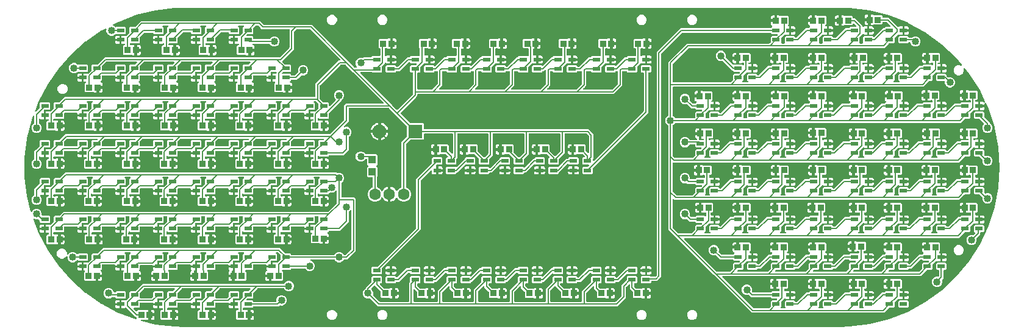
<source format=gbr>
G04 EAGLE Gerber RS-274X export*
G75*
%MOMM*%
%FSLAX34Y34*%
%LPD*%
%INTop Copper*%
%IPPOS*%
%AMOC8*
5,1,8,0,0,1.08239X$1,22.5*%
G01*
%ADD10C,1.600000*%
%ADD11R,1.000000X0.600000*%
%ADD12R,1.000000X1.100000*%
%ADD13R,0.850000X0.900000*%
%ADD14C,1.930400*%
%ADD15R,1.930400X1.930400*%
%ADD16C,0.203200*%
%ADD17C,1.016000*%

G36*
X1103387Y3045D02*
X1103387Y3045D01*
X1103475Y3048D01*
X1103478Y3049D01*
X1105000Y3049D01*
X1105017Y3051D01*
X1105032Y3049D01*
X1118905Y3485D01*
X1118958Y3494D01*
X1119000Y3493D01*
X1146527Y6970D01*
X1146597Y6989D01*
X1146652Y6994D01*
X1173525Y13894D01*
X1173593Y13922D01*
X1173647Y13933D01*
X1199444Y24147D01*
X1199507Y24183D01*
X1199559Y24201D01*
X1223873Y37568D01*
X1223931Y37612D01*
X1223980Y37636D01*
X1246427Y53945D01*
X1246479Y53995D01*
X1246525Y54026D01*
X1266750Y73019D01*
X1266796Y73076D01*
X1266838Y73112D01*
X1284523Y94490D01*
X1284561Y94552D01*
X1284598Y94593D01*
X1299465Y118019D01*
X1299495Y118086D01*
X1299526Y118131D01*
X1311340Y143236D01*
X1311361Y143306D01*
X1311387Y143354D01*
X1319960Y169742D01*
X1319973Y169814D01*
X1319992Y169865D01*
X1325191Y197119D01*
X1325195Y197192D01*
X1325207Y197246D01*
X1326949Y224936D01*
X1326944Y225009D01*
X1326949Y225064D01*
X1325207Y252754D01*
X1325192Y252826D01*
X1325191Y252881D01*
X1319992Y280135D01*
X1319969Y280204D01*
X1319960Y280258D01*
X1311387Y306646D01*
X1311355Y306711D01*
X1311340Y306764D01*
X1307975Y313916D01*
X1307941Y313968D01*
X1307915Y314024D01*
X1307863Y314086D01*
X1307819Y314153D01*
X1307772Y314194D01*
X1307731Y314241D01*
X1307664Y314286D01*
X1307603Y314339D01*
X1307547Y314364D01*
X1307495Y314399D01*
X1307418Y314423D01*
X1307344Y314457D01*
X1307283Y314466D01*
X1307224Y314485D01*
X1307143Y314487D01*
X1307063Y314498D01*
X1307002Y314490D01*
X1306940Y314492D01*
X1306861Y314471D01*
X1306782Y314461D01*
X1306725Y314436D01*
X1306665Y314420D01*
X1306595Y314379D01*
X1306521Y314346D01*
X1306474Y314307D01*
X1306420Y314275D01*
X1306365Y314216D01*
X1306303Y314164D01*
X1306268Y314113D01*
X1306226Y314067D01*
X1306189Y313996D01*
X1306144Y313929D01*
X1306124Y313870D01*
X1306096Y313814D01*
X1306085Y313748D01*
X1306056Y313658D01*
X1306053Y313553D01*
X1306041Y313483D01*
X1306041Y311749D01*
X1299999Y311749D01*
X1299999Y315791D01*
X1303834Y315791D01*
X1304481Y315618D01*
X1305060Y315283D01*
X1305236Y315107D01*
X1305324Y315041D01*
X1305407Y314969D01*
X1305437Y314956D01*
X1305463Y314936D01*
X1305566Y314897D01*
X1305666Y314851D01*
X1305698Y314846D01*
X1305729Y314835D01*
X1305838Y314826D01*
X1305947Y314809D01*
X1305979Y314814D01*
X1306012Y314811D01*
X1306120Y314833D01*
X1306229Y314847D01*
X1306259Y314861D01*
X1306291Y314867D01*
X1306389Y314918D01*
X1306489Y314962D01*
X1306514Y314983D01*
X1306543Y314998D01*
X1306623Y315074D01*
X1306707Y315144D01*
X1306726Y315171D01*
X1306750Y315194D01*
X1306805Y315288D01*
X1306866Y315379D01*
X1306877Y315411D01*
X1306893Y315439D01*
X1306920Y315545D01*
X1306954Y315650D01*
X1306955Y315683D01*
X1306963Y315715D01*
X1306960Y315824D01*
X1306964Y315934D01*
X1306956Y315962D01*
X1306954Y315999D01*
X1306885Y316212D01*
X1306873Y316257D01*
X1299526Y331869D01*
X1299486Y331930D01*
X1299465Y331981D01*
X1284598Y355407D01*
X1284551Y355463D01*
X1284523Y355510D01*
X1278711Y362536D01*
X1278612Y362626D01*
X1278515Y362717D01*
X1278507Y362721D01*
X1278501Y362727D01*
X1278381Y362787D01*
X1278263Y362848D01*
X1278254Y362849D01*
X1278246Y362853D01*
X1278114Y362877D01*
X1277984Y362903D01*
X1277975Y362902D01*
X1277966Y362903D01*
X1277833Y362890D01*
X1277701Y362878D01*
X1277692Y362875D01*
X1277683Y362874D01*
X1277560Y362824D01*
X1277435Y362776D01*
X1277428Y362771D01*
X1277420Y362767D01*
X1277315Y362685D01*
X1277209Y362604D01*
X1277203Y362597D01*
X1277196Y362592D01*
X1277118Y362483D01*
X1277038Y362377D01*
X1277035Y362368D01*
X1277030Y362361D01*
X1276985Y362235D01*
X1276938Y362111D01*
X1276937Y362102D01*
X1276934Y362093D01*
X1276926Y361960D01*
X1276915Y361827D01*
X1276917Y361819D01*
X1276917Y361810D01*
X1276978Y361532D01*
X1276987Y361517D01*
X1276991Y361500D01*
X1277033Y361399D01*
X1277033Y358601D01*
X1275962Y356016D01*
X1273984Y354038D01*
X1271399Y352967D01*
X1268601Y352967D01*
X1266016Y354038D01*
X1264038Y356016D01*
X1262967Y358601D01*
X1262967Y361399D01*
X1264038Y363984D01*
X1266016Y365962D01*
X1268601Y367033D01*
X1271399Y367033D01*
X1273087Y366333D01*
X1273124Y366324D01*
X1273159Y366307D01*
X1273262Y366288D01*
X1273363Y366262D01*
X1273401Y366263D01*
X1273439Y366257D01*
X1273543Y366268D01*
X1273647Y366271D01*
X1273683Y366282D01*
X1273721Y366286D01*
X1273818Y366325D01*
X1273918Y366357D01*
X1273949Y366378D01*
X1273985Y366393D01*
X1274067Y366457D01*
X1274154Y366515D01*
X1274178Y366545D01*
X1274208Y366568D01*
X1274270Y366653D01*
X1274337Y366733D01*
X1274352Y366768D01*
X1274375Y366799D01*
X1274410Y366897D01*
X1274452Y366993D01*
X1274457Y367031D01*
X1274470Y367067D01*
X1274477Y367171D01*
X1274491Y367274D01*
X1274486Y367312D01*
X1274488Y367350D01*
X1274465Y367452D01*
X1274450Y367556D01*
X1274435Y367591D01*
X1274426Y367628D01*
X1274387Y367695D01*
X1274333Y367815D01*
X1274286Y367871D01*
X1274258Y367918D01*
X1266838Y376888D01*
X1266784Y376937D01*
X1266750Y376981D01*
X1246525Y395974D01*
X1246465Y396016D01*
X1246427Y396055D01*
X1223980Y412364D01*
X1223916Y412398D01*
X1223873Y412432D01*
X1199559Y425799D01*
X1199491Y425824D01*
X1199444Y425853D01*
X1173647Y436067D01*
X1173576Y436084D01*
X1173525Y436106D01*
X1146652Y443006D01*
X1146609Y443011D01*
X1146567Y443024D01*
X1146544Y443025D01*
X1146527Y443030D01*
X1119000Y446507D01*
X1118946Y446506D01*
X1118905Y446515D01*
X1105032Y446951D01*
X1105014Y446949D01*
X1105000Y446951D01*
X1103414Y446951D01*
X1103378Y446954D01*
X1103301Y446967D01*
X195000Y446967D01*
X194983Y446965D01*
X194969Y446967D01*
X181629Y446564D01*
X181578Y446555D01*
X181537Y446557D01*
X155050Y443341D01*
X154982Y443323D01*
X154929Y443319D01*
X129023Y436933D01*
X128958Y436907D01*
X128906Y436897D01*
X103958Y427435D01*
X103897Y427402D01*
X103847Y427385D01*
X96432Y423494D01*
X96330Y423420D01*
X96226Y423351D01*
X96215Y423338D01*
X96202Y423328D01*
X96124Y423229D01*
X96043Y423133D01*
X96036Y423117D01*
X96026Y423104D01*
X95979Y422988D01*
X95928Y422873D01*
X95925Y422856D01*
X95919Y422841D01*
X95906Y422716D01*
X95889Y422592D01*
X95891Y422575D01*
X95889Y422558D01*
X95912Y422434D01*
X95930Y422310D01*
X95936Y422295D01*
X95939Y422278D01*
X95995Y422165D01*
X96047Y422051D01*
X96058Y422038D01*
X96065Y422023D01*
X96150Y421930D01*
X96231Y421835D01*
X96244Y421827D01*
X96257Y421813D01*
X96499Y421664D01*
X96508Y421661D01*
X96516Y421657D01*
X98029Y421030D01*
X98999Y420060D01*
X99046Y420025D01*
X99086Y419982D01*
X99159Y419940D01*
X99226Y419889D01*
X99281Y419868D01*
X99332Y419838D01*
X99413Y419818D01*
X99492Y419788D01*
X99550Y419783D01*
X99607Y419768D01*
X99691Y419771D01*
X99775Y419764D01*
X99833Y419775D01*
X99891Y419777D01*
X99971Y419803D01*
X100054Y419820D01*
X100106Y419847D01*
X100162Y419865D01*
X100218Y419905D01*
X100306Y419951D01*
X100379Y420020D01*
X100435Y420060D01*
X100658Y420283D01*
X112342Y420283D01*
X113533Y419092D01*
X113533Y411408D01*
X112342Y410217D01*
X100649Y410217D01*
X100638Y410225D01*
X100598Y410268D01*
X100525Y410310D01*
X100458Y410361D01*
X100403Y410382D01*
X100353Y410412D01*
X100271Y410432D01*
X100192Y410462D01*
X100134Y410467D01*
X100077Y410482D01*
X99993Y410479D01*
X99909Y410486D01*
X99851Y410474D01*
X99793Y410473D01*
X99713Y410447D01*
X99630Y410430D01*
X99578Y410403D01*
X99523Y410385D01*
X99466Y410345D01*
X99378Y410299D01*
X99305Y410230D01*
X99249Y410190D01*
X98029Y408970D01*
X95415Y407887D01*
X92585Y407887D01*
X89971Y408970D01*
X87970Y410971D01*
X86887Y413585D01*
X86887Y416415D01*
X86909Y416468D01*
X86928Y416541D01*
X86957Y416611D01*
X86964Y416678D01*
X86980Y416744D01*
X86978Y416819D01*
X86986Y416894D01*
X86974Y416960D01*
X86972Y417028D01*
X86949Y417099D01*
X86936Y417174D01*
X86906Y417234D01*
X86886Y417298D01*
X86844Y417361D01*
X86810Y417429D01*
X86765Y417479D01*
X86727Y417535D01*
X86670Y417583D01*
X86619Y417639D01*
X86562Y417674D01*
X86510Y417718D01*
X86441Y417748D01*
X86377Y417788D01*
X86312Y417806D01*
X86250Y417833D01*
X86176Y417843D01*
X86103Y417864D01*
X86035Y417863D01*
X85969Y417872D01*
X85894Y417861D01*
X85819Y417861D01*
X85764Y417843D01*
X85687Y417831D01*
X85573Y417780D01*
X85500Y417756D01*
X80221Y414986D01*
X80164Y414945D01*
X80116Y414922D01*
X58158Y399765D01*
X58107Y399718D01*
X58061Y399690D01*
X38090Y381997D01*
X38045Y381943D01*
X38003Y381910D01*
X20310Y361939D01*
X20272Y361880D01*
X20235Y361842D01*
X5078Y339884D01*
X5047Y339821D01*
X5014Y339779D01*
X-7385Y316153D01*
X-7409Y316087D01*
X-7435Y316042D01*
X-12122Y303685D01*
X-12137Y303616D01*
X-12162Y303550D01*
X-12168Y303478D01*
X-12184Y303408D01*
X-12180Y303337D01*
X-12186Y303267D01*
X-12172Y303196D01*
X-12167Y303124D01*
X-12144Y303057D01*
X-12130Y302988D01*
X-12097Y302924D01*
X-12073Y302856D01*
X-12032Y302798D01*
X-11999Y302736D01*
X-11949Y302683D01*
X-11907Y302625D01*
X-11852Y302581D01*
X-11803Y302530D01*
X-11741Y302493D01*
X-11684Y302448D01*
X-11619Y302422D01*
X-11558Y302386D01*
X-11488Y302368D01*
X-11421Y302341D01*
X-11351Y302333D01*
X-11282Y302316D01*
X-11210Y302318D01*
X-11139Y302310D01*
X-11069Y302323D01*
X-10998Y302325D01*
X-10930Y302347D01*
X-10859Y302359D01*
X-10795Y302391D01*
X-10728Y302412D01*
X-10678Y302448D01*
X-10603Y302484D01*
X-10516Y302563D01*
X-10454Y302607D01*
X-5830Y307231D01*
X-5778Y307301D01*
X-5718Y307365D01*
X-5692Y307415D01*
X-5659Y307459D01*
X-5628Y307540D01*
X-5588Y307618D01*
X-5580Y307666D01*
X-5558Y307724D01*
X-5546Y307872D01*
X-5533Y307949D01*
X-5533Y314092D01*
X-4342Y315283D01*
X7342Y315283D01*
X8533Y314092D01*
X8533Y306408D01*
X7342Y305217D01*
X1199Y305217D01*
X1113Y305205D01*
X1025Y305202D01*
X973Y305185D01*
X918Y305177D01*
X838Y305142D01*
X755Y305115D01*
X716Y305087D01*
X658Y305061D01*
X545Y304965D01*
X481Y304920D01*
X85Y304524D01*
X68Y304500D01*
X45Y304481D01*
X-17Y304387D01*
X-86Y304297D01*
X-96Y304269D01*
X-112Y304245D01*
X-146Y304137D01*
X-187Y304031D01*
X-189Y304002D01*
X-198Y303974D01*
X-201Y303861D01*
X-210Y303748D01*
X-205Y303719D01*
X-205Y303690D01*
X-177Y303580D01*
X-154Y303469D01*
X-141Y303443D01*
X-133Y303415D01*
X-76Y303317D01*
X-23Y303217D01*
X-3Y303195D01*
X1Y303189D01*
X1Y297734D01*
X9Y297676D01*
X7Y297618D01*
X29Y297536D01*
X41Y297453D01*
X64Y297399D01*
X79Y297343D01*
X122Y297270D01*
X131Y297251D01*
X100Y297205D01*
X83Y297149D01*
X56Y297097D01*
X45Y297029D01*
X15Y296934D01*
X12Y296834D01*
X1Y296766D01*
X1Y291709D01*
X-3834Y291709D01*
X-4481Y291882D01*
X-5060Y292217D01*
X-5218Y292375D01*
X-5242Y292393D01*
X-5261Y292415D01*
X-5355Y292478D01*
X-5445Y292546D01*
X-5473Y292556D01*
X-5497Y292573D01*
X-5605Y292607D01*
X-5711Y292647D01*
X-5740Y292650D01*
X-5768Y292658D01*
X-5881Y292661D01*
X-5994Y292671D01*
X-6023Y292665D01*
X-6052Y292666D01*
X-6162Y292637D01*
X-6273Y292615D01*
X-6299Y292601D01*
X-6327Y292594D01*
X-6425Y292536D01*
X-6525Y292484D01*
X-6547Y292464D01*
X-6572Y292449D01*
X-6649Y292366D01*
X-6731Y292288D01*
X-6746Y292263D01*
X-6766Y292241D01*
X-6818Y292141D01*
X-6875Y292043D01*
X-6882Y292014D01*
X-6896Y291988D01*
X-6909Y291911D01*
X-6945Y291767D01*
X-6943Y291705D01*
X-6951Y291657D01*
X-6951Y287114D01*
X-6951Y287113D01*
X-6951Y287111D01*
X-6930Y286963D01*
X-6911Y286833D01*
X-6911Y286831D01*
X-6911Y286830D01*
X-6852Y286700D01*
X-6795Y286573D01*
X-6794Y286572D01*
X-6793Y286571D01*
X-6700Y286462D01*
X-6612Y286356D01*
X-6610Y286356D01*
X-6609Y286354D01*
X-6596Y286346D01*
X-6375Y286199D01*
X-6346Y286190D01*
X-6325Y286176D01*
X-5971Y286030D01*
X-3970Y284029D01*
X-2887Y281415D01*
X-2887Y278585D01*
X-3970Y275971D01*
X-5971Y273970D01*
X-8585Y272887D01*
X-11415Y272887D01*
X-14029Y273970D01*
X-16030Y275971D01*
X-17113Y278585D01*
X-17113Y281415D01*
X-16030Y284029D01*
X-14029Y286030D01*
X-13675Y286176D01*
X-13674Y286177D01*
X-13673Y286178D01*
X-13555Y286247D01*
X-13431Y286321D01*
X-13430Y286322D01*
X-13428Y286323D01*
X-13331Y286427D01*
X-13235Y286528D01*
X-13235Y286529D01*
X-13234Y286530D01*
X-13170Y286654D01*
X-13105Y286780D01*
X-13105Y286782D01*
X-13104Y286783D01*
X-13102Y286798D01*
X-13050Y287059D01*
X-13053Y287090D01*
X-13049Y287114D01*
X-13049Y295700D01*
X-13063Y295801D01*
X-13069Y295901D01*
X-13083Y295941D01*
X-13089Y295982D01*
X-13130Y296074D01*
X-13164Y296169D01*
X-13188Y296203D01*
X-13205Y296241D01*
X-13270Y296318D01*
X-13329Y296401D01*
X-13362Y296427D01*
X-13388Y296458D01*
X-13473Y296514D01*
X-13552Y296577D01*
X-13590Y296593D01*
X-13625Y296616D01*
X-13722Y296646D01*
X-13815Y296685D01*
X-13856Y296689D01*
X-13896Y296702D01*
X-13997Y296704D01*
X-14098Y296715D01*
X-14139Y296708D01*
X-14180Y296709D01*
X-14278Y296683D01*
X-14378Y296666D01*
X-14415Y296648D01*
X-14455Y296637D01*
X-14542Y296585D01*
X-14633Y296541D01*
X-14664Y296513D01*
X-14700Y296492D01*
X-14769Y296418D01*
X-14844Y296350D01*
X-14863Y296318D01*
X-14894Y296285D01*
X-14979Y296120D01*
X-15013Y296060D01*
X-16897Y291094D01*
X-16912Y291026D01*
X-16933Y290977D01*
X-23319Y265071D01*
X-23326Y265001D01*
X-23341Y264950D01*
X-26557Y238463D01*
X-26556Y238411D01*
X-26564Y238371D01*
X-26967Y225031D01*
X-26965Y225014D01*
X-26967Y225000D01*
X-26965Y224983D01*
X-26967Y224969D01*
X-26564Y211629D01*
X-26555Y211578D01*
X-26557Y211537D01*
X-23341Y185050D01*
X-23323Y184982D01*
X-23319Y184929D01*
X-18110Y163797D01*
X-18070Y163699D01*
X-18038Y163598D01*
X-18018Y163568D01*
X-18004Y163533D01*
X-17939Y163450D01*
X-17880Y163362D01*
X-17852Y163339D01*
X-17829Y163309D01*
X-17743Y163247D01*
X-17662Y163179D01*
X-17629Y163164D01*
X-17599Y163143D01*
X-17499Y163107D01*
X-17403Y163064D01*
X-17366Y163059D01*
X-17331Y163046D01*
X-17226Y163039D01*
X-17121Y163025D01*
X-17084Y163030D01*
X-17048Y163028D01*
X-16944Y163050D01*
X-16840Y163066D01*
X-16806Y163081D01*
X-16770Y163089D01*
X-16677Y163139D01*
X-16581Y163183D01*
X-16552Y163207D01*
X-16520Y163224D01*
X-16445Y163298D01*
X-16364Y163367D01*
X-16347Y163395D01*
X-16317Y163424D01*
X-16218Y163601D01*
X-16186Y163652D01*
X-16030Y164029D01*
X-14029Y166030D01*
X-11415Y167113D01*
X-8585Y167113D01*
X-5971Y166030D01*
X-3970Y164029D01*
X-2887Y161415D01*
X-2887Y158798D01*
X-2879Y158740D01*
X-2881Y158682D01*
X-2859Y158600D01*
X-2847Y158516D01*
X-2824Y158463D01*
X-2809Y158407D01*
X-2766Y158334D01*
X-2731Y158257D01*
X-2693Y158212D01*
X-2664Y158162D01*
X-2602Y158104D01*
X-2548Y158040D01*
X-2499Y158008D01*
X-2456Y157968D01*
X-2381Y157929D01*
X-2311Y157882D01*
X-2255Y157865D01*
X-2203Y157838D01*
X-2135Y157827D01*
X-2040Y157797D01*
X-1940Y157794D01*
X-1872Y157783D01*
X7342Y157783D01*
X8533Y156592D01*
X8533Y148908D01*
X7342Y147717D01*
X-4342Y147717D01*
X-5533Y148908D01*
X-5533Y150801D01*
X-5545Y150887D01*
X-5548Y150975D01*
X-5565Y151027D01*
X-5573Y151082D01*
X-5608Y151162D01*
X-5635Y151245D01*
X-5663Y151284D01*
X-5689Y151342D01*
X-5785Y151455D01*
X-5830Y151519D01*
X-7125Y152814D01*
X-7126Y152815D01*
X-7127Y152816D01*
X-7238Y152898D01*
X-7352Y152985D01*
X-7354Y152985D01*
X-7355Y152986D01*
X-7485Y153035D01*
X-7618Y153086D01*
X-7620Y153086D01*
X-7621Y153086D01*
X-7760Y153098D01*
X-7901Y153109D01*
X-7903Y153109D01*
X-7904Y153109D01*
X-7919Y153106D01*
X-8180Y153053D01*
X-8207Y153039D01*
X-8232Y153034D01*
X-8585Y152887D01*
X-11415Y152887D01*
X-13039Y153560D01*
X-13053Y153564D01*
X-13065Y153570D01*
X-13190Y153599D01*
X-13315Y153631D01*
X-13328Y153631D01*
X-13342Y153634D01*
X-13470Y153627D01*
X-13599Y153623D01*
X-13612Y153619D01*
X-13626Y153618D01*
X-13747Y153576D01*
X-13870Y153536D01*
X-13881Y153529D01*
X-13894Y153524D01*
X-13999Y153450D01*
X-14106Y153378D01*
X-14115Y153367D01*
X-14126Y153359D01*
X-14206Y153259D01*
X-14289Y153160D01*
X-14294Y153148D01*
X-14303Y153137D01*
X-14352Y153018D01*
X-14404Y152901D01*
X-14406Y152887D01*
X-14411Y152874D01*
X-14425Y152746D01*
X-14443Y152619D01*
X-14441Y152605D01*
X-14443Y152591D01*
X-14430Y152526D01*
X-14402Y152338D01*
X-14384Y152297D01*
X-14377Y152262D01*
X-7435Y133958D01*
X-7402Y133897D01*
X-7385Y133847D01*
X5014Y110221D01*
X5055Y110164D01*
X5078Y110116D01*
X20235Y88158D01*
X20260Y88131D01*
X20279Y88099D01*
X20299Y88080D01*
X20310Y88062D01*
X38003Y68090D01*
X38057Y68045D01*
X38090Y68003D01*
X58061Y50310D01*
X58120Y50272D01*
X58158Y50235D01*
X80116Y35078D01*
X80179Y35047D01*
X80221Y35014D01*
X103847Y22615D01*
X103913Y22591D01*
X103958Y22565D01*
X127542Y13621D01*
X127639Y13599D01*
X127734Y13569D01*
X127777Y13567D01*
X127819Y13558D01*
X127919Y13564D01*
X128018Y13561D01*
X128060Y13572D01*
X128103Y13575D01*
X128197Y13608D01*
X128293Y13633D01*
X128330Y13655D01*
X128371Y13669D01*
X128452Y13728D01*
X128538Y13778D01*
X128567Y13810D01*
X128602Y13835D01*
X128664Y13913D01*
X128732Y13986D01*
X128752Y14024D01*
X128779Y14058D01*
X128816Y14150D01*
X128862Y14239D01*
X128868Y14276D01*
X128886Y14321D01*
X128906Y14500D01*
X128917Y14570D01*
X128917Y15936D01*
X128909Y15994D01*
X128911Y16052D01*
X128889Y16134D01*
X128877Y16218D01*
X128854Y16271D01*
X128839Y16327D01*
X128796Y16400D01*
X128761Y16477D01*
X128723Y16522D01*
X128694Y16572D01*
X128632Y16630D01*
X128578Y16694D01*
X128529Y16726D01*
X128486Y16766D01*
X128411Y16805D01*
X128341Y16852D01*
X128285Y16869D01*
X128233Y16896D01*
X128165Y16907D01*
X128070Y16937D01*
X127970Y16940D01*
X127902Y16951D01*
X127177Y16951D01*
X114453Y29675D01*
X114407Y29710D01*
X114366Y29752D01*
X114293Y29795D01*
X114226Y29845D01*
X114172Y29866D01*
X114121Y29896D01*
X114039Y29917D01*
X113961Y29947D01*
X113902Y29952D01*
X113845Y29966D01*
X113761Y29963D01*
X113677Y29970D01*
X113620Y29959D01*
X113561Y29957D01*
X113481Y29931D01*
X113399Y29914D01*
X113347Y29887D01*
X113291Y29869D01*
X113234Y29829D01*
X113146Y29783D01*
X113101Y29741D01*
X112481Y29382D01*
X111834Y29209D01*
X107999Y29209D01*
X107999Y34266D01*
X107991Y34324D01*
X107993Y34382D01*
X107971Y34464D01*
X107959Y34547D01*
X107936Y34601D01*
X107921Y34657D01*
X107878Y34730D01*
X107869Y34749D01*
X107900Y34795D01*
X107917Y34851D01*
X107944Y34903D01*
X107955Y34971D01*
X107985Y35066D01*
X107988Y35166D01*
X107999Y35234D01*
X107999Y40291D01*
X111834Y40291D01*
X112481Y40118D01*
X112805Y39930D01*
X112868Y39905D01*
X112927Y39871D01*
X112999Y39852D01*
X113068Y39824D01*
X113136Y39817D01*
X113202Y39800D01*
X113277Y39803D01*
X113351Y39795D01*
X113418Y39807D01*
X113486Y39809D01*
X113557Y39832D01*
X113631Y39846D01*
X113692Y39876D01*
X113757Y39897D01*
X113808Y39933D01*
X113886Y39972D01*
X113970Y40049D01*
X114030Y40092D01*
X118670Y44731D01*
X118722Y44801D01*
X118782Y44865D01*
X118808Y44915D01*
X118841Y44959D01*
X118872Y45040D01*
X118912Y45118D01*
X118920Y45166D01*
X118942Y45224D01*
X118954Y45372D01*
X118967Y45449D01*
X118967Y51592D01*
X120158Y52783D01*
X126301Y52783D01*
X126387Y52795D01*
X126475Y52798D01*
X126527Y52815D01*
X126582Y52823D01*
X126662Y52858D01*
X126745Y52885D01*
X126784Y52913D01*
X126842Y52939D01*
X126955Y53035D01*
X127019Y53080D01*
X136987Y63049D01*
X332886Y63049D01*
X332887Y63049D01*
X332889Y63049D01*
X333030Y63069D01*
X333167Y63089D01*
X333169Y63089D01*
X333170Y63089D01*
X333300Y63148D01*
X333427Y63205D01*
X333428Y63206D01*
X333429Y63207D01*
X333538Y63300D01*
X333644Y63388D01*
X333644Y63390D01*
X333646Y63391D01*
X333654Y63404D01*
X333801Y63625D01*
X333810Y63654D01*
X333824Y63675D01*
X333970Y64029D01*
X335971Y66030D01*
X338585Y67113D01*
X341415Y67113D01*
X344029Y66030D01*
X346030Y64029D01*
X347113Y61415D01*
X347113Y58585D01*
X346030Y55971D01*
X344029Y53970D01*
X341415Y52887D01*
X338585Y52887D01*
X335971Y53970D01*
X333970Y55971D01*
X333824Y56325D01*
X333823Y56326D01*
X333822Y56327D01*
X333754Y56442D01*
X333679Y56569D01*
X333678Y56570D01*
X333677Y56572D01*
X333574Y56669D01*
X333472Y56765D01*
X333471Y56765D01*
X333470Y56766D01*
X333344Y56831D01*
X333220Y56895D01*
X333218Y56895D01*
X333217Y56896D01*
X333202Y56898D01*
X332941Y56950D01*
X332910Y56947D01*
X332886Y56951D01*
X297433Y56951D01*
X297347Y56939D01*
X297259Y56936D01*
X297207Y56919D01*
X297152Y56911D01*
X297072Y56876D01*
X296989Y56849D01*
X296950Y56821D01*
X296892Y56795D01*
X296779Y56699D01*
X296715Y56654D01*
X290830Y50769D01*
X290778Y50699D01*
X290718Y50635D01*
X290692Y50585D01*
X290659Y50541D01*
X290628Y50460D01*
X290588Y50382D01*
X290580Y50334D01*
X290558Y50276D01*
X290546Y50128D01*
X290533Y50051D01*
X290533Y43908D01*
X289342Y42717D01*
X283199Y42717D01*
X283113Y42705D01*
X283025Y42702D01*
X282973Y42685D01*
X282918Y42677D01*
X282838Y42642D01*
X282755Y42615D01*
X282716Y42587D01*
X282658Y42561D01*
X282545Y42465D01*
X282481Y42420D01*
X281577Y41516D01*
X281560Y41492D01*
X281537Y41473D01*
X281475Y41379D01*
X281407Y41289D01*
X281396Y41261D01*
X281380Y41237D01*
X281346Y41129D01*
X281305Y41023D01*
X281303Y40994D01*
X281294Y40966D01*
X281291Y40852D01*
X281282Y40740D01*
X281287Y40711D01*
X281287Y40682D01*
X281315Y40572D01*
X281338Y40461D01*
X281351Y40435D01*
X281359Y40407D01*
X281416Y40309D01*
X281469Y40209D01*
X281489Y40187D01*
X281504Y40162D01*
X281586Y40085D01*
X281664Y40003D01*
X281690Y39988D01*
X281711Y39968D01*
X281812Y39916D01*
X281910Y39859D01*
X281938Y39852D01*
X281964Y39838D01*
X282042Y39825D01*
X282185Y39789D01*
X282248Y39791D01*
X282295Y39783D01*
X289342Y39783D01*
X290569Y38555D01*
X290573Y38532D01*
X290596Y38479D01*
X290611Y38423D01*
X290654Y38350D01*
X290689Y38273D01*
X290727Y38228D01*
X290756Y38178D01*
X290818Y38120D01*
X290872Y38056D01*
X290921Y38024D01*
X290964Y37984D01*
X291039Y37945D01*
X291109Y37898D01*
X291165Y37881D01*
X291217Y37854D01*
X291285Y37843D01*
X291380Y37813D01*
X291480Y37810D01*
X291548Y37799D01*
X321872Y37799D01*
X321930Y37807D01*
X321988Y37805D01*
X322070Y37827D01*
X322154Y37839D01*
X322207Y37862D01*
X322263Y37877D01*
X322336Y37920D01*
X322413Y37955D01*
X322458Y37993D01*
X322508Y38022D01*
X322566Y38084D01*
X322630Y38138D01*
X322662Y38187D01*
X322702Y38230D01*
X322741Y38305D01*
X322788Y38375D01*
X322805Y38431D01*
X322832Y38483D01*
X322843Y38551D01*
X322873Y38646D01*
X322876Y38746D01*
X322887Y38814D01*
X322887Y41415D01*
X323970Y44029D01*
X325971Y46030D01*
X328585Y47113D01*
X331415Y47113D01*
X334029Y46030D01*
X336030Y44029D01*
X337113Y41415D01*
X337113Y38585D01*
X336030Y35971D01*
X334029Y33970D01*
X331415Y32887D01*
X328585Y32887D01*
X328232Y33034D01*
X328230Y33034D01*
X328229Y33035D01*
X328097Y33068D01*
X327956Y33105D01*
X327955Y33105D01*
X327953Y33105D01*
X327812Y33101D01*
X327672Y33097D01*
X327671Y33096D01*
X327669Y33096D01*
X327530Y33051D01*
X327401Y33010D01*
X327400Y33009D01*
X327399Y33009D01*
X327386Y32999D01*
X327165Y32852D01*
X327146Y32828D01*
X327125Y32814D01*
X326013Y31701D01*
X291548Y31701D01*
X291490Y31693D01*
X291432Y31695D01*
X291350Y31673D01*
X291266Y31661D01*
X291213Y31638D01*
X291157Y31623D01*
X291084Y31580D01*
X291007Y31545D01*
X290962Y31507D01*
X290912Y31478D01*
X290854Y31416D01*
X290790Y31362D01*
X290758Y31313D01*
X290718Y31270D01*
X290679Y31195D01*
X290632Y31125D01*
X290615Y31069D01*
X290588Y31017D01*
X290577Y30953D01*
X289342Y29717D01*
X277264Y29717D01*
X277206Y29709D01*
X277148Y29711D01*
X277066Y29689D01*
X276982Y29677D01*
X276929Y29654D01*
X276873Y29639D01*
X276800Y29596D01*
X276723Y29561D01*
X276678Y29523D01*
X276628Y29494D01*
X276570Y29432D01*
X276506Y29378D01*
X276474Y29329D01*
X276434Y29286D01*
X276395Y29211D01*
X276348Y29141D01*
X276331Y29085D01*
X276304Y29033D01*
X276293Y28965D01*
X276263Y28870D01*
X276260Y28770D01*
X276249Y28702D01*
X276249Y27548D01*
X276257Y27490D01*
X276255Y27432D01*
X276277Y27350D01*
X276289Y27266D01*
X276312Y27213D01*
X276327Y27157D01*
X276370Y27084D01*
X276405Y27007D01*
X276443Y26962D01*
X276472Y26912D01*
X276534Y26854D01*
X276588Y26790D01*
X276637Y26758D01*
X276680Y26718D01*
X276755Y26679D01*
X276825Y26632D01*
X276881Y26615D01*
X276933Y26588D01*
X277001Y26577D01*
X277096Y26547D01*
X277196Y26544D01*
X277264Y26533D01*
X278713Y26533D01*
X278730Y26535D01*
X278764Y26532D01*
X278835Y26546D01*
X278907Y26550D01*
X278954Y26567D01*
X278994Y26573D01*
X279008Y26579D01*
X279043Y26586D01*
X279151Y26640D01*
X279222Y26667D01*
X279569Y26868D01*
X280216Y27041D01*
X282769Y27041D01*
X282769Y21016D01*
X282777Y20958D01*
X282775Y20900D01*
X282797Y20818D01*
X282809Y20735D01*
X282833Y20681D01*
X282847Y20625D01*
X282890Y20552D01*
X282925Y20475D01*
X282963Y20431D01*
X282993Y20380D01*
X283054Y20323D01*
X283109Y20258D01*
X283157Y20226D01*
X283200Y20186D01*
X283275Y20147D01*
X283345Y20101D01*
X283401Y20083D01*
X283453Y20056D01*
X283521Y20045D01*
X283616Y20015D01*
X283716Y20012D01*
X283784Y20001D01*
X284801Y20001D01*
X284801Y19999D01*
X283784Y19999D01*
X283726Y19991D01*
X283668Y19992D01*
X283586Y19971D01*
X283503Y19959D01*
X283449Y19935D01*
X283393Y19921D01*
X283320Y19878D01*
X283243Y19843D01*
X283198Y19805D01*
X283148Y19775D01*
X283090Y19714D01*
X283026Y19659D01*
X282994Y19611D01*
X282954Y19568D01*
X282915Y19493D01*
X282869Y19423D01*
X282851Y19367D01*
X282824Y19315D01*
X282813Y19247D01*
X282783Y19152D01*
X282780Y19052D01*
X282769Y18984D01*
X282769Y12959D01*
X280216Y12959D01*
X279569Y13132D01*
X279222Y13333D01*
X279154Y13360D01*
X279092Y13396D01*
X279057Y13405D01*
X279044Y13412D01*
X279014Y13417D01*
X278958Y13439D01*
X278886Y13447D01*
X278815Y13464D01*
X278748Y13461D01*
X278713Y13467D01*
X278686Y13467D01*
X278675Y13468D01*
X278670Y13467D01*
X268108Y13467D01*
X266917Y14658D01*
X266917Y25342D01*
X268108Y26533D01*
X269136Y26533D01*
X269194Y26541D01*
X269252Y26539D01*
X269334Y26561D01*
X269418Y26573D01*
X269471Y26596D01*
X269527Y26611D01*
X269600Y26654D01*
X269677Y26689D01*
X269722Y26727D01*
X269772Y26756D01*
X269830Y26818D01*
X269894Y26872D01*
X269926Y26921D01*
X269966Y26964D01*
X270005Y27039D01*
X270052Y27109D01*
X270069Y27165D01*
X270096Y27217D01*
X270107Y27285D01*
X270137Y27380D01*
X270140Y27480D01*
X270151Y27548D01*
X270151Y28194D01*
X270143Y28252D01*
X270145Y28310D01*
X270123Y28392D01*
X270111Y28476D01*
X270088Y28529D01*
X270073Y28585D01*
X270030Y28658D01*
X269995Y28735D01*
X269957Y28780D01*
X269928Y28830D01*
X269866Y28888D01*
X269812Y28952D01*
X269763Y28984D01*
X269720Y29024D01*
X269645Y29063D01*
X269575Y29110D01*
X269519Y29127D01*
X269467Y29154D01*
X269399Y29165D01*
X269304Y29195D01*
X269204Y29198D01*
X269136Y29209D01*
X265499Y29209D01*
X265499Y34266D01*
X265491Y34324D01*
X265493Y34382D01*
X265471Y34464D01*
X265459Y34547D01*
X265436Y34601D01*
X265421Y34657D01*
X265378Y34730D01*
X265369Y34749D01*
X265400Y34795D01*
X265417Y34851D01*
X265444Y34903D01*
X265455Y34971D01*
X265485Y35066D01*
X265488Y35166D01*
X265499Y35234D01*
X265499Y40291D01*
X269334Y40291D01*
X269981Y40118D01*
X270305Y39930D01*
X270368Y39905D01*
X270427Y39871D01*
X270499Y39852D01*
X270568Y39824D01*
X270636Y39817D01*
X270702Y39800D01*
X270777Y39803D01*
X270851Y39795D01*
X270918Y39807D01*
X270986Y39809D01*
X271057Y39832D01*
X271131Y39846D01*
X271192Y39876D01*
X271257Y39897D01*
X271308Y39933D01*
X271386Y39972D01*
X271470Y40049D01*
X271530Y40092D01*
X276170Y44731D01*
X276222Y44801D01*
X276282Y44865D01*
X276308Y44915D01*
X276341Y44959D01*
X276372Y45040D01*
X276412Y45118D01*
X276420Y45166D01*
X276442Y45224D01*
X276454Y45372D01*
X276467Y45449D01*
X276467Y51592D01*
X277658Y52783D01*
X283801Y52783D01*
X283887Y52795D01*
X283975Y52798D01*
X284027Y52815D01*
X284082Y52823D01*
X284162Y52858D01*
X284245Y52885D01*
X284284Y52913D01*
X284342Y52939D01*
X284455Y53035D01*
X284519Y53080D01*
X286657Y55218D01*
X286674Y55242D01*
X286697Y55261D01*
X286759Y55355D01*
X286827Y55445D01*
X286838Y55473D01*
X286854Y55497D01*
X286888Y55605D01*
X286929Y55711D01*
X286931Y55740D01*
X286940Y55768D01*
X286943Y55882D01*
X286952Y55994D01*
X286947Y56023D01*
X286947Y56052D01*
X286919Y56162D01*
X286896Y56273D01*
X286883Y56299D01*
X286875Y56327D01*
X286818Y56425D01*
X286765Y56525D01*
X286745Y56547D01*
X286730Y56572D01*
X286648Y56649D01*
X286570Y56731D01*
X286544Y56746D01*
X286523Y56766D01*
X286422Y56818D01*
X286324Y56875D01*
X286296Y56882D01*
X286270Y56896D01*
X286192Y56909D01*
X286049Y56945D01*
X285986Y56943D01*
X285939Y56951D01*
X244933Y56951D01*
X244847Y56939D01*
X244759Y56936D01*
X244707Y56919D01*
X244652Y56911D01*
X244572Y56876D01*
X244489Y56849D01*
X244450Y56821D01*
X244392Y56795D01*
X244279Y56699D01*
X244215Y56654D01*
X238330Y50769D01*
X238278Y50699D01*
X238218Y50635D01*
X238192Y50585D01*
X238159Y50541D01*
X238128Y50460D01*
X238088Y50382D01*
X238080Y50334D01*
X238058Y50276D01*
X238046Y50128D01*
X238033Y50051D01*
X238033Y44064D01*
X238041Y44006D01*
X238039Y43948D01*
X238061Y43866D01*
X238073Y43782D01*
X238096Y43729D01*
X238111Y43673D01*
X238154Y43600D01*
X238189Y43523D01*
X238227Y43478D01*
X238256Y43428D01*
X238318Y43370D01*
X238372Y43306D01*
X238421Y43274D01*
X238464Y43234D01*
X238539Y43195D01*
X238609Y43148D01*
X238665Y43131D01*
X238717Y43104D01*
X238785Y43093D01*
X238880Y43063D01*
X238980Y43060D01*
X239048Y43049D01*
X254567Y43049D01*
X254653Y43061D01*
X254741Y43064D01*
X254793Y43081D01*
X254848Y43089D01*
X254928Y43124D01*
X255011Y43151D01*
X255050Y43179D01*
X255108Y43205D01*
X255221Y43301D01*
X255285Y43346D01*
X256670Y44731D01*
X256722Y44801D01*
X256782Y44865D01*
X256808Y44915D01*
X256841Y44959D01*
X256872Y45040D01*
X256912Y45118D01*
X256920Y45166D01*
X256942Y45224D01*
X256954Y45372D01*
X256967Y45449D01*
X256967Y51592D01*
X258158Y52783D01*
X269842Y52783D01*
X271033Y51592D01*
X271033Y43908D01*
X269842Y42717D01*
X263699Y42717D01*
X263613Y42705D01*
X263525Y42702D01*
X263473Y42685D01*
X263418Y42677D01*
X263338Y42642D01*
X263255Y42615D01*
X263216Y42587D01*
X263158Y42561D01*
X263045Y42465D01*
X262981Y42420D01*
X262585Y42024D01*
X262568Y42000D01*
X262545Y41981D01*
X262483Y41887D01*
X262415Y41797D01*
X262404Y41769D01*
X262388Y41745D01*
X262354Y41637D01*
X262313Y41531D01*
X262311Y41502D01*
X262302Y41474D01*
X262299Y41361D01*
X262290Y41248D01*
X262295Y41219D01*
X262295Y41190D01*
X262323Y41080D01*
X262346Y40969D01*
X262359Y40943D01*
X262367Y40915D01*
X262424Y40817D01*
X262477Y40717D01*
X262497Y40695D01*
X262501Y40689D01*
X262501Y36249D01*
X256405Y36249D01*
X256396Y36271D01*
X256381Y36327D01*
X256338Y36400D01*
X256303Y36477D01*
X256265Y36522D01*
X256236Y36572D01*
X256174Y36630D01*
X256120Y36694D01*
X256071Y36726D01*
X256028Y36766D01*
X255953Y36805D01*
X255883Y36852D01*
X255827Y36869D01*
X255775Y36896D01*
X255707Y36907D01*
X255612Y36937D01*
X255512Y36940D01*
X255444Y36951D01*
X239048Y36951D01*
X238990Y36943D01*
X238932Y36945D01*
X238850Y36923D01*
X238766Y36911D01*
X238713Y36888D01*
X238657Y36873D01*
X238584Y36830D01*
X238507Y36795D01*
X238462Y36757D01*
X238412Y36728D01*
X238354Y36666D01*
X238290Y36612D01*
X238258Y36563D01*
X238218Y36520D01*
X238179Y36445D01*
X238132Y36375D01*
X238115Y36319D01*
X238088Y36267D01*
X238077Y36199D01*
X238047Y36104D01*
X238044Y36004D01*
X238033Y35936D01*
X238033Y30908D01*
X236842Y29717D01*
X225158Y29717D01*
X224982Y29893D01*
X224958Y29911D01*
X224939Y29933D01*
X224845Y29996D01*
X224755Y30064D01*
X224727Y30075D01*
X224703Y30091D01*
X224595Y30125D01*
X224489Y30166D01*
X224460Y30168D01*
X224432Y30177D01*
X224319Y30180D01*
X224206Y30189D01*
X224177Y30183D01*
X224148Y30184D01*
X224038Y30156D01*
X223927Y30133D01*
X223901Y30120D01*
X223873Y30112D01*
X223775Y30055D01*
X223675Y30002D01*
X223653Y29982D01*
X223628Y29967D01*
X223551Y29884D01*
X223469Y29806D01*
X223454Y29781D01*
X223434Y29760D01*
X223382Y29659D01*
X223325Y29561D01*
X223318Y29533D01*
X223304Y29507D01*
X223291Y29429D01*
X223255Y29286D01*
X223257Y29223D01*
X223249Y29176D01*
X223249Y27548D01*
X223257Y27490D01*
X223255Y27432D01*
X223277Y27350D01*
X223289Y27266D01*
X223312Y27213D01*
X223327Y27157D01*
X223370Y27084D01*
X223405Y27007D01*
X223443Y26962D01*
X223472Y26912D01*
X223534Y26854D01*
X223588Y26790D01*
X223637Y26758D01*
X223680Y26718D01*
X223755Y26679D01*
X223825Y26632D01*
X223881Y26615D01*
X223933Y26588D01*
X224001Y26577D01*
X224096Y26547D01*
X224196Y26544D01*
X224264Y26533D01*
X225713Y26533D01*
X225730Y26535D01*
X225764Y26532D01*
X225835Y26546D01*
X225907Y26550D01*
X225954Y26567D01*
X225994Y26573D01*
X226008Y26579D01*
X226043Y26586D01*
X226151Y26640D01*
X226222Y26667D01*
X226569Y26868D01*
X227216Y27041D01*
X229769Y27041D01*
X229769Y21016D01*
X229777Y20958D01*
X229775Y20900D01*
X229797Y20818D01*
X229809Y20735D01*
X229833Y20681D01*
X229847Y20625D01*
X229890Y20552D01*
X229925Y20475D01*
X229963Y20431D01*
X229993Y20380D01*
X230054Y20323D01*
X230109Y20258D01*
X230157Y20226D01*
X230200Y20186D01*
X230275Y20147D01*
X230345Y20101D01*
X230401Y20083D01*
X230453Y20056D01*
X230521Y20045D01*
X230616Y20015D01*
X230716Y20012D01*
X230784Y20001D01*
X231801Y20001D01*
X231801Y19999D01*
X230784Y19999D01*
X230726Y19991D01*
X230668Y19992D01*
X230586Y19971D01*
X230503Y19959D01*
X230449Y19935D01*
X230393Y19921D01*
X230320Y19878D01*
X230243Y19843D01*
X230198Y19805D01*
X230148Y19775D01*
X230090Y19714D01*
X230026Y19659D01*
X229994Y19611D01*
X229954Y19568D01*
X229915Y19493D01*
X229869Y19423D01*
X229851Y19367D01*
X229824Y19315D01*
X229813Y19247D01*
X229783Y19152D01*
X229780Y19052D01*
X229769Y18984D01*
X229769Y12959D01*
X227216Y12959D01*
X226569Y13132D01*
X226222Y13333D01*
X226154Y13360D01*
X226092Y13396D01*
X226057Y13405D01*
X226044Y13412D01*
X226014Y13417D01*
X225958Y13439D01*
X225886Y13447D01*
X225815Y13464D01*
X225748Y13461D01*
X225713Y13467D01*
X225686Y13467D01*
X225675Y13468D01*
X225670Y13467D01*
X215108Y13467D01*
X213917Y14658D01*
X213917Y25342D01*
X215108Y26533D01*
X216136Y26533D01*
X216194Y26541D01*
X216252Y26539D01*
X216334Y26561D01*
X216418Y26573D01*
X216471Y26596D01*
X216527Y26611D01*
X216600Y26654D01*
X216677Y26689D01*
X216722Y26727D01*
X216772Y26756D01*
X216830Y26818D01*
X216894Y26872D01*
X216926Y26921D01*
X216966Y26964D01*
X217005Y27039D01*
X217052Y27109D01*
X217069Y27165D01*
X217096Y27217D01*
X217107Y27285D01*
X217137Y27380D01*
X217140Y27480D01*
X217151Y27548D01*
X217151Y28194D01*
X217143Y28252D01*
X217145Y28310D01*
X217123Y28392D01*
X217111Y28476D01*
X217088Y28529D01*
X217073Y28585D01*
X217030Y28658D01*
X216995Y28735D01*
X216957Y28780D01*
X216928Y28830D01*
X216866Y28888D01*
X216812Y28952D01*
X216763Y28984D01*
X216720Y29024D01*
X216645Y29063D01*
X216575Y29110D01*
X216519Y29127D01*
X216467Y29154D01*
X216399Y29165D01*
X216304Y29195D01*
X216204Y29198D01*
X216136Y29209D01*
X212999Y29209D01*
X212999Y34266D01*
X212991Y34324D01*
X212993Y34382D01*
X212971Y34464D01*
X212959Y34547D01*
X212936Y34601D01*
X212921Y34657D01*
X212878Y34730D01*
X212869Y34749D01*
X212900Y34795D01*
X212917Y34851D01*
X212944Y34903D01*
X212955Y34971D01*
X212985Y35066D01*
X212988Y35166D01*
X212999Y35234D01*
X212999Y40291D01*
X216834Y40291D01*
X217481Y40118D01*
X217805Y39930D01*
X217868Y39905D01*
X217927Y39871D01*
X217999Y39852D01*
X218068Y39824D01*
X218136Y39817D01*
X218202Y39800D01*
X218277Y39803D01*
X218351Y39795D01*
X218418Y39807D01*
X218486Y39809D01*
X218557Y39832D01*
X218631Y39846D01*
X218692Y39876D01*
X218757Y39897D01*
X218808Y39933D01*
X218886Y39972D01*
X218970Y40049D01*
X219030Y40092D01*
X223670Y44731D01*
X223722Y44801D01*
X223782Y44865D01*
X223808Y44915D01*
X223841Y44959D01*
X223872Y45040D01*
X223912Y45118D01*
X223920Y45166D01*
X223942Y45224D01*
X223954Y45372D01*
X223967Y45449D01*
X223967Y51592D01*
X225158Y52783D01*
X231301Y52783D01*
X231387Y52795D01*
X231475Y52798D01*
X231527Y52815D01*
X231582Y52823D01*
X231662Y52858D01*
X231745Y52885D01*
X231784Y52913D01*
X231842Y52939D01*
X231955Y53035D01*
X232019Y53080D01*
X234157Y55218D01*
X234174Y55242D01*
X234197Y55261D01*
X234259Y55355D01*
X234327Y55445D01*
X234338Y55473D01*
X234354Y55497D01*
X234388Y55605D01*
X234429Y55711D01*
X234431Y55740D01*
X234440Y55768D01*
X234443Y55882D01*
X234452Y55994D01*
X234447Y56023D01*
X234447Y56052D01*
X234419Y56162D01*
X234396Y56273D01*
X234383Y56299D01*
X234375Y56327D01*
X234318Y56425D01*
X234265Y56525D01*
X234245Y56547D01*
X234230Y56572D01*
X234148Y56649D01*
X234070Y56731D01*
X234044Y56746D01*
X234023Y56766D01*
X233922Y56818D01*
X233824Y56875D01*
X233796Y56882D01*
X233770Y56896D01*
X233692Y56909D01*
X233549Y56945D01*
X233486Y56943D01*
X233439Y56951D01*
X192433Y56951D01*
X192347Y56939D01*
X192259Y56936D01*
X192207Y56919D01*
X192152Y56911D01*
X192072Y56876D01*
X191989Y56849D01*
X191950Y56821D01*
X191892Y56795D01*
X191779Y56699D01*
X191715Y56654D01*
X185830Y50769D01*
X185778Y50699D01*
X185718Y50635D01*
X185692Y50586D01*
X185659Y50541D01*
X185628Y50460D01*
X185588Y50382D01*
X185580Y50334D01*
X185558Y50276D01*
X185546Y50128D01*
X185533Y50051D01*
X185533Y44064D01*
X185541Y44006D01*
X185539Y43948D01*
X185561Y43866D01*
X185573Y43782D01*
X185596Y43729D01*
X185611Y43673D01*
X185654Y43600D01*
X185689Y43523D01*
X185727Y43478D01*
X185756Y43428D01*
X185818Y43370D01*
X185872Y43306D01*
X185921Y43274D01*
X185964Y43234D01*
X186039Y43195D01*
X186109Y43148D01*
X186165Y43131D01*
X186217Y43104D01*
X186285Y43093D01*
X186380Y43063D01*
X186480Y43060D01*
X186548Y43049D01*
X202067Y43049D01*
X202153Y43061D01*
X202241Y43064D01*
X202293Y43081D01*
X202348Y43089D01*
X202428Y43124D01*
X202511Y43151D01*
X202550Y43179D01*
X202608Y43205D01*
X202721Y43301D01*
X202785Y43346D01*
X204170Y44731D01*
X204222Y44801D01*
X204282Y44865D01*
X204308Y44915D01*
X204341Y44959D01*
X204372Y45040D01*
X204412Y45118D01*
X204420Y45166D01*
X204442Y45224D01*
X204454Y45372D01*
X204467Y45449D01*
X204467Y51592D01*
X205658Y52783D01*
X217342Y52783D01*
X218533Y51592D01*
X218533Y43908D01*
X217342Y42717D01*
X211199Y42717D01*
X211113Y42705D01*
X211025Y42702D01*
X210973Y42685D01*
X210918Y42677D01*
X210838Y42642D01*
X210755Y42615D01*
X210716Y42587D01*
X210658Y42561D01*
X210545Y42465D01*
X210481Y42420D01*
X210085Y42024D01*
X210068Y42000D01*
X210045Y41981D01*
X209983Y41887D01*
X209915Y41797D01*
X209904Y41769D01*
X209888Y41745D01*
X209854Y41637D01*
X209813Y41531D01*
X209811Y41502D01*
X209802Y41474D01*
X209799Y41361D01*
X209790Y41248D01*
X209795Y41219D01*
X209795Y41190D01*
X209823Y41080D01*
X209846Y40969D01*
X209859Y40943D01*
X209867Y40915D01*
X209924Y40817D01*
X209977Y40717D01*
X209997Y40695D01*
X210001Y40689D01*
X210001Y36249D01*
X203905Y36249D01*
X203896Y36271D01*
X203881Y36327D01*
X203838Y36400D01*
X203803Y36477D01*
X203765Y36522D01*
X203736Y36572D01*
X203674Y36630D01*
X203620Y36694D01*
X203571Y36726D01*
X203528Y36766D01*
X203453Y36805D01*
X203383Y36852D01*
X203327Y36869D01*
X203275Y36896D01*
X203207Y36907D01*
X203112Y36937D01*
X203012Y36940D01*
X202944Y36951D01*
X186548Y36951D01*
X186490Y36943D01*
X186432Y36945D01*
X186350Y36923D01*
X186266Y36911D01*
X186213Y36888D01*
X186157Y36873D01*
X186084Y36830D01*
X186007Y36795D01*
X185962Y36757D01*
X185912Y36728D01*
X185854Y36666D01*
X185790Y36612D01*
X185758Y36563D01*
X185718Y36520D01*
X185679Y36445D01*
X185632Y36375D01*
X185615Y36319D01*
X185588Y36267D01*
X185577Y36199D01*
X185547Y36104D01*
X185544Y36004D01*
X185533Y35936D01*
X185533Y30908D01*
X184342Y29717D01*
X172264Y29717D01*
X172206Y29709D01*
X172148Y29711D01*
X172066Y29689D01*
X171982Y29677D01*
X171929Y29654D01*
X171873Y29639D01*
X171800Y29596D01*
X171723Y29561D01*
X171678Y29523D01*
X171628Y29494D01*
X171570Y29432D01*
X171506Y29378D01*
X171474Y29329D01*
X171434Y29286D01*
X171395Y29211D01*
X171348Y29141D01*
X171331Y29085D01*
X171304Y29033D01*
X171293Y28965D01*
X171263Y28870D01*
X171260Y28770D01*
X171249Y28702D01*
X171249Y27548D01*
X171257Y27490D01*
X171255Y27432D01*
X171277Y27350D01*
X171289Y27266D01*
X171312Y27213D01*
X171327Y27157D01*
X171370Y27084D01*
X171405Y27007D01*
X171443Y26962D01*
X171472Y26912D01*
X171534Y26854D01*
X171588Y26790D01*
X171637Y26758D01*
X171680Y26718D01*
X171755Y26679D01*
X171825Y26632D01*
X171881Y26615D01*
X171933Y26588D01*
X172001Y26577D01*
X172096Y26547D01*
X172196Y26544D01*
X172264Y26533D01*
X173713Y26533D01*
X173730Y26535D01*
X173764Y26532D01*
X173835Y26546D01*
X173907Y26550D01*
X173954Y26567D01*
X173994Y26573D01*
X174008Y26579D01*
X174043Y26586D01*
X174151Y26640D01*
X174222Y26667D01*
X174569Y26868D01*
X175216Y27041D01*
X177769Y27041D01*
X177769Y21016D01*
X177777Y20958D01*
X177775Y20900D01*
X177797Y20818D01*
X177809Y20735D01*
X177833Y20681D01*
X177847Y20625D01*
X177890Y20552D01*
X177925Y20475D01*
X177963Y20431D01*
X177993Y20380D01*
X178054Y20323D01*
X178109Y20258D01*
X178157Y20226D01*
X178200Y20186D01*
X178275Y20147D01*
X178345Y20101D01*
X178401Y20083D01*
X178453Y20056D01*
X178521Y20045D01*
X178616Y20015D01*
X178716Y20012D01*
X178784Y20001D01*
X179801Y20001D01*
X179801Y19999D01*
X178784Y19999D01*
X178726Y19991D01*
X178668Y19992D01*
X178586Y19971D01*
X178503Y19959D01*
X178449Y19935D01*
X178393Y19921D01*
X178320Y19878D01*
X178243Y19843D01*
X178198Y19805D01*
X178148Y19775D01*
X178090Y19714D01*
X178026Y19659D01*
X177994Y19611D01*
X177954Y19568D01*
X177915Y19493D01*
X177869Y19423D01*
X177851Y19367D01*
X177824Y19315D01*
X177813Y19247D01*
X177783Y19152D01*
X177780Y19052D01*
X177769Y18984D01*
X177769Y12959D01*
X175216Y12959D01*
X174569Y13132D01*
X174222Y13333D01*
X174154Y13360D01*
X174092Y13396D01*
X174057Y13405D01*
X174044Y13412D01*
X174014Y13417D01*
X173958Y13439D01*
X173886Y13447D01*
X173815Y13464D01*
X173748Y13461D01*
X173713Y13467D01*
X173686Y13467D01*
X173675Y13468D01*
X173670Y13467D01*
X163108Y13467D01*
X161917Y14658D01*
X161917Y25342D01*
X163108Y26533D01*
X164136Y26533D01*
X164194Y26541D01*
X164252Y26539D01*
X164334Y26561D01*
X164418Y26573D01*
X164471Y26596D01*
X164527Y26611D01*
X164600Y26654D01*
X164677Y26689D01*
X164722Y26727D01*
X164772Y26756D01*
X164830Y26818D01*
X164894Y26872D01*
X164926Y26921D01*
X164966Y26964D01*
X165005Y27039D01*
X165052Y27109D01*
X165069Y27165D01*
X165096Y27217D01*
X165107Y27285D01*
X165137Y27380D01*
X165140Y27480D01*
X165151Y27548D01*
X165151Y28194D01*
X165143Y28252D01*
X165145Y28310D01*
X165123Y28392D01*
X165111Y28476D01*
X165088Y28529D01*
X165073Y28585D01*
X165030Y28658D01*
X164995Y28735D01*
X164957Y28780D01*
X164928Y28830D01*
X164866Y28888D01*
X164812Y28952D01*
X164763Y28984D01*
X164720Y29024D01*
X164645Y29063D01*
X164575Y29110D01*
X164519Y29127D01*
X164467Y29154D01*
X164399Y29165D01*
X164304Y29195D01*
X164204Y29198D01*
X164136Y29209D01*
X160499Y29209D01*
X160499Y34266D01*
X160491Y34324D01*
X160493Y34382D01*
X160471Y34464D01*
X160459Y34547D01*
X160436Y34601D01*
X160421Y34657D01*
X160378Y34730D01*
X160369Y34749D01*
X160400Y34795D01*
X160417Y34851D01*
X160444Y34903D01*
X160455Y34971D01*
X160485Y35066D01*
X160488Y35166D01*
X160499Y35234D01*
X160499Y40291D01*
X164334Y40291D01*
X164981Y40118D01*
X165305Y39930D01*
X165368Y39905D01*
X165427Y39871D01*
X165499Y39852D01*
X165568Y39824D01*
X165636Y39817D01*
X165702Y39800D01*
X165777Y39803D01*
X165851Y39795D01*
X165918Y39807D01*
X165986Y39809D01*
X166057Y39832D01*
X166131Y39846D01*
X166192Y39876D01*
X166257Y39897D01*
X166308Y39933D01*
X166386Y39972D01*
X166470Y40049D01*
X166530Y40092D01*
X171170Y44731D01*
X171222Y44801D01*
X171282Y44865D01*
X171308Y44915D01*
X171341Y44959D01*
X171372Y45040D01*
X171412Y45118D01*
X171420Y45166D01*
X171442Y45224D01*
X171454Y45372D01*
X171467Y45449D01*
X171467Y51592D01*
X172658Y52783D01*
X178801Y52783D01*
X178887Y52795D01*
X178975Y52798D01*
X179027Y52815D01*
X179082Y52823D01*
X179162Y52858D01*
X179245Y52885D01*
X179284Y52913D01*
X179342Y52939D01*
X179455Y53035D01*
X179519Y53080D01*
X181657Y55218D01*
X181674Y55242D01*
X181697Y55261D01*
X181760Y55355D01*
X181827Y55445D01*
X181838Y55473D01*
X181854Y55497D01*
X181888Y55605D01*
X181929Y55711D01*
X181931Y55740D01*
X181940Y55768D01*
X181943Y55882D01*
X181952Y55994D01*
X181947Y56023D01*
X181947Y56052D01*
X181919Y56162D01*
X181896Y56273D01*
X181883Y56299D01*
X181875Y56327D01*
X181818Y56425D01*
X181765Y56525D01*
X181745Y56547D01*
X181730Y56572D01*
X181648Y56649D01*
X181570Y56731D01*
X181544Y56746D01*
X181523Y56766D01*
X181422Y56818D01*
X181324Y56875D01*
X181296Y56882D01*
X181270Y56896D01*
X181192Y56909D01*
X181049Y56945D01*
X180986Y56943D01*
X180939Y56951D01*
X139933Y56951D01*
X139847Y56939D01*
X139759Y56936D01*
X139707Y56919D01*
X139652Y56911D01*
X139572Y56876D01*
X139489Y56849D01*
X139450Y56821D01*
X139392Y56795D01*
X139279Y56699D01*
X139215Y56654D01*
X133330Y50769D01*
X133278Y50699D01*
X133218Y50635D01*
X133192Y50585D01*
X133159Y50541D01*
X133128Y50460D01*
X133088Y50382D01*
X133080Y50334D01*
X133058Y50276D01*
X133046Y50128D01*
X133033Y50051D01*
X133033Y44064D01*
X133041Y44006D01*
X133039Y43948D01*
X133061Y43866D01*
X133073Y43782D01*
X133096Y43729D01*
X133111Y43673D01*
X133154Y43600D01*
X133189Y43523D01*
X133227Y43478D01*
X133256Y43428D01*
X133318Y43370D01*
X133372Y43306D01*
X133421Y43274D01*
X133464Y43234D01*
X133539Y43195D01*
X133609Y43148D01*
X133665Y43131D01*
X133717Y43104D01*
X133785Y43093D01*
X133880Y43063D01*
X133980Y43060D01*
X134048Y43049D01*
X149567Y43049D01*
X149653Y43061D01*
X149741Y43064D01*
X149793Y43081D01*
X149848Y43089D01*
X149928Y43124D01*
X150011Y43151D01*
X150050Y43179D01*
X150108Y43205D01*
X150221Y43301D01*
X150285Y43346D01*
X151670Y44731D01*
X151722Y44801D01*
X151782Y44865D01*
X151808Y44915D01*
X151841Y44959D01*
X151872Y45040D01*
X151912Y45118D01*
X151920Y45166D01*
X151942Y45224D01*
X151954Y45372D01*
X151967Y45449D01*
X151967Y51592D01*
X153158Y52783D01*
X164842Y52783D01*
X166033Y51592D01*
X166033Y43908D01*
X164842Y42717D01*
X158699Y42717D01*
X158613Y42705D01*
X158525Y42702D01*
X158473Y42685D01*
X158418Y42677D01*
X158338Y42642D01*
X158255Y42615D01*
X158216Y42587D01*
X158158Y42561D01*
X158045Y42465D01*
X157981Y42420D01*
X157585Y42024D01*
X157568Y42000D01*
X157545Y41981D01*
X157483Y41887D01*
X157415Y41797D01*
X157404Y41769D01*
X157388Y41745D01*
X157354Y41637D01*
X157313Y41531D01*
X157311Y41502D01*
X157302Y41474D01*
X157299Y41361D01*
X157290Y41248D01*
X157295Y41219D01*
X157295Y41190D01*
X157323Y41080D01*
X157346Y40969D01*
X157359Y40943D01*
X157367Y40915D01*
X157424Y40817D01*
X157477Y40717D01*
X157497Y40695D01*
X157501Y40689D01*
X157501Y36249D01*
X151405Y36249D01*
X151396Y36271D01*
X151381Y36327D01*
X151338Y36400D01*
X151303Y36477D01*
X151265Y36522D01*
X151236Y36572D01*
X151174Y36630D01*
X151120Y36694D01*
X151071Y36726D01*
X151028Y36766D01*
X150953Y36805D01*
X150883Y36852D01*
X150827Y36869D01*
X150775Y36896D01*
X150707Y36907D01*
X150612Y36937D01*
X150512Y36940D01*
X150444Y36951D01*
X134048Y36951D01*
X133990Y36943D01*
X133932Y36945D01*
X133850Y36923D01*
X133766Y36911D01*
X133713Y36888D01*
X133657Y36873D01*
X133584Y36830D01*
X133507Y36795D01*
X133462Y36757D01*
X133412Y36728D01*
X133354Y36666D01*
X133290Y36612D01*
X133258Y36563D01*
X133218Y36520D01*
X133179Y36445D01*
X133132Y36375D01*
X133115Y36319D01*
X133088Y36267D01*
X133077Y36199D01*
X133047Y36104D01*
X133044Y36004D01*
X133033Y35936D01*
X133033Y30908D01*
X131842Y29717D01*
X125485Y29717D01*
X125456Y29713D01*
X125427Y29716D01*
X125315Y29693D01*
X125203Y29677D01*
X125177Y29665D01*
X125148Y29660D01*
X125047Y29608D01*
X124944Y29561D01*
X124921Y29542D01*
X124895Y29529D01*
X124813Y29451D01*
X124727Y29378D01*
X124711Y29353D01*
X124689Y29333D01*
X124632Y29235D01*
X124569Y29141D01*
X124560Y29113D01*
X124546Y29088D01*
X124518Y28978D01*
X124484Y28870D01*
X124483Y28840D01*
X124476Y28812D01*
X124479Y28699D01*
X124476Y28586D01*
X124484Y28557D01*
X124485Y28528D01*
X124519Y28420D01*
X124548Y28311D01*
X124563Y28285D01*
X124572Y28257D01*
X124618Y28194D01*
X124693Y28066D01*
X124739Y28023D01*
X124767Y27984D01*
X127445Y25306D01*
X127492Y25271D01*
X127532Y25228D01*
X127605Y25186D01*
X127672Y25135D01*
X127727Y25114D01*
X127778Y25084D01*
X127859Y25064D01*
X127938Y25034D01*
X127996Y25029D01*
X128053Y25014D01*
X128137Y25017D01*
X128221Y25010D01*
X128279Y25022D01*
X128337Y25023D01*
X128418Y25049D01*
X128500Y25066D01*
X128552Y25093D01*
X128608Y25111D01*
X128664Y25151D01*
X128752Y25197D01*
X128825Y25266D01*
X128881Y25306D01*
X130108Y26533D01*
X140713Y26533D01*
X140730Y26535D01*
X140764Y26532D01*
X140835Y26546D01*
X140907Y26550D01*
X140954Y26567D01*
X140994Y26573D01*
X141008Y26579D01*
X141043Y26586D01*
X141151Y26640D01*
X141222Y26667D01*
X141569Y26868D01*
X142216Y27041D01*
X144769Y27041D01*
X144769Y21016D01*
X144777Y20958D01*
X144775Y20900D01*
X144797Y20818D01*
X144809Y20735D01*
X144833Y20681D01*
X144847Y20625D01*
X144890Y20552D01*
X144925Y20475D01*
X144963Y20431D01*
X144993Y20380D01*
X145054Y20323D01*
X145109Y20258D01*
X145157Y20226D01*
X145200Y20186D01*
X145275Y20147D01*
X145345Y20101D01*
X145401Y20083D01*
X145453Y20056D01*
X145521Y20045D01*
X145616Y20015D01*
X145716Y20012D01*
X145784Y20001D01*
X146801Y20001D01*
X146801Y19999D01*
X145784Y19999D01*
X145726Y19991D01*
X145668Y19992D01*
X145586Y19971D01*
X145503Y19959D01*
X145449Y19935D01*
X145393Y19921D01*
X145320Y19878D01*
X145243Y19843D01*
X145198Y19805D01*
X145148Y19775D01*
X145090Y19714D01*
X145026Y19659D01*
X144994Y19611D01*
X144954Y19568D01*
X144915Y19493D01*
X144869Y19423D01*
X144851Y19367D01*
X144824Y19315D01*
X144813Y19247D01*
X144783Y19152D01*
X144780Y19052D01*
X144769Y18984D01*
X144769Y12959D01*
X142216Y12959D01*
X141569Y13132D01*
X141222Y13333D01*
X141154Y13360D01*
X141092Y13396D01*
X141057Y13405D01*
X141044Y13412D01*
X141014Y13417D01*
X140958Y13439D01*
X140886Y13447D01*
X140815Y13464D01*
X140748Y13461D01*
X140713Y13467D01*
X140686Y13467D01*
X140675Y13468D01*
X140670Y13467D01*
X135759Y13467D01*
X135740Y13464D01*
X135720Y13466D01*
X135599Y13445D01*
X135478Y13427D01*
X135460Y13419D01*
X135440Y13416D01*
X135331Y13361D01*
X135219Y13311D01*
X135203Y13298D01*
X135185Y13289D01*
X135095Y13207D01*
X135002Y13128D01*
X134990Y13111D01*
X134976Y13097D01*
X134912Y12993D01*
X134844Y12891D01*
X134838Y12872D01*
X134827Y12855D01*
X134795Y12737D01*
X134758Y12620D01*
X134758Y12600D01*
X134752Y12580D01*
X134754Y12458D01*
X134751Y12336D01*
X134756Y12316D01*
X134756Y12296D01*
X134792Y12179D01*
X134823Y12061D01*
X134833Y12043D01*
X134839Y12024D01*
X134906Y11921D01*
X134968Y11816D01*
X134983Y11802D01*
X134994Y11786D01*
X135086Y11705D01*
X135175Y11622D01*
X135193Y11613D01*
X135208Y11599D01*
X135276Y11570D01*
X135428Y11492D01*
X135474Y11485D01*
X135517Y11466D01*
X154929Y6681D01*
X154999Y6674D01*
X155050Y6659D01*
X181537Y3443D01*
X181589Y3444D01*
X181629Y3436D01*
X194969Y3033D01*
X194986Y3035D01*
X195000Y3033D01*
X1103301Y3033D01*
X1103387Y3045D01*
G37*
%LPC*%
G36*
X982737Y22951D02*
X982737Y22951D01*
X929654Y76034D01*
X929654Y76035D01*
X879035Y126654D01*
X879034Y126654D01*
X866951Y138737D01*
X866951Y282886D01*
X866951Y282887D01*
X866951Y282889D01*
X866931Y283030D01*
X866911Y283167D01*
X866911Y283169D01*
X866911Y283170D01*
X866853Y283297D01*
X866795Y283427D01*
X866794Y283428D01*
X866793Y283429D01*
X866702Y283537D01*
X866612Y283644D01*
X866610Y283644D01*
X866609Y283646D01*
X866596Y283654D01*
X866375Y283801D01*
X866346Y283810D01*
X866325Y283824D01*
X865971Y283970D01*
X863970Y285971D01*
X862887Y288585D01*
X862887Y291415D01*
X863970Y294029D01*
X865971Y296030D01*
X866325Y296176D01*
X866326Y296177D01*
X866327Y296178D01*
X866446Y296248D01*
X866569Y296321D01*
X866570Y296322D01*
X866572Y296323D01*
X866670Y296427D01*
X866765Y296528D01*
X866765Y296529D01*
X866766Y296530D01*
X866831Y296656D01*
X866895Y296780D01*
X866895Y296782D01*
X866896Y296783D01*
X866898Y296797D01*
X866950Y297059D01*
X866947Y297090D01*
X866951Y297114D01*
X866951Y371263D01*
X892737Y397049D01*
X1006567Y397049D01*
X1006653Y397061D01*
X1006741Y397064D01*
X1006793Y397081D01*
X1006848Y397089D01*
X1006928Y397124D01*
X1007011Y397151D01*
X1007050Y397179D01*
X1007108Y397205D01*
X1007221Y397301D01*
X1007285Y397346D01*
X1009170Y399231D01*
X1009222Y399301D01*
X1009282Y399365D01*
X1009308Y399415D01*
X1009341Y399459D01*
X1009372Y399540D01*
X1009412Y399618D01*
X1009420Y399666D01*
X1009442Y399724D01*
X1009450Y399816D01*
X1009453Y399828D01*
X1009454Y399873D01*
X1009467Y399949D01*
X1009467Y406092D01*
X1010658Y407283D01*
X1016801Y407283D01*
X1016887Y407295D01*
X1016975Y407298D01*
X1017027Y407315D01*
X1017082Y407323D01*
X1017162Y407358D01*
X1017245Y407385D01*
X1017284Y407413D01*
X1017342Y407439D01*
X1017455Y407535D01*
X1017519Y407580D01*
X1018423Y408484D01*
X1018440Y408508D01*
X1018463Y408527D01*
X1018525Y408621D01*
X1018593Y408711D01*
X1018604Y408739D01*
X1018620Y408763D01*
X1018654Y408871D01*
X1018695Y408977D01*
X1018697Y409006D01*
X1018706Y409034D01*
X1018709Y409148D01*
X1018718Y409260D01*
X1018713Y409289D01*
X1018713Y409318D01*
X1018685Y409428D01*
X1018662Y409539D01*
X1018649Y409565D01*
X1018641Y409593D01*
X1018584Y409691D01*
X1018531Y409791D01*
X1018511Y409813D01*
X1018496Y409838D01*
X1018414Y409915D01*
X1018336Y409997D01*
X1018310Y410012D01*
X1018289Y410032D01*
X1018188Y410084D01*
X1018090Y410141D01*
X1018062Y410148D01*
X1018036Y410162D01*
X1017958Y410175D01*
X1017815Y410211D01*
X1017752Y410209D01*
X1017705Y410217D01*
X1010658Y410217D01*
X1009431Y411445D01*
X1009427Y411468D01*
X1009404Y411521D01*
X1009389Y411577D01*
X1009346Y411650D01*
X1009311Y411727D01*
X1009273Y411772D01*
X1009244Y411822D01*
X1009182Y411880D01*
X1009128Y411944D01*
X1009079Y411976D01*
X1009036Y412016D01*
X1008961Y412055D01*
X1008891Y412102D01*
X1008835Y412119D01*
X1008783Y412146D01*
X1008715Y412157D01*
X1008620Y412187D01*
X1008520Y412190D01*
X1008452Y412201D01*
X886933Y412201D01*
X886847Y412189D01*
X886759Y412186D01*
X886707Y412169D01*
X886652Y412161D01*
X886572Y412126D01*
X886489Y412099D01*
X886450Y412071D01*
X886392Y412045D01*
X886279Y411949D01*
X886215Y411904D01*
X857346Y383035D01*
X857294Y382965D01*
X857234Y382901D01*
X857208Y382851D01*
X857175Y382807D01*
X857144Y382726D01*
X857104Y382648D01*
X857096Y382600D01*
X857074Y382542D01*
X857062Y382394D01*
X857049Y382317D01*
X857049Y72737D01*
X851263Y66951D01*
X844098Y66951D01*
X844040Y66943D01*
X843982Y66945D01*
X843900Y66923D01*
X843816Y66911D01*
X843763Y66888D01*
X843707Y66873D01*
X843634Y66830D01*
X843557Y66795D01*
X843512Y66757D01*
X843462Y66728D01*
X843404Y66666D01*
X843340Y66612D01*
X843308Y66563D01*
X843268Y66520D01*
X843229Y66445D01*
X843182Y66375D01*
X843165Y66319D01*
X843138Y66267D01*
X843127Y66199D01*
X843097Y66104D01*
X843094Y66004D01*
X843083Y65936D01*
X843083Y64845D01*
X841892Y63655D01*
X830208Y63655D01*
X829017Y64845D01*
X829017Y72530D01*
X830208Y73720D01*
X841892Y73720D01*
X842266Y73346D01*
X842336Y73294D01*
X842400Y73234D01*
X842449Y73208D01*
X842493Y73175D01*
X842575Y73144D01*
X842653Y73104D01*
X842701Y73096D01*
X842759Y73074D01*
X842907Y73062D01*
X842984Y73049D01*
X848317Y73049D01*
X848403Y73061D01*
X848491Y73064D01*
X848543Y73081D01*
X848598Y73089D01*
X848678Y73124D01*
X848761Y73151D01*
X848800Y73179D01*
X848858Y73205D01*
X848971Y73301D01*
X849035Y73346D01*
X850654Y74965D01*
X850706Y75035D01*
X850766Y75099D01*
X850792Y75149D01*
X850825Y75193D01*
X850856Y75274D01*
X850896Y75352D01*
X850904Y75400D01*
X850926Y75458D01*
X850938Y75606D01*
X850951Y75683D01*
X850951Y385263D01*
X883987Y418299D01*
X1008452Y418299D01*
X1008510Y418307D01*
X1008568Y418305D01*
X1008650Y418327D01*
X1008734Y418339D01*
X1008787Y418362D01*
X1008843Y418377D01*
X1008916Y418420D01*
X1008993Y418455D01*
X1009038Y418493D01*
X1009088Y418522D01*
X1009146Y418584D01*
X1009210Y418638D01*
X1009242Y418687D01*
X1009282Y418730D01*
X1009321Y418805D01*
X1009368Y418875D01*
X1009385Y418931D01*
X1009412Y418983D01*
X1009423Y419047D01*
X1010716Y420340D01*
X1010813Y420388D01*
X1010925Y420439D01*
X1010940Y420451D01*
X1010958Y420460D01*
X1011048Y420543D01*
X1011142Y420622D01*
X1011153Y420639D01*
X1011167Y420652D01*
X1011231Y420757D01*
X1011300Y420859D01*
X1011306Y420878D01*
X1011316Y420894D01*
X1011348Y421012D01*
X1011385Y421130D01*
X1011386Y421150D01*
X1011391Y421169D01*
X1011390Y421291D01*
X1011393Y421414D01*
X1011388Y421433D01*
X1011388Y421453D01*
X1011352Y421571D01*
X1011321Y421689D01*
X1011311Y421706D01*
X1011305Y421725D01*
X1011238Y421829D01*
X1011176Y421934D01*
X1011161Y421947D01*
X1011151Y421964D01*
X1011094Y422011D01*
X1010968Y422128D01*
X1010942Y422142D01*
X1010938Y422146D01*
X1010916Y422157D01*
X1010892Y422177D01*
X1010390Y422467D01*
X1009917Y422940D01*
X1009582Y423519D01*
X1009409Y424166D01*
X1009409Y426969D01*
X1015184Y426969D01*
X1015242Y426977D01*
X1015300Y426975D01*
X1015382Y426997D01*
X1015465Y427009D01*
X1015519Y427033D01*
X1015575Y427047D01*
X1015648Y427090D01*
X1015725Y427125D01*
X1015769Y427163D01*
X1015820Y427193D01*
X1015877Y427254D01*
X1015942Y427309D01*
X1015974Y427357D01*
X1016014Y427400D01*
X1016053Y427475D01*
X1016099Y427545D01*
X1016117Y427601D01*
X1016144Y427653D01*
X1016155Y427721D01*
X1016185Y427816D01*
X1016188Y427916D01*
X1016199Y427984D01*
X1016199Y429001D01*
X1017216Y429001D01*
X1017274Y429009D01*
X1017332Y429008D01*
X1017414Y429029D01*
X1017497Y429041D01*
X1017551Y429065D01*
X1017607Y429079D01*
X1017680Y429122D01*
X1017757Y429157D01*
X1017801Y429195D01*
X1017852Y429225D01*
X1017909Y429286D01*
X1017974Y429341D01*
X1018006Y429389D01*
X1018046Y429432D01*
X1018085Y429507D01*
X1018131Y429577D01*
X1018149Y429633D01*
X1018176Y429685D01*
X1018187Y429753D01*
X1018217Y429848D01*
X1018220Y429948D01*
X1018231Y430016D01*
X1018231Y436041D01*
X1020784Y436041D01*
X1021431Y435868D01*
X1021778Y435667D01*
X1021846Y435640D01*
X1021908Y435604D01*
X1021943Y435595D01*
X1021956Y435588D01*
X1021986Y435583D01*
X1022042Y435561D01*
X1022114Y435553D01*
X1022185Y435536D01*
X1022252Y435539D01*
X1022287Y435533D01*
X1022314Y435533D01*
X1022325Y435532D01*
X1022330Y435533D01*
X1032892Y435533D01*
X1034083Y434342D01*
X1034083Y423658D01*
X1032949Y422524D01*
X1032931Y422500D01*
X1032909Y422481D01*
X1032846Y422387D01*
X1032778Y422297D01*
X1032767Y422269D01*
X1032751Y422245D01*
X1032717Y422137D01*
X1032676Y422031D01*
X1032674Y422002D01*
X1032665Y421974D01*
X1032662Y421860D01*
X1032653Y421748D01*
X1032659Y421719D01*
X1032658Y421690D01*
X1032687Y421580D01*
X1032709Y421469D01*
X1032722Y421443D01*
X1032730Y421415D01*
X1032787Y421317D01*
X1032840Y421217D01*
X1032860Y421195D01*
X1032875Y421170D01*
X1032957Y421093D01*
X1033036Y421011D01*
X1033061Y420996D01*
X1033082Y420976D01*
X1033183Y420924D01*
X1033281Y420867D01*
X1033309Y420860D01*
X1033335Y420846D01*
X1033413Y420833D01*
X1033556Y420797D01*
X1033619Y420799D01*
X1033666Y420791D01*
X1034501Y420791D01*
X1034501Y415734D01*
X1034509Y415676D01*
X1034507Y415618D01*
X1034529Y415536D01*
X1034541Y415453D01*
X1034564Y415399D01*
X1034579Y415343D01*
X1034622Y415270D01*
X1034631Y415251D01*
X1034600Y415205D01*
X1034583Y415149D01*
X1034556Y415097D01*
X1034545Y415029D01*
X1034515Y414934D01*
X1034512Y414834D01*
X1034501Y414766D01*
X1034501Y409709D01*
X1030666Y409709D01*
X1030019Y409882D01*
X1029695Y410070D01*
X1029632Y410095D01*
X1029573Y410129D01*
X1029501Y410148D01*
X1029432Y410176D01*
X1029364Y410183D01*
X1029298Y410200D01*
X1029223Y410197D01*
X1029149Y410205D01*
X1029082Y410193D01*
X1029014Y410191D01*
X1028943Y410168D01*
X1028869Y410154D01*
X1028808Y410124D01*
X1028743Y410103D01*
X1028692Y410067D01*
X1028614Y410028D01*
X1028530Y409951D01*
X1028470Y409908D01*
X1023830Y405269D01*
X1023778Y405199D01*
X1023718Y405135D01*
X1023692Y405085D01*
X1023659Y405041D01*
X1023628Y404960D01*
X1023588Y404882D01*
X1023580Y404834D01*
X1023558Y404776D01*
X1023546Y404628D01*
X1023533Y404551D01*
X1023533Y398064D01*
X1023541Y398006D01*
X1023539Y397948D01*
X1023561Y397866D01*
X1023573Y397782D01*
X1023596Y397729D01*
X1023611Y397673D01*
X1023654Y397600D01*
X1023689Y397523D01*
X1023727Y397478D01*
X1023756Y397428D01*
X1023818Y397370D01*
X1023872Y397306D01*
X1023921Y397274D01*
X1023964Y397234D01*
X1024039Y397195D01*
X1024109Y397148D01*
X1024165Y397131D01*
X1024217Y397104D01*
X1024285Y397093D01*
X1024380Y397063D01*
X1024480Y397060D01*
X1024548Y397049D01*
X1027952Y397049D01*
X1028010Y397057D01*
X1028068Y397055D01*
X1028150Y397077D01*
X1028234Y397089D01*
X1028287Y397112D01*
X1028343Y397127D01*
X1028416Y397170D01*
X1028493Y397205D01*
X1028538Y397243D01*
X1028588Y397272D01*
X1028646Y397334D01*
X1028710Y397388D01*
X1028742Y397437D01*
X1028782Y397480D01*
X1028821Y397555D01*
X1028868Y397625D01*
X1028885Y397681D01*
X1028912Y397733D01*
X1028923Y397801D01*
X1028953Y397896D01*
X1028956Y397996D01*
X1028967Y398064D01*
X1028967Y406092D01*
X1030158Y407283D01*
X1041842Y407283D01*
X1043069Y406055D01*
X1043073Y406032D01*
X1043096Y405979D01*
X1043111Y405923D01*
X1043154Y405850D01*
X1043189Y405773D01*
X1043227Y405728D01*
X1043256Y405678D01*
X1043318Y405620D01*
X1043372Y405556D01*
X1043421Y405524D01*
X1043464Y405484D01*
X1043539Y405445D01*
X1043609Y405398D01*
X1043665Y405381D01*
X1043717Y405354D01*
X1043785Y405343D01*
X1043880Y405313D01*
X1043980Y405310D01*
X1044048Y405299D01*
X1044567Y405299D01*
X1044653Y405311D01*
X1044741Y405314D01*
X1044793Y405331D01*
X1044848Y405339D01*
X1044928Y405374D01*
X1045011Y405401D01*
X1045050Y405429D01*
X1045108Y405455D01*
X1045221Y405551D01*
X1045285Y405596D01*
X1057987Y418299D01*
X1060952Y418299D01*
X1061010Y418307D01*
X1061068Y418305D01*
X1061150Y418327D01*
X1061234Y418339D01*
X1061287Y418362D01*
X1061343Y418377D01*
X1061416Y418420D01*
X1061493Y418455D01*
X1061538Y418493D01*
X1061588Y418522D01*
X1061646Y418584D01*
X1061710Y418638D01*
X1061742Y418687D01*
X1061782Y418730D01*
X1061821Y418805D01*
X1061868Y418875D01*
X1061885Y418931D01*
X1061912Y418983D01*
X1061923Y419047D01*
X1063334Y420458D01*
X1063357Y420490D01*
X1063387Y420516D01*
X1063442Y420603D01*
X1063504Y420685D01*
X1063519Y420722D01*
X1063540Y420756D01*
X1063569Y420854D01*
X1063606Y420951D01*
X1063609Y420990D01*
X1063620Y421028D01*
X1063621Y421132D01*
X1063629Y421234D01*
X1063622Y421273D01*
X1063622Y421313D01*
X1063594Y421412D01*
X1063573Y421513D01*
X1063555Y421548D01*
X1063544Y421586D01*
X1063490Y421674D01*
X1063442Y421765D01*
X1063415Y421794D01*
X1063394Y421828D01*
X1063318Y421897D01*
X1063247Y421972D01*
X1063212Y421992D01*
X1063183Y422018D01*
X1063113Y422050D01*
X1063001Y422115D01*
X1062997Y422116D01*
X1062390Y422467D01*
X1061917Y422940D01*
X1061582Y423519D01*
X1061409Y424166D01*
X1061409Y426969D01*
X1067184Y426969D01*
X1067242Y426977D01*
X1067300Y426975D01*
X1067382Y426997D01*
X1067465Y427009D01*
X1067519Y427033D01*
X1067575Y427047D01*
X1067648Y427090D01*
X1067725Y427125D01*
X1067769Y427163D01*
X1067820Y427193D01*
X1067877Y427254D01*
X1067942Y427309D01*
X1067974Y427357D01*
X1068014Y427400D01*
X1068053Y427475D01*
X1068099Y427545D01*
X1068117Y427601D01*
X1068144Y427653D01*
X1068155Y427721D01*
X1068185Y427816D01*
X1068188Y427916D01*
X1068199Y427984D01*
X1068199Y429001D01*
X1069216Y429001D01*
X1069274Y429009D01*
X1069332Y429008D01*
X1069414Y429029D01*
X1069497Y429041D01*
X1069551Y429065D01*
X1069607Y429079D01*
X1069680Y429122D01*
X1069757Y429157D01*
X1069801Y429195D01*
X1069852Y429225D01*
X1069909Y429286D01*
X1069974Y429341D01*
X1070006Y429389D01*
X1070046Y429432D01*
X1070085Y429507D01*
X1070131Y429577D01*
X1070149Y429633D01*
X1070176Y429685D01*
X1070187Y429753D01*
X1070217Y429848D01*
X1070220Y429948D01*
X1070231Y430016D01*
X1070231Y436041D01*
X1072784Y436041D01*
X1073431Y435868D01*
X1073778Y435667D01*
X1073846Y435640D01*
X1073908Y435604D01*
X1073943Y435595D01*
X1073956Y435588D01*
X1073986Y435583D01*
X1074042Y435561D01*
X1074114Y435553D01*
X1074185Y435536D01*
X1074252Y435539D01*
X1074287Y435533D01*
X1074314Y435533D01*
X1074325Y435532D01*
X1074330Y435533D01*
X1084892Y435533D01*
X1086083Y434342D01*
X1086083Y423658D01*
X1084949Y422524D01*
X1084931Y422500D01*
X1084909Y422481D01*
X1084846Y422387D01*
X1084778Y422297D01*
X1084767Y422269D01*
X1084751Y422245D01*
X1084717Y422137D01*
X1084676Y422031D01*
X1084674Y422002D01*
X1084665Y421974D01*
X1084662Y421860D01*
X1084653Y421748D01*
X1084659Y421719D01*
X1084658Y421690D01*
X1084687Y421580D01*
X1084709Y421469D01*
X1084722Y421443D01*
X1084730Y421415D01*
X1084787Y421317D01*
X1084840Y421217D01*
X1084860Y421195D01*
X1084875Y421170D01*
X1084957Y421093D01*
X1085036Y421011D01*
X1085061Y420996D01*
X1085082Y420976D01*
X1085183Y420924D01*
X1085281Y420867D01*
X1085309Y420860D01*
X1085335Y420846D01*
X1085413Y420833D01*
X1085556Y420797D01*
X1085619Y420799D01*
X1085666Y420791D01*
X1087001Y420791D01*
X1087001Y415734D01*
X1087009Y415676D01*
X1087007Y415618D01*
X1087029Y415536D01*
X1087041Y415453D01*
X1087064Y415399D01*
X1087079Y415343D01*
X1087122Y415270D01*
X1087131Y415251D01*
X1087100Y415205D01*
X1087083Y415149D01*
X1087056Y415097D01*
X1087045Y415029D01*
X1087015Y414934D01*
X1087012Y414834D01*
X1087001Y414766D01*
X1087001Y409709D01*
X1083166Y409709D01*
X1082519Y409882D01*
X1082195Y410070D01*
X1082132Y410095D01*
X1082073Y410129D01*
X1082001Y410148D01*
X1081932Y410176D01*
X1081864Y410183D01*
X1081798Y410200D01*
X1081723Y410197D01*
X1081649Y410205D01*
X1081582Y410193D01*
X1081514Y410191D01*
X1081443Y410168D01*
X1081369Y410154D01*
X1081308Y410124D01*
X1081243Y410103D01*
X1081192Y410067D01*
X1081114Y410028D01*
X1081030Y409951D01*
X1080970Y409908D01*
X1076330Y405269D01*
X1076278Y405199D01*
X1076218Y405135D01*
X1076192Y405085D01*
X1076159Y405041D01*
X1076128Y404960D01*
X1076088Y404882D01*
X1076080Y404834D01*
X1076058Y404776D01*
X1076046Y404628D01*
X1076033Y404551D01*
X1076033Y398064D01*
X1076041Y398006D01*
X1076039Y397948D01*
X1076061Y397866D01*
X1076073Y397782D01*
X1076096Y397729D01*
X1076111Y397673D01*
X1076154Y397600D01*
X1076189Y397523D01*
X1076227Y397478D01*
X1076256Y397428D01*
X1076318Y397370D01*
X1076372Y397306D01*
X1076421Y397274D01*
X1076464Y397234D01*
X1076539Y397195D01*
X1076609Y397148D01*
X1076665Y397131D01*
X1076717Y397104D01*
X1076785Y397093D01*
X1076880Y397063D01*
X1076980Y397060D01*
X1077048Y397049D01*
X1080452Y397049D01*
X1080510Y397057D01*
X1080568Y397055D01*
X1080650Y397077D01*
X1080734Y397089D01*
X1080787Y397112D01*
X1080843Y397127D01*
X1080916Y397170D01*
X1080993Y397205D01*
X1081038Y397243D01*
X1081088Y397272D01*
X1081146Y397334D01*
X1081210Y397388D01*
X1081242Y397437D01*
X1081282Y397480D01*
X1081321Y397555D01*
X1081368Y397625D01*
X1081385Y397681D01*
X1081412Y397733D01*
X1081423Y397801D01*
X1081453Y397896D01*
X1081456Y397996D01*
X1081467Y398064D01*
X1081467Y406092D01*
X1082658Y407283D01*
X1094342Y407283D01*
X1095569Y406055D01*
X1095573Y406032D01*
X1095596Y405979D01*
X1095611Y405923D01*
X1095654Y405850D01*
X1095689Y405773D01*
X1095727Y405728D01*
X1095756Y405678D01*
X1095818Y405620D01*
X1095872Y405556D01*
X1095921Y405524D01*
X1095964Y405484D01*
X1096039Y405445D01*
X1096109Y405398D01*
X1096165Y405381D01*
X1096217Y405354D01*
X1096285Y405343D01*
X1096380Y405313D01*
X1096480Y405310D01*
X1096548Y405299D01*
X1099567Y405299D01*
X1099653Y405311D01*
X1099741Y405314D01*
X1099793Y405331D01*
X1099848Y405339D01*
X1099928Y405374D01*
X1100011Y405401D01*
X1100050Y405429D01*
X1100108Y405455D01*
X1100221Y405551D01*
X1100285Y405596D01*
X1112987Y418299D01*
X1117002Y418299D01*
X1117060Y418307D01*
X1117118Y418305D01*
X1117200Y418327D01*
X1117284Y418339D01*
X1117337Y418362D01*
X1117393Y418377D01*
X1117466Y418420D01*
X1117543Y418455D01*
X1117588Y418493D01*
X1117638Y418522D01*
X1117696Y418584D01*
X1117760Y418638D01*
X1117792Y418687D01*
X1117832Y418730D01*
X1117871Y418805D01*
X1117918Y418875D01*
X1117935Y418931D01*
X1117962Y418983D01*
X1117973Y419047D01*
X1119208Y420283D01*
X1126955Y420283D01*
X1126984Y420287D01*
X1127013Y420284D01*
X1127124Y420307D01*
X1127236Y420323D01*
X1127263Y420335D01*
X1127292Y420340D01*
X1127392Y420392D01*
X1127496Y420439D01*
X1127518Y420458D01*
X1127544Y420471D01*
X1127626Y420549D01*
X1127713Y420622D01*
X1127729Y420647D01*
X1127750Y420667D01*
X1127807Y420765D01*
X1127870Y420859D01*
X1127879Y420887D01*
X1127894Y420912D01*
X1127922Y421022D01*
X1127956Y421130D01*
X1127957Y421160D01*
X1127964Y421188D01*
X1127960Y421301D01*
X1127963Y421414D01*
X1127956Y421443D01*
X1127955Y421472D01*
X1127920Y421580D01*
X1127891Y421689D01*
X1127876Y421715D01*
X1127867Y421743D01*
X1127822Y421806D01*
X1127746Y421934D01*
X1127730Y421949D01*
X1127728Y421952D01*
X1127698Y421980D01*
X1127673Y422016D01*
X1124816Y424873D01*
X1124792Y424890D01*
X1124773Y424913D01*
X1124679Y424976D01*
X1124589Y425043D01*
X1124561Y425054D01*
X1124537Y425070D01*
X1124429Y425104D01*
X1124323Y425145D01*
X1124294Y425147D01*
X1124266Y425156D01*
X1124152Y425159D01*
X1124040Y425168D01*
X1124011Y425163D01*
X1123982Y425163D01*
X1123872Y425135D01*
X1123761Y425112D01*
X1123735Y425099D01*
X1123707Y425091D01*
X1123609Y425034D01*
X1123509Y424981D01*
X1123487Y424961D01*
X1123462Y424946D01*
X1123385Y424864D01*
X1123303Y424786D01*
X1123288Y424760D01*
X1123268Y424739D01*
X1123216Y424638D01*
X1123159Y424540D01*
X1123152Y424512D01*
X1123138Y424486D01*
X1123125Y424408D01*
X1123089Y424265D01*
X1123091Y424202D01*
X1123083Y424155D01*
X1123083Y423658D01*
X1121892Y422467D01*
X1111287Y422467D01*
X1111270Y422465D01*
X1111236Y422468D01*
X1111165Y422454D01*
X1111093Y422450D01*
X1111046Y422433D01*
X1111006Y422427D01*
X1110992Y422421D01*
X1110957Y422414D01*
X1110849Y422360D01*
X1110778Y422333D01*
X1110431Y422132D01*
X1109784Y421959D01*
X1107231Y421959D01*
X1107231Y427984D01*
X1107223Y428042D01*
X1107224Y428100D01*
X1107203Y428182D01*
X1107191Y428265D01*
X1107167Y428319D01*
X1107153Y428375D01*
X1107110Y428448D01*
X1107075Y428525D01*
X1107037Y428569D01*
X1107007Y428620D01*
X1106946Y428677D01*
X1106891Y428742D01*
X1106843Y428774D01*
X1106800Y428814D01*
X1106725Y428853D01*
X1106655Y428899D01*
X1106599Y428917D01*
X1106547Y428944D01*
X1106479Y428955D01*
X1106384Y428985D01*
X1106284Y428988D01*
X1106216Y428999D01*
X1105199Y428999D01*
X1105199Y429001D01*
X1106216Y429001D01*
X1106274Y429009D01*
X1106332Y429008D01*
X1106414Y429029D01*
X1106497Y429041D01*
X1106551Y429065D01*
X1106607Y429079D01*
X1106680Y429122D01*
X1106757Y429157D01*
X1106801Y429195D01*
X1106852Y429225D01*
X1106909Y429286D01*
X1106974Y429341D01*
X1107006Y429389D01*
X1107046Y429432D01*
X1107085Y429507D01*
X1107131Y429577D01*
X1107149Y429633D01*
X1107176Y429685D01*
X1107187Y429753D01*
X1107217Y429848D01*
X1107220Y429948D01*
X1107231Y430016D01*
X1107231Y436041D01*
X1109784Y436041D01*
X1110431Y435868D01*
X1110778Y435667D01*
X1110846Y435640D01*
X1110908Y435604D01*
X1110943Y435595D01*
X1110956Y435588D01*
X1110986Y435583D01*
X1111042Y435561D01*
X1111114Y435553D01*
X1111185Y435536D01*
X1111252Y435539D01*
X1111287Y435533D01*
X1111314Y435533D01*
X1111325Y435532D01*
X1111330Y435533D01*
X1121892Y435533D01*
X1123083Y434342D01*
X1123083Y433064D01*
X1123091Y433006D01*
X1123089Y432948D01*
X1123111Y432866D01*
X1123123Y432782D01*
X1123146Y432729D01*
X1123161Y432673D01*
X1123204Y432600D01*
X1123239Y432523D01*
X1123277Y432478D01*
X1123306Y432428D01*
X1123368Y432370D01*
X1123422Y432306D01*
X1123471Y432274D01*
X1123514Y432234D01*
X1123589Y432195D01*
X1123659Y432148D01*
X1123715Y432131D01*
X1123767Y432104D01*
X1123835Y432093D01*
X1123930Y432063D01*
X1124030Y432060D01*
X1124098Y432049D01*
X1126263Y432049D01*
X1136049Y422263D01*
X1136049Y421294D01*
X1136056Y421239D01*
X1136055Y421199D01*
X1136062Y421174D01*
X1136064Y421120D01*
X1136081Y421067D01*
X1136089Y421012D01*
X1136124Y420932D01*
X1136150Y420853D01*
X1136148Y420833D01*
X1136171Y420722D01*
X1136187Y420609D01*
X1136199Y420583D01*
X1136204Y420554D01*
X1136257Y420453D01*
X1136303Y420350D01*
X1136322Y420328D01*
X1136335Y420301D01*
X1136413Y420219D01*
X1136486Y420133D01*
X1136511Y420117D01*
X1136531Y420095D01*
X1136629Y420038D01*
X1136723Y419975D01*
X1136751Y419966D01*
X1136776Y419952D01*
X1136886Y419924D01*
X1136994Y419890D01*
X1137023Y419889D01*
X1137052Y419882D01*
X1137165Y419885D01*
X1137278Y419882D01*
X1137307Y419890D01*
X1137336Y419891D01*
X1137444Y419926D01*
X1137553Y419954D01*
X1137579Y419969D01*
X1137607Y419978D01*
X1137670Y420024D01*
X1137798Y420099D01*
X1137841Y420145D01*
X1137880Y420173D01*
X1137990Y420283D01*
X1138569Y420618D01*
X1139216Y420791D01*
X1143051Y420791D01*
X1143051Y415734D01*
X1143059Y415676D01*
X1143057Y415618D01*
X1143079Y415536D01*
X1143091Y415453D01*
X1143114Y415399D01*
X1143129Y415343D01*
X1143172Y415270D01*
X1143181Y415251D01*
X1143150Y415205D01*
X1143133Y415149D01*
X1143106Y415097D01*
X1143095Y415029D01*
X1143065Y414934D01*
X1143062Y414834D01*
X1143051Y414766D01*
X1143051Y409709D01*
X1139216Y409709D01*
X1138569Y409882D01*
X1137990Y410217D01*
X1137880Y410327D01*
X1137856Y410345D01*
X1137837Y410367D01*
X1137743Y410430D01*
X1137653Y410498D01*
X1137625Y410508D01*
X1137601Y410525D01*
X1137493Y410559D01*
X1137387Y410599D01*
X1137358Y410602D01*
X1137330Y410610D01*
X1137217Y410613D01*
X1137104Y410623D01*
X1137075Y410617D01*
X1137046Y410618D01*
X1136936Y410589D01*
X1136825Y410567D01*
X1136799Y410553D01*
X1136771Y410546D01*
X1136673Y410488D01*
X1136573Y410436D01*
X1136551Y410416D01*
X1136526Y410401D01*
X1136449Y410318D01*
X1136367Y410240D01*
X1136352Y410215D01*
X1136332Y410193D01*
X1136280Y410092D01*
X1136223Y409995D01*
X1136216Y409966D01*
X1136202Y409940D01*
X1136189Y409863D01*
X1136157Y409735D01*
X1132380Y405958D01*
X1132328Y405888D01*
X1132268Y405824D01*
X1132242Y405775D01*
X1132209Y405731D01*
X1132178Y405649D01*
X1132138Y405571D01*
X1132130Y405524D01*
X1132108Y405465D01*
X1132096Y405318D01*
X1132083Y405240D01*
X1132083Y398064D01*
X1132091Y398006D01*
X1132089Y397948D01*
X1132111Y397866D01*
X1132123Y397782D01*
X1132146Y397729D01*
X1132161Y397673D01*
X1132204Y397600D01*
X1132239Y397523D01*
X1132277Y397478D01*
X1132306Y397428D01*
X1132368Y397370D01*
X1132422Y397306D01*
X1132471Y397274D01*
X1132514Y397234D01*
X1132589Y397195D01*
X1132659Y397148D01*
X1132715Y397131D01*
X1132767Y397104D01*
X1132835Y397093D01*
X1132930Y397063D01*
X1133030Y397060D01*
X1133098Y397049D01*
X1136502Y397049D01*
X1136560Y397057D01*
X1136618Y397055D01*
X1136700Y397077D01*
X1136784Y397089D01*
X1136837Y397112D01*
X1136893Y397127D01*
X1136966Y397170D01*
X1137043Y397205D01*
X1137088Y397243D01*
X1137138Y397272D01*
X1137196Y397334D01*
X1137260Y397388D01*
X1137292Y397437D01*
X1137332Y397480D01*
X1137371Y397555D01*
X1137418Y397625D01*
X1137435Y397681D01*
X1137462Y397733D01*
X1137473Y397801D01*
X1137503Y397896D01*
X1137506Y397996D01*
X1137517Y398064D01*
X1137517Y406092D01*
X1138708Y407283D01*
X1150392Y407283D01*
X1151464Y406211D01*
X1151510Y406176D01*
X1151551Y406133D01*
X1151623Y406091D01*
X1151691Y406040D01*
X1151746Y406019D01*
X1151796Y405990D01*
X1151878Y405969D01*
X1151957Y405939D01*
X1152015Y405934D01*
X1152071Y405920D01*
X1152156Y405922D01*
X1152240Y405915D01*
X1152297Y405927D01*
X1152356Y405929D01*
X1152436Y405955D01*
X1152519Y405971D01*
X1152571Y405998D01*
X1152626Y406016D01*
X1152682Y406056D01*
X1152771Y406102D01*
X1152843Y406171D01*
X1152899Y406211D01*
X1164987Y418299D01*
X1165952Y418299D01*
X1166010Y418307D01*
X1166068Y418305D01*
X1166150Y418327D01*
X1166234Y418339D01*
X1166287Y418362D01*
X1166343Y418377D01*
X1166416Y418420D01*
X1166493Y418455D01*
X1166538Y418493D01*
X1166588Y418522D01*
X1166646Y418584D01*
X1166710Y418638D01*
X1166742Y418687D01*
X1166782Y418730D01*
X1166821Y418805D01*
X1166868Y418875D01*
X1166885Y418931D01*
X1166912Y418983D01*
X1166923Y419047D01*
X1168158Y420283D01*
X1174515Y420283D01*
X1174544Y420287D01*
X1174573Y420284D01*
X1174685Y420307D01*
X1174797Y420323D01*
X1174823Y420335D01*
X1174852Y420340D01*
X1174953Y420392D01*
X1175056Y420439D01*
X1175079Y420458D01*
X1175105Y420471D01*
X1175187Y420549D01*
X1175273Y420622D01*
X1175289Y420647D01*
X1175311Y420667D01*
X1175368Y420765D01*
X1175431Y420859D01*
X1175440Y420887D01*
X1175454Y420912D01*
X1175482Y421022D01*
X1175516Y421130D01*
X1175517Y421160D01*
X1175524Y421188D01*
X1175521Y421301D01*
X1175524Y421414D01*
X1175516Y421443D01*
X1175515Y421472D01*
X1175481Y421580D01*
X1175452Y421689D01*
X1175437Y421715D01*
X1175428Y421743D01*
X1175382Y421806D01*
X1175307Y421934D01*
X1175290Y421949D01*
X1175289Y421952D01*
X1175259Y421980D01*
X1175233Y422016D01*
X1170595Y426654D01*
X1170525Y426706D01*
X1170461Y426766D01*
X1170412Y426792D01*
X1170368Y426825D01*
X1170286Y426856D01*
X1170208Y426896D01*
X1170161Y426904D01*
X1170102Y426926D01*
X1169954Y426938D01*
X1169877Y426951D01*
X1165098Y426951D01*
X1165040Y426943D01*
X1164982Y426945D01*
X1164900Y426923D01*
X1164816Y426911D01*
X1164763Y426888D01*
X1164707Y426873D01*
X1164634Y426830D01*
X1164557Y426795D01*
X1164512Y426757D01*
X1164462Y426728D01*
X1164404Y426666D01*
X1164340Y426612D01*
X1164308Y426563D01*
X1164268Y426520D01*
X1164229Y426445D01*
X1164182Y426375D01*
X1164165Y426319D01*
X1164138Y426267D01*
X1164127Y426199D01*
X1164097Y426104D01*
X1164094Y426004D01*
X1164083Y425936D01*
X1164083Y424658D01*
X1162892Y423467D01*
X1152287Y423467D01*
X1152270Y423465D01*
X1152236Y423468D01*
X1152165Y423454D01*
X1152093Y423450D01*
X1152046Y423433D01*
X1152006Y423427D01*
X1151992Y423421D01*
X1151957Y423414D01*
X1151849Y423360D01*
X1151778Y423333D01*
X1151431Y423132D01*
X1150784Y422959D01*
X1148231Y422959D01*
X1148231Y428984D01*
X1148223Y429042D01*
X1148224Y429100D01*
X1148203Y429182D01*
X1148191Y429265D01*
X1148167Y429319D01*
X1148153Y429375D01*
X1148110Y429448D01*
X1148075Y429525D01*
X1148037Y429569D01*
X1148007Y429620D01*
X1147946Y429677D01*
X1147891Y429742D01*
X1147843Y429774D01*
X1147800Y429814D01*
X1147725Y429853D01*
X1147655Y429899D01*
X1147599Y429917D01*
X1147547Y429944D01*
X1147479Y429955D01*
X1147384Y429985D01*
X1147284Y429988D01*
X1147216Y429999D01*
X1146199Y429999D01*
X1146199Y430001D01*
X1147216Y430001D01*
X1147274Y430009D01*
X1147332Y430008D01*
X1147414Y430029D01*
X1147497Y430041D01*
X1147551Y430065D01*
X1147607Y430079D01*
X1147680Y430122D01*
X1147757Y430157D01*
X1147801Y430195D01*
X1147852Y430225D01*
X1147909Y430286D01*
X1147974Y430341D01*
X1148006Y430389D01*
X1148046Y430432D01*
X1148085Y430507D01*
X1148131Y430577D01*
X1148149Y430633D01*
X1148176Y430685D01*
X1148187Y430753D01*
X1148217Y430848D01*
X1148220Y430948D01*
X1148231Y431016D01*
X1148231Y437041D01*
X1150784Y437041D01*
X1151431Y436868D01*
X1151778Y436667D01*
X1151846Y436640D01*
X1151908Y436604D01*
X1151943Y436595D01*
X1151956Y436588D01*
X1151986Y436583D01*
X1152042Y436561D01*
X1152114Y436553D01*
X1152185Y436536D01*
X1152252Y436539D01*
X1152287Y436533D01*
X1152314Y436533D01*
X1152325Y436532D01*
X1152330Y436533D01*
X1162892Y436533D01*
X1164083Y435342D01*
X1164083Y434064D01*
X1164091Y434006D01*
X1164089Y433948D01*
X1164111Y433866D01*
X1164123Y433782D01*
X1164146Y433729D01*
X1164161Y433673D01*
X1164204Y433600D01*
X1164239Y433523D01*
X1164277Y433478D01*
X1164306Y433428D01*
X1164368Y433370D01*
X1164422Y433306D01*
X1164471Y433274D01*
X1164514Y433234D01*
X1164589Y433195D01*
X1164659Y433148D01*
X1164715Y433131D01*
X1164767Y433104D01*
X1164835Y433093D01*
X1164930Y433063D01*
X1165030Y433060D01*
X1165098Y433049D01*
X1172823Y433049D01*
X1185547Y420325D01*
X1185593Y420290D01*
X1185634Y420248D01*
X1185707Y420205D01*
X1185774Y420155D01*
X1185828Y420134D01*
X1185879Y420104D01*
X1185961Y420083D01*
X1186039Y420053D01*
X1186098Y420048D01*
X1186155Y420034D01*
X1186239Y420037D01*
X1186323Y420030D01*
X1186380Y420041D01*
X1186439Y420043D01*
X1186519Y420069D01*
X1186601Y420086D01*
X1186653Y420113D01*
X1186709Y420131D01*
X1186766Y420171D01*
X1186854Y420217D01*
X1186899Y420259D01*
X1187519Y420618D01*
X1188166Y420791D01*
X1192001Y420791D01*
X1192001Y415734D01*
X1192009Y415676D01*
X1192007Y415618D01*
X1192029Y415536D01*
X1192041Y415453D01*
X1192064Y415399D01*
X1192079Y415343D01*
X1192122Y415270D01*
X1192131Y415251D01*
X1192100Y415205D01*
X1192083Y415149D01*
X1192056Y415097D01*
X1192045Y415029D01*
X1192015Y414934D01*
X1192012Y414834D01*
X1192001Y414766D01*
X1192001Y409709D01*
X1188166Y409709D01*
X1187519Y409882D01*
X1187195Y410070D01*
X1187132Y410095D01*
X1187073Y410129D01*
X1187001Y410148D01*
X1186932Y410176D01*
X1186864Y410183D01*
X1186798Y410200D01*
X1186723Y410197D01*
X1186649Y410205D01*
X1186582Y410193D01*
X1186514Y410191D01*
X1186443Y410168D01*
X1186369Y410154D01*
X1186308Y410124D01*
X1186243Y410103D01*
X1186192Y410067D01*
X1186114Y410028D01*
X1186030Y409951D01*
X1185970Y409908D01*
X1181330Y405269D01*
X1181278Y405199D01*
X1181218Y405135D01*
X1181192Y405085D01*
X1181159Y405041D01*
X1181128Y404960D01*
X1181088Y404882D01*
X1181080Y404834D01*
X1181058Y404776D01*
X1181046Y404628D01*
X1181033Y404551D01*
X1181033Y398408D01*
X1179842Y397217D01*
X1173699Y397217D01*
X1173613Y397205D01*
X1173525Y397202D01*
X1173473Y397185D01*
X1173418Y397177D01*
X1173338Y397142D01*
X1173255Y397115D01*
X1173216Y397087D01*
X1173158Y397061D01*
X1173045Y396965D01*
X1172981Y396920D01*
X1167013Y390951D01*
X895683Y390951D01*
X895597Y390939D01*
X895509Y390936D01*
X895457Y390919D01*
X895402Y390911D01*
X895322Y390876D01*
X895239Y390849D01*
X895200Y390821D01*
X895142Y390795D01*
X895029Y390699D01*
X894965Y390654D01*
X873346Y369035D01*
X873294Y368965D01*
X873234Y368901D01*
X873208Y368851D01*
X873175Y368807D01*
X873144Y368726D01*
X873104Y368648D01*
X873096Y368600D01*
X873074Y368542D01*
X873062Y368394D01*
X873049Y368317D01*
X873049Y344064D01*
X873057Y344006D01*
X873055Y343948D01*
X873077Y343866D01*
X873089Y343782D01*
X873112Y343729D01*
X873127Y343673D01*
X873170Y343600D01*
X873205Y343523D01*
X873243Y343478D01*
X873272Y343428D01*
X873334Y343370D01*
X873388Y343306D01*
X873437Y343274D01*
X873480Y343234D01*
X873555Y343195D01*
X873625Y343148D01*
X873681Y343131D01*
X873733Y343104D01*
X873801Y343093D01*
X873896Y343063D01*
X873996Y343060D01*
X874064Y343049D01*
X952567Y343049D01*
X952653Y343061D01*
X952741Y343064D01*
X952793Y343081D01*
X952848Y343089D01*
X952928Y343124D01*
X953011Y343151D01*
X953050Y343179D01*
X953108Y343205D01*
X953221Y343301D01*
X953285Y343346D01*
X956670Y346731D01*
X956722Y346801D01*
X956782Y346865D01*
X956808Y346915D01*
X956841Y346959D01*
X956872Y347040D01*
X956912Y347118D01*
X956920Y347166D01*
X956942Y347224D01*
X956954Y347372D01*
X956967Y347449D01*
X956967Y353592D01*
X958158Y354783D01*
X964301Y354783D01*
X964387Y354795D01*
X964475Y354798D01*
X964527Y354815D01*
X964582Y354823D01*
X964662Y354858D01*
X964745Y354885D01*
X964784Y354913D01*
X964842Y354939D01*
X964955Y355035D01*
X965019Y355080D01*
X965923Y355984D01*
X965940Y356008D01*
X965963Y356027D01*
X966026Y356121D01*
X966093Y356211D01*
X966104Y356239D01*
X966120Y356263D01*
X966154Y356371D01*
X966195Y356477D01*
X966197Y356506D01*
X966206Y356534D01*
X966209Y356648D01*
X966218Y356760D01*
X966213Y356789D01*
X966213Y356818D01*
X966185Y356928D01*
X966162Y357039D01*
X966149Y357065D01*
X966141Y357093D01*
X966084Y357191D01*
X966031Y357291D01*
X966011Y357313D01*
X965996Y357338D01*
X965914Y357415D01*
X965836Y357497D01*
X965810Y357512D01*
X965789Y357532D01*
X965688Y357584D01*
X965590Y357641D01*
X965562Y357648D01*
X965536Y357662D01*
X965458Y357675D01*
X965315Y357711D01*
X965252Y357709D01*
X965205Y357717D01*
X958158Y357717D01*
X956931Y358945D01*
X956927Y358968D01*
X956904Y359021D01*
X956889Y359077D01*
X956846Y359150D01*
X956811Y359227D01*
X956773Y359272D01*
X956744Y359322D01*
X956682Y359380D01*
X956628Y359444D01*
X956579Y359476D01*
X956536Y359516D01*
X956461Y359555D01*
X956391Y359602D01*
X956335Y359619D01*
X956283Y359646D01*
X956215Y359657D01*
X956120Y359687D01*
X956020Y359690D01*
X955994Y359694D01*
X953904Y361784D01*
X953904Y361785D01*
X942875Y372814D01*
X942874Y372815D01*
X942873Y372816D01*
X942759Y372901D01*
X942648Y372985D01*
X942646Y372985D01*
X942645Y372986D01*
X942513Y373036D01*
X942382Y373086D01*
X942380Y373086D01*
X942379Y373086D01*
X942240Y373098D01*
X942099Y373109D01*
X942097Y373109D01*
X942096Y373109D01*
X942081Y373106D01*
X941820Y373053D01*
X941793Y373039D01*
X941768Y373034D01*
X941415Y372887D01*
X938585Y372887D01*
X935971Y373970D01*
X933970Y375971D01*
X932887Y378585D01*
X932887Y381415D01*
X933970Y384029D01*
X935971Y386030D01*
X938585Y387113D01*
X941415Y387113D01*
X944029Y386030D01*
X946030Y384029D01*
X947113Y381415D01*
X947113Y378585D01*
X946966Y378232D01*
X946966Y378230D01*
X946965Y378229D01*
X946931Y378096D01*
X946895Y377956D01*
X946895Y377955D01*
X946895Y377953D01*
X946900Y377803D01*
X946903Y377672D01*
X946904Y377671D01*
X946904Y377669D01*
X946947Y377535D01*
X946990Y377401D01*
X946991Y377400D01*
X946991Y377399D01*
X947000Y377386D01*
X947148Y377165D01*
X947172Y377145D01*
X947186Y377125D01*
X956626Y367686D01*
X956672Y367651D01*
X956713Y367608D01*
X956785Y367566D01*
X956853Y367515D01*
X956907Y367494D01*
X956958Y367465D01*
X957040Y367444D01*
X957118Y367414D01*
X957177Y367409D01*
X957233Y367395D01*
X957318Y367397D01*
X957402Y367390D01*
X957459Y367402D01*
X957518Y367404D01*
X957598Y367430D01*
X957680Y367446D01*
X957732Y367473D01*
X957788Y367491D01*
X957844Y367531D01*
X957933Y367577D01*
X958005Y367646D01*
X958061Y367686D01*
X958158Y367783D01*
X969842Y367783D01*
X970218Y367407D01*
X970242Y367389D01*
X970261Y367367D01*
X970355Y367304D01*
X970445Y367236D01*
X970473Y367225D01*
X970497Y367209D01*
X970605Y367175D01*
X970711Y367134D01*
X970740Y367132D01*
X970768Y367123D01*
X970882Y367120D01*
X970994Y367111D01*
X971023Y367117D01*
X971052Y367116D01*
X971162Y367145D01*
X971273Y367167D01*
X971299Y367180D01*
X971327Y367188D01*
X971425Y367245D01*
X971525Y367298D01*
X971547Y367318D01*
X971572Y367333D01*
X971649Y367416D01*
X971731Y367494D01*
X971746Y367519D01*
X971766Y367540D01*
X971818Y367641D01*
X971875Y367739D01*
X971882Y367767D01*
X971896Y367793D01*
X971909Y367871D01*
X971945Y368014D01*
X971943Y368077D01*
X971951Y368124D01*
X971951Y369452D01*
X971943Y369510D01*
X971945Y369568D01*
X971923Y369650D01*
X971911Y369734D01*
X971888Y369787D01*
X971873Y369843D01*
X971830Y369916D01*
X971795Y369993D01*
X971757Y370038D01*
X971728Y370088D01*
X971666Y370146D01*
X971612Y370210D01*
X971563Y370242D01*
X971520Y370282D01*
X971445Y370321D01*
X971375Y370368D01*
X971319Y370385D01*
X971267Y370412D01*
X971199Y370423D01*
X971104Y370453D01*
X971004Y370456D01*
X970936Y370467D01*
X969287Y370467D01*
X969270Y370465D01*
X969236Y370468D01*
X969165Y370454D01*
X969093Y370450D01*
X969046Y370433D01*
X969006Y370427D01*
X968992Y370421D01*
X968957Y370414D01*
X968849Y370360D01*
X968778Y370333D01*
X968431Y370132D01*
X967784Y369959D01*
X965231Y369959D01*
X965231Y375984D01*
X965223Y376042D01*
X965224Y376100D01*
X965203Y376182D01*
X965191Y376265D01*
X965167Y376319D01*
X965153Y376375D01*
X965110Y376448D01*
X965075Y376525D01*
X965037Y376569D01*
X965007Y376620D01*
X964946Y376677D01*
X964891Y376742D01*
X964843Y376774D01*
X964800Y376814D01*
X964725Y376853D01*
X964655Y376899D01*
X964599Y376917D01*
X964547Y376944D01*
X964479Y376955D01*
X964384Y376985D01*
X964284Y376988D01*
X964216Y376999D01*
X963199Y376999D01*
X963199Y377001D01*
X964216Y377001D01*
X964274Y377009D01*
X964332Y377008D01*
X964414Y377029D01*
X964497Y377041D01*
X964551Y377065D01*
X964607Y377079D01*
X964680Y377122D01*
X964757Y377157D01*
X964801Y377195D01*
X964852Y377225D01*
X964909Y377286D01*
X964974Y377341D01*
X965006Y377389D01*
X965046Y377432D01*
X965085Y377507D01*
X965131Y377577D01*
X965149Y377633D01*
X965176Y377685D01*
X965187Y377753D01*
X965217Y377848D01*
X965220Y377948D01*
X965231Y378016D01*
X965231Y384041D01*
X967784Y384041D01*
X968431Y383868D01*
X968778Y383667D01*
X968846Y383640D01*
X968908Y383604D01*
X968943Y383595D01*
X968956Y383588D01*
X968986Y383583D01*
X969042Y383561D01*
X969114Y383553D01*
X969185Y383536D01*
X969252Y383539D01*
X969287Y383533D01*
X969314Y383533D01*
X969325Y383532D01*
X969330Y383533D01*
X979892Y383533D01*
X981083Y382342D01*
X981083Y371658D01*
X979892Y370467D01*
X979064Y370467D01*
X979006Y370459D01*
X978948Y370461D01*
X978866Y370439D01*
X978782Y370427D01*
X978729Y370404D01*
X978673Y370389D01*
X978600Y370346D01*
X978523Y370311D01*
X978478Y370273D01*
X978428Y370244D01*
X978370Y370182D01*
X978306Y370128D01*
X978274Y370079D01*
X978234Y370036D01*
X978195Y369961D01*
X978148Y369891D01*
X978131Y369835D01*
X978104Y369783D01*
X978093Y369715D01*
X978063Y369620D01*
X978060Y369520D01*
X978049Y369452D01*
X978049Y369306D01*
X978057Y369248D01*
X978055Y369190D01*
X978077Y369108D01*
X978089Y369024D01*
X978112Y368971D01*
X978127Y368915D01*
X978170Y368842D01*
X978205Y368765D01*
X978243Y368720D01*
X978272Y368670D01*
X978334Y368612D01*
X978388Y368548D01*
X978437Y368516D01*
X978480Y368476D01*
X978555Y368437D01*
X978625Y368390D01*
X978681Y368373D01*
X978733Y368346D01*
X978801Y368335D01*
X978896Y368305D01*
X978996Y368302D01*
X979064Y368291D01*
X982001Y368291D01*
X982001Y363234D01*
X982009Y363176D01*
X982007Y363118D01*
X982029Y363036D01*
X982041Y362953D01*
X982064Y362899D01*
X982079Y362843D01*
X982122Y362770D01*
X982131Y362751D01*
X982100Y362705D01*
X982083Y362649D01*
X982056Y362597D01*
X982045Y362529D01*
X982015Y362434D01*
X982012Y362334D01*
X982001Y362266D01*
X982001Y357209D01*
X978166Y357209D01*
X977519Y357382D01*
X977195Y357570D01*
X977130Y357596D01*
X977070Y357631D01*
X976999Y357649D01*
X976932Y357676D01*
X976862Y357683D01*
X976794Y357700D01*
X976721Y357697D01*
X976649Y357705D01*
X976580Y357692D01*
X976510Y357690D01*
X976441Y357667D01*
X976369Y357654D01*
X976306Y357623D01*
X976240Y357601D01*
X976190Y357566D01*
X976114Y357528D01*
X976028Y357449D01*
X975967Y357406D01*
X975965Y357404D01*
X971330Y352769D01*
X971278Y352699D01*
X971218Y352635D01*
X971192Y352586D01*
X971159Y352541D01*
X971128Y352460D01*
X971088Y352382D01*
X971080Y352334D01*
X971058Y352276D01*
X971046Y352128D01*
X971033Y352051D01*
X971033Y345908D01*
X969907Y344782D01*
X969889Y344758D01*
X969867Y344739D01*
X969804Y344645D01*
X969736Y344555D01*
X969725Y344527D01*
X969709Y344503D01*
X969675Y344395D01*
X969634Y344289D01*
X969632Y344260D01*
X969623Y344232D01*
X969620Y344118D01*
X969611Y344006D01*
X969617Y343977D01*
X969616Y343948D01*
X969645Y343838D01*
X969667Y343727D01*
X969680Y343701D01*
X969688Y343673D01*
X969745Y343575D01*
X969798Y343475D01*
X969818Y343453D01*
X969833Y343428D01*
X969915Y343351D01*
X969994Y343269D01*
X970019Y343254D01*
X970040Y343234D01*
X970141Y343182D01*
X970239Y343125D01*
X970267Y343118D01*
X970293Y343104D01*
X970371Y343091D01*
X970514Y343055D01*
X970577Y343057D01*
X970624Y343049D01*
X976876Y343049D01*
X976905Y343053D01*
X976934Y343050D01*
X977045Y343073D01*
X977157Y343089D01*
X977184Y343101D01*
X977213Y343106D01*
X977313Y343159D01*
X977416Y343205D01*
X977439Y343224D01*
X977465Y343237D01*
X977547Y343315D01*
X977633Y343388D01*
X977650Y343413D01*
X977671Y343433D01*
X977728Y343531D01*
X977791Y343625D01*
X977800Y343653D01*
X977815Y343678D01*
X977843Y343788D01*
X977877Y343896D01*
X977878Y343926D01*
X977885Y343954D01*
X977881Y344067D01*
X977884Y344180D01*
X977877Y344209D01*
X977876Y344238D01*
X977841Y344346D01*
X977812Y344455D01*
X977797Y344481D01*
X977788Y344509D01*
X977743Y344573D01*
X977667Y344700D01*
X977621Y344743D01*
X977593Y344782D01*
X976467Y345908D01*
X976467Y353592D01*
X977658Y354783D01*
X989342Y354783D01*
X990569Y353555D01*
X990573Y353532D01*
X990596Y353479D01*
X990611Y353423D01*
X990654Y353350D01*
X990689Y353273D01*
X990727Y353228D01*
X990756Y353178D01*
X990818Y353120D01*
X990872Y353056D01*
X990921Y353024D01*
X990964Y352984D01*
X991039Y352945D01*
X991109Y352898D01*
X991165Y352881D01*
X991217Y352854D01*
X991285Y352843D01*
X991380Y352813D01*
X991480Y352810D01*
X991548Y352799D01*
X992067Y352799D01*
X992153Y352811D01*
X992241Y352814D01*
X992293Y352831D01*
X992348Y352839D01*
X992428Y352874D01*
X992511Y352901D01*
X992550Y352929D01*
X992608Y352955D01*
X992721Y353051D01*
X992785Y353096D01*
X1005487Y365799D01*
X1008452Y365799D01*
X1008510Y365807D01*
X1008568Y365805D01*
X1008650Y365827D01*
X1008734Y365839D01*
X1008787Y365862D01*
X1008843Y365877D01*
X1008916Y365920D01*
X1008993Y365955D01*
X1009038Y365993D01*
X1009088Y366022D01*
X1009146Y366084D01*
X1009210Y366138D01*
X1009242Y366187D01*
X1009282Y366230D01*
X1009321Y366305D01*
X1009368Y366375D01*
X1009385Y366431D01*
X1009412Y366483D01*
X1009423Y366547D01*
X1010658Y367783D01*
X1022736Y367783D01*
X1022794Y367791D01*
X1022852Y367789D01*
X1022934Y367811D01*
X1023018Y367823D01*
X1023071Y367846D01*
X1023127Y367861D01*
X1023200Y367904D01*
X1023277Y367939D01*
X1023322Y367977D01*
X1023372Y368006D01*
X1023430Y368068D01*
X1023494Y368122D01*
X1023526Y368171D01*
X1023566Y368214D01*
X1023605Y368289D01*
X1023652Y368359D01*
X1023669Y368415D01*
X1023696Y368467D01*
X1023707Y368535D01*
X1023737Y368630D01*
X1023740Y368730D01*
X1023751Y368798D01*
X1023751Y369452D01*
X1023743Y369510D01*
X1023745Y369568D01*
X1023723Y369650D01*
X1023711Y369734D01*
X1023688Y369787D01*
X1023673Y369843D01*
X1023630Y369916D01*
X1023595Y369993D01*
X1023557Y370038D01*
X1023528Y370088D01*
X1023466Y370146D01*
X1023412Y370210D01*
X1023363Y370242D01*
X1023320Y370282D01*
X1023245Y370321D01*
X1023175Y370368D01*
X1023119Y370385D01*
X1023067Y370412D01*
X1022999Y370423D01*
X1022904Y370453D01*
X1022804Y370456D01*
X1022736Y370467D01*
X1021287Y370467D01*
X1021270Y370465D01*
X1021236Y370468D01*
X1021165Y370454D01*
X1021093Y370450D01*
X1021046Y370433D01*
X1021006Y370427D01*
X1020992Y370421D01*
X1020957Y370414D01*
X1020849Y370360D01*
X1020778Y370333D01*
X1020431Y370132D01*
X1019784Y369959D01*
X1017231Y369959D01*
X1017231Y375984D01*
X1017223Y376042D01*
X1017224Y376100D01*
X1017203Y376182D01*
X1017191Y376265D01*
X1017167Y376319D01*
X1017153Y376375D01*
X1017110Y376448D01*
X1017075Y376525D01*
X1017037Y376569D01*
X1017007Y376620D01*
X1016946Y376677D01*
X1016891Y376742D01*
X1016843Y376774D01*
X1016800Y376814D01*
X1016725Y376853D01*
X1016655Y376899D01*
X1016599Y376917D01*
X1016547Y376944D01*
X1016479Y376955D01*
X1016384Y376985D01*
X1016284Y376988D01*
X1016216Y376999D01*
X1015199Y376999D01*
X1015199Y377001D01*
X1016216Y377001D01*
X1016274Y377009D01*
X1016332Y377008D01*
X1016414Y377029D01*
X1016497Y377041D01*
X1016551Y377065D01*
X1016607Y377079D01*
X1016680Y377122D01*
X1016757Y377157D01*
X1016801Y377195D01*
X1016852Y377225D01*
X1016909Y377286D01*
X1016974Y377341D01*
X1017006Y377389D01*
X1017046Y377432D01*
X1017085Y377507D01*
X1017131Y377577D01*
X1017149Y377633D01*
X1017176Y377685D01*
X1017187Y377753D01*
X1017217Y377848D01*
X1017220Y377948D01*
X1017231Y378016D01*
X1017231Y384041D01*
X1019784Y384041D01*
X1020431Y383868D01*
X1020778Y383667D01*
X1020846Y383640D01*
X1020908Y383604D01*
X1020943Y383595D01*
X1020956Y383588D01*
X1020986Y383583D01*
X1021042Y383561D01*
X1021114Y383553D01*
X1021185Y383536D01*
X1021252Y383539D01*
X1021287Y383533D01*
X1021314Y383533D01*
X1021325Y383532D01*
X1021330Y383533D01*
X1031892Y383533D01*
X1033083Y382342D01*
X1033083Y371658D01*
X1031892Y370467D01*
X1030864Y370467D01*
X1030806Y370459D01*
X1030748Y370461D01*
X1030666Y370439D01*
X1030582Y370427D01*
X1030529Y370404D01*
X1030473Y370389D01*
X1030400Y370346D01*
X1030323Y370311D01*
X1030278Y370273D01*
X1030228Y370244D01*
X1030170Y370182D01*
X1030106Y370128D01*
X1030074Y370079D01*
X1030034Y370036D01*
X1029995Y369961D01*
X1029948Y369891D01*
X1029931Y369835D01*
X1029904Y369783D01*
X1029893Y369715D01*
X1029863Y369620D01*
X1029860Y369520D01*
X1029849Y369452D01*
X1029849Y369306D01*
X1029857Y369248D01*
X1029855Y369190D01*
X1029877Y369108D01*
X1029889Y369024D01*
X1029912Y368971D01*
X1029927Y368915D01*
X1029970Y368842D01*
X1030005Y368765D01*
X1030043Y368720D01*
X1030072Y368670D01*
X1030134Y368612D01*
X1030188Y368548D01*
X1030237Y368516D01*
X1030280Y368476D01*
X1030355Y368437D01*
X1030425Y368390D01*
X1030481Y368373D01*
X1030533Y368346D01*
X1030601Y368335D01*
X1030696Y368305D01*
X1030796Y368302D01*
X1030864Y368291D01*
X1034501Y368291D01*
X1034501Y363234D01*
X1034509Y363176D01*
X1034507Y363118D01*
X1034529Y363036D01*
X1034541Y362953D01*
X1034564Y362899D01*
X1034579Y362843D01*
X1034622Y362770D01*
X1034631Y362751D01*
X1034600Y362705D01*
X1034583Y362649D01*
X1034556Y362597D01*
X1034545Y362529D01*
X1034515Y362434D01*
X1034512Y362334D01*
X1034501Y362266D01*
X1034501Y357209D01*
X1030666Y357209D01*
X1030019Y357382D01*
X1029695Y357570D01*
X1029632Y357595D01*
X1029573Y357629D01*
X1029501Y357648D01*
X1029432Y357676D01*
X1029364Y357683D01*
X1029298Y357700D01*
X1029223Y357697D01*
X1029149Y357705D01*
X1029082Y357693D01*
X1029014Y357691D01*
X1028943Y357668D01*
X1028869Y357654D01*
X1028808Y357624D01*
X1028743Y357603D01*
X1028692Y357567D01*
X1028614Y357528D01*
X1028530Y357451D01*
X1028470Y357408D01*
X1023830Y352769D01*
X1023778Y352699D01*
X1023718Y352635D01*
X1023692Y352585D01*
X1023659Y352541D01*
X1023628Y352460D01*
X1023588Y352382D01*
X1023580Y352334D01*
X1023558Y352276D01*
X1023546Y352128D01*
X1023533Y352051D01*
X1023533Y345908D01*
X1022407Y344782D01*
X1022389Y344758D01*
X1022367Y344739D01*
X1022304Y344645D01*
X1022236Y344555D01*
X1022225Y344527D01*
X1022209Y344503D01*
X1022175Y344395D01*
X1022134Y344289D01*
X1022132Y344260D01*
X1022123Y344232D01*
X1022120Y344118D01*
X1022111Y344006D01*
X1022117Y343977D01*
X1022116Y343948D01*
X1022145Y343838D01*
X1022167Y343727D01*
X1022180Y343701D01*
X1022188Y343673D01*
X1022245Y343575D01*
X1022298Y343475D01*
X1022318Y343453D01*
X1022333Y343428D01*
X1022415Y343351D01*
X1022494Y343269D01*
X1022519Y343254D01*
X1022540Y343234D01*
X1022641Y343182D01*
X1022739Y343125D01*
X1022767Y343118D01*
X1022793Y343104D01*
X1022871Y343091D01*
X1023014Y343055D01*
X1023077Y343057D01*
X1023124Y343049D01*
X1029376Y343049D01*
X1029405Y343053D01*
X1029434Y343050D01*
X1029545Y343073D01*
X1029657Y343089D01*
X1029684Y343101D01*
X1029713Y343106D01*
X1029813Y343159D01*
X1029916Y343205D01*
X1029939Y343224D01*
X1029965Y343237D01*
X1030047Y343315D01*
X1030133Y343388D01*
X1030150Y343413D01*
X1030171Y343433D01*
X1030228Y343531D01*
X1030291Y343625D01*
X1030300Y343653D01*
X1030315Y343678D01*
X1030343Y343788D01*
X1030377Y343896D01*
X1030378Y343926D01*
X1030385Y343954D01*
X1030381Y344067D01*
X1030384Y344180D01*
X1030377Y344209D01*
X1030376Y344238D01*
X1030341Y344346D01*
X1030312Y344455D01*
X1030297Y344481D01*
X1030288Y344509D01*
X1030243Y344573D01*
X1030167Y344700D01*
X1030121Y344743D01*
X1030093Y344782D01*
X1028967Y345908D01*
X1028967Y353592D01*
X1030158Y354783D01*
X1041842Y354783D01*
X1043069Y353555D01*
X1043073Y353532D01*
X1043096Y353479D01*
X1043111Y353423D01*
X1043154Y353350D01*
X1043189Y353273D01*
X1043227Y353228D01*
X1043256Y353178D01*
X1043318Y353120D01*
X1043372Y353056D01*
X1043421Y353024D01*
X1043464Y352984D01*
X1043539Y352945D01*
X1043609Y352898D01*
X1043665Y352881D01*
X1043717Y352854D01*
X1043785Y352843D01*
X1043880Y352813D01*
X1043930Y352811D01*
X1043957Y352805D01*
X1044003Y352806D01*
X1044048Y352799D01*
X1044067Y352799D01*
X1044122Y352807D01*
X1044164Y352805D01*
X1044190Y352812D01*
X1044241Y352814D01*
X1044293Y352831D01*
X1044348Y352839D01*
X1044428Y352874D01*
X1044439Y352877D01*
X1044442Y352879D01*
X1044511Y352901D01*
X1044550Y352929D01*
X1044608Y352955D01*
X1044721Y353051D01*
X1044785Y353096D01*
X1057487Y365799D01*
X1060952Y365799D01*
X1061010Y365807D01*
X1061068Y365805D01*
X1061150Y365827D01*
X1061234Y365839D01*
X1061287Y365862D01*
X1061343Y365877D01*
X1061416Y365920D01*
X1061493Y365955D01*
X1061538Y365993D01*
X1061588Y366022D01*
X1061646Y366084D01*
X1061710Y366138D01*
X1061742Y366187D01*
X1061782Y366230D01*
X1061821Y366305D01*
X1061868Y366375D01*
X1061885Y366431D01*
X1061912Y366483D01*
X1061923Y366547D01*
X1063158Y367783D01*
X1074842Y367783D01*
X1075018Y367607D01*
X1075042Y367589D01*
X1075061Y367567D01*
X1075155Y367504D01*
X1075245Y367436D01*
X1075273Y367425D01*
X1075297Y367409D01*
X1075405Y367375D01*
X1075511Y367334D01*
X1075540Y367332D01*
X1075568Y367323D01*
X1075681Y367320D01*
X1075794Y367311D01*
X1075823Y367317D01*
X1075852Y367316D01*
X1075962Y367344D01*
X1076073Y367367D01*
X1076099Y367380D01*
X1076127Y367388D01*
X1076225Y367445D01*
X1076325Y367498D01*
X1076347Y367518D01*
X1076372Y367533D01*
X1076449Y367616D01*
X1076531Y367694D01*
X1076546Y367719D01*
X1076566Y367740D01*
X1076618Y367841D01*
X1076675Y367939D01*
X1076682Y367967D01*
X1076696Y367993D01*
X1076709Y368071D01*
X1076745Y368214D01*
X1076743Y368277D01*
X1076751Y368324D01*
X1076751Y369452D01*
X1076743Y369510D01*
X1076745Y369568D01*
X1076723Y369650D01*
X1076711Y369734D01*
X1076688Y369787D01*
X1076673Y369843D01*
X1076630Y369916D01*
X1076595Y369993D01*
X1076557Y370038D01*
X1076528Y370088D01*
X1076466Y370146D01*
X1076412Y370210D01*
X1076363Y370242D01*
X1076320Y370282D01*
X1076245Y370321D01*
X1076175Y370368D01*
X1076119Y370385D01*
X1076067Y370412D01*
X1075999Y370423D01*
X1075904Y370453D01*
X1075804Y370456D01*
X1075736Y370467D01*
X1074287Y370467D01*
X1074270Y370465D01*
X1074236Y370468D01*
X1074165Y370454D01*
X1074093Y370450D01*
X1074046Y370433D01*
X1074006Y370427D01*
X1073992Y370421D01*
X1073957Y370414D01*
X1073849Y370360D01*
X1073778Y370333D01*
X1073431Y370132D01*
X1072784Y369959D01*
X1070231Y369959D01*
X1070231Y375984D01*
X1070223Y376042D01*
X1070224Y376100D01*
X1070203Y376182D01*
X1070191Y376265D01*
X1070167Y376319D01*
X1070153Y376375D01*
X1070110Y376448D01*
X1070075Y376525D01*
X1070037Y376569D01*
X1070007Y376620D01*
X1069946Y376677D01*
X1069891Y376742D01*
X1069843Y376774D01*
X1069800Y376814D01*
X1069725Y376853D01*
X1069655Y376899D01*
X1069599Y376917D01*
X1069547Y376944D01*
X1069479Y376955D01*
X1069384Y376985D01*
X1069284Y376988D01*
X1069216Y376999D01*
X1068199Y376999D01*
X1068199Y377001D01*
X1069216Y377001D01*
X1069274Y377009D01*
X1069332Y377008D01*
X1069414Y377029D01*
X1069497Y377041D01*
X1069551Y377065D01*
X1069607Y377079D01*
X1069680Y377122D01*
X1069757Y377157D01*
X1069801Y377195D01*
X1069852Y377225D01*
X1069909Y377286D01*
X1069974Y377341D01*
X1070006Y377389D01*
X1070046Y377432D01*
X1070085Y377507D01*
X1070131Y377577D01*
X1070149Y377633D01*
X1070176Y377685D01*
X1070187Y377753D01*
X1070217Y377848D01*
X1070220Y377948D01*
X1070231Y378016D01*
X1070231Y384041D01*
X1072784Y384041D01*
X1073431Y383868D01*
X1073778Y383667D01*
X1073846Y383640D01*
X1073908Y383604D01*
X1073943Y383595D01*
X1073956Y383588D01*
X1073986Y383583D01*
X1074042Y383561D01*
X1074114Y383553D01*
X1074185Y383536D01*
X1074252Y383539D01*
X1074287Y383533D01*
X1074314Y383533D01*
X1074325Y383532D01*
X1074330Y383533D01*
X1084892Y383533D01*
X1086083Y382342D01*
X1086083Y371658D01*
X1084892Y370467D01*
X1083864Y370467D01*
X1083806Y370459D01*
X1083748Y370461D01*
X1083666Y370439D01*
X1083582Y370427D01*
X1083529Y370404D01*
X1083473Y370389D01*
X1083400Y370346D01*
X1083323Y370311D01*
X1083278Y370273D01*
X1083228Y370244D01*
X1083170Y370182D01*
X1083106Y370128D01*
X1083074Y370079D01*
X1083034Y370036D01*
X1082995Y369961D01*
X1082948Y369891D01*
X1082931Y369835D01*
X1082904Y369783D01*
X1082893Y369715D01*
X1082863Y369620D01*
X1082860Y369520D01*
X1082849Y369452D01*
X1082849Y369306D01*
X1082857Y369248D01*
X1082855Y369190D01*
X1082877Y369108D01*
X1082889Y369024D01*
X1082912Y368971D01*
X1082927Y368915D01*
X1082970Y368842D01*
X1083005Y368765D01*
X1083043Y368720D01*
X1083072Y368670D01*
X1083134Y368612D01*
X1083188Y368548D01*
X1083237Y368516D01*
X1083280Y368476D01*
X1083355Y368437D01*
X1083425Y368390D01*
X1083481Y368373D01*
X1083533Y368346D01*
X1083601Y368335D01*
X1083696Y368305D01*
X1083796Y368302D01*
X1083864Y368291D01*
X1087001Y368291D01*
X1087001Y363234D01*
X1087009Y363176D01*
X1087007Y363118D01*
X1087029Y363036D01*
X1087041Y362953D01*
X1087064Y362899D01*
X1087079Y362843D01*
X1087122Y362770D01*
X1087131Y362751D01*
X1087100Y362705D01*
X1087083Y362649D01*
X1087056Y362597D01*
X1087045Y362529D01*
X1087015Y362434D01*
X1087012Y362334D01*
X1087001Y362266D01*
X1087001Y357209D01*
X1083166Y357209D01*
X1082519Y357382D01*
X1082195Y357570D01*
X1082132Y357595D01*
X1082073Y357629D01*
X1082001Y357648D01*
X1081932Y357676D01*
X1081864Y357683D01*
X1081798Y357700D01*
X1081723Y357697D01*
X1081649Y357705D01*
X1081582Y357693D01*
X1081514Y357691D01*
X1081443Y357668D01*
X1081369Y357654D01*
X1081308Y357624D01*
X1081243Y357603D01*
X1081192Y357567D01*
X1081114Y357528D01*
X1081030Y357451D01*
X1080970Y357408D01*
X1076330Y352769D01*
X1076278Y352699D01*
X1076218Y352635D01*
X1076192Y352585D01*
X1076159Y352541D01*
X1076128Y352460D01*
X1076088Y352382D01*
X1076080Y352334D01*
X1076058Y352276D01*
X1076046Y352128D01*
X1076033Y352051D01*
X1076033Y345908D01*
X1074907Y344782D01*
X1074889Y344758D01*
X1074867Y344739D01*
X1074804Y344645D01*
X1074736Y344555D01*
X1074725Y344527D01*
X1074709Y344503D01*
X1074675Y344395D01*
X1074634Y344289D01*
X1074632Y344260D01*
X1074623Y344232D01*
X1074620Y344118D01*
X1074611Y344006D01*
X1074617Y343977D01*
X1074616Y343948D01*
X1074645Y343838D01*
X1074667Y343727D01*
X1074680Y343701D01*
X1074688Y343673D01*
X1074745Y343575D01*
X1074798Y343475D01*
X1074818Y343453D01*
X1074833Y343428D01*
X1074915Y343351D01*
X1074994Y343269D01*
X1075019Y343254D01*
X1075040Y343234D01*
X1075141Y343182D01*
X1075239Y343125D01*
X1075267Y343118D01*
X1075293Y343104D01*
X1075371Y343091D01*
X1075514Y343055D01*
X1075577Y343057D01*
X1075624Y343049D01*
X1081876Y343049D01*
X1081905Y343053D01*
X1081934Y343050D01*
X1082045Y343073D01*
X1082157Y343089D01*
X1082184Y343101D01*
X1082213Y343106D01*
X1082313Y343159D01*
X1082416Y343205D01*
X1082439Y343224D01*
X1082465Y343237D01*
X1082547Y343315D01*
X1082633Y343388D01*
X1082650Y343413D01*
X1082671Y343433D01*
X1082728Y343531D01*
X1082791Y343625D01*
X1082800Y343653D01*
X1082815Y343678D01*
X1082843Y343788D01*
X1082877Y343896D01*
X1082878Y343926D01*
X1082885Y343954D01*
X1082881Y344067D01*
X1082884Y344180D01*
X1082877Y344209D01*
X1082876Y344238D01*
X1082841Y344346D01*
X1082812Y344455D01*
X1082797Y344481D01*
X1082788Y344509D01*
X1082743Y344573D01*
X1082667Y344700D01*
X1082621Y344743D01*
X1082593Y344782D01*
X1081467Y345908D01*
X1081467Y353592D01*
X1082658Y354783D01*
X1094342Y354783D01*
X1095569Y353555D01*
X1095573Y353532D01*
X1095596Y353479D01*
X1095611Y353423D01*
X1095654Y353350D01*
X1095689Y353273D01*
X1095727Y353228D01*
X1095756Y353178D01*
X1095818Y353120D01*
X1095872Y353056D01*
X1095921Y353024D01*
X1095964Y352984D01*
X1096039Y352945D01*
X1096109Y352898D01*
X1096165Y352881D01*
X1096217Y352854D01*
X1096285Y352843D01*
X1096380Y352813D01*
X1096480Y352810D01*
X1096548Y352799D01*
X1097067Y352799D01*
X1097153Y352811D01*
X1097241Y352814D01*
X1097293Y352831D01*
X1097348Y352839D01*
X1097428Y352874D01*
X1097511Y352901D01*
X1097550Y352929D01*
X1097608Y352955D01*
X1097721Y353051D01*
X1097785Y353096D01*
X1110487Y365799D01*
X1117002Y365799D01*
X1117060Y365807D01*
X1117118Y365805D01*
X1117200Y365827D01*
X1117284Y365839D01*
X1117337Y365862D01*
X1117393Y365877D01*
X1117466Y365920D01*
X1117543Y365955D01*
X1117588Y365993D01*
X1117638Y366022D01*
X1117696Y366084D01*
X1117760Y366138D01*
X1117792Y366187D01*
X1117832Y366230D01*
X1117871Y366305D01*
X1117918Y366375D01*
X1117935Y366431D01*
X1117962Y366483D01*
X1117973Y366547D01*
X1119208Y367783D01*
X1129034Y367783D01*
X1129092Y367791D01*
X1129150Y367789D01*
X1129232Y367811D01*
X1129316Y367823D01*
X1129369Y367846D01*
X1129425Y367861D01*
X1129498Y367904D01*
X1129575Y367939D01*
X1129620Y367977D01*
X1129670Y368006D01*
X1129728Y368068D01*
X1129792Y368122D01*
X1129824Y368171D01*
X1129864Y368214D01*
X1129903Y368289D01*
X1129950Y368359D01*
X1129967Y368415D01*
X1129994Y368467D01*
X1130005Y368535D01*
X1130035Y368630D01*
X1130038Y368730D01*
X1130049Y368798D01*
X1130049Y368944D01*
X1130041Y369002D01*
X1130043Y369060D01*
X1130021Y369142D01*
X1130009Y369226D01*
X1129986Y369279D01*
X1129971Y369335D01*
X1129928Y369408D01*
X1129893Y369485D01*
X1129855Y369530D01*
X1129826Y369580D01*
X1129764Y369638D01*
X1129710Y369702D01*
X1129661Y369734D01*
X1129618Y369774D01*
X1129543Y369813D01*
X1129473Y369860D01*
X1129417Y369877D01*
X1129365Y369904D01*
X1129297Y369915D01*
X1129202Y369945D01*
X1129102Y369948D01*
X1129034Y369959D01*
X1127231Y369959D01*
X1127231Y375984D01*
X1127223Y376042D01*
X1127224Y376100D01*
X1127203Y376182D01*
X1127191Y376265D01*
X1127167Y376319D01*
X1127153Y376375D01*
X1127110Y376448D01*
X1127075Y376525D01*
X1127037Y376569D01*
X1127007Y376620D01*
X1126946Y376677D01*
X1126891Y376742D01*
X1126843Y376774D01*
X1126800Y376814D01*
X1126725Y376853D01*
X1126655Y376899D01*
X1126599Y376917D01*
X1126547Y376944D01*
X1126479Y376955D01*
X1126384Y376985D01*
X1126284Y376988D01*
X1126216Y376999D01*
X1125199Y376999D01*
X1125199Y377001D01*
X1126216Y377001D01*
X1126274Y377009D01*
X1126332Y377008D01*
X1126414Y377029D01*
X1126497Y377041D01*
X1126551Y377065D01*
X1126607Y377079D01*
X1126680Y377122D01*
X1126757Y377157D01*
X1126801Y377195D01*
X1126852Y377225D01*
X1126909Y377286D01*
X1126974Y377341D01*
X1127006Y377389D01*
X1127046Y377432D01*
X1127085Y377507D01*
X1127131Y377577D01*
X1127149Y377633D01*
X1127176Y377685D01*
X1127187Y377753D01*
X1127217Y377848D01*
X1127220Y377948D01*
X1127231Y378016D01*
X1127231Y384041D01*
X1129784Y384041D01*
X1130431Y383868D01*
X1130778Y383667D01*
X1130846Y383640D01*
X1130908Y383604D01*
X1130943Y383595D01*
X1130956Y383588D01*
X1130986Y383583D01*
X1131042Y383561D01*
X1131114Y383553D01*
X1131185Y383536D01*
X1131252Y383539D01*
X1131287Y383533D01*
X1131314Y383533D01*
X1131325Y383532D01*
X1131330Y383533D01*
X1141892Y383533D01*
X1143083Y382342D01*
X1143083Y371658D01*
X1141892Y370467D01*
X1137162Y370467D01*
X1137104Y370459D01*
X1137046Y370461D01*
X1136964Y370439D01*
X1136880Y370427D01*
X1136827Y370404D01*
X1136771Y370389D01*
X1136698Y370346D01*
X1136621Y370311D01*
X1136576Y370273D01*
X1136526Y370244D01*
X1136468Y370182D01*
X1136404Y370128D01*
X1136372Y370079D01*
X1136332Y370036D01*
X1136293Y369961D01*
X1136246Y369891D01*
X1136229Y369835D01*
X1136202Y369783D01*
X1136191Y369715D01*
X1136161Y369620D01*
X1136158Y369520D01*
X1136147Y369452D01*
X1136147Y368391D01*
X1136151Y368362D01*
X1136148Y368333D01*
X1136171Y368222D01*
X1136187Y368109D01*
X1136199Y368083D01*
X1136204Y368054D01*
X1136257Y367953D01*
X1136303Y367850D01*
X1136322Y367828D01*
X1136335Y367801D01*
X1136413Y367719D01*
X1136486Y367633D01*
X1136511Y367617D01*
X1136531Y367595D01*
X1136629Y367538D01*
X1136723Y367475D01*
X1136751Y367466D01*
X1136776Y367452D01*
X1136886Y367424D01*
X1136994Y367390D01*
X1137023Y367389D01*
X1137052Y367382D01*
X1137165Y367385D01*
X1137278Y367382D01*
X1137307Y367390D01*
X1137336Y367391D01*
X1137444Y367426D01*
X1137553Y367454D01*
X1137579Y367469D01*
X1137607Y367478D01*
X1137670Y367524D01*
X1137798Y367599D01*
X1137841Y367645D01*
X1137880Y367673D01*
X1137990Y367783D01*
X1138569Y368118D01*
X1139216Y368291D01*
X1143051Y368291D01*
X1143051Y363234D01*
X1143059Y363176D01*
X1143057Y363118D01*
X1143079Y363036D01*
X1143091Y362953D01*
X1143114Y362899D01*
X1143129Y362843D01*
X1143172Y362770D01*
X1143181Y362751D01*
X1143150Y362705D01*
X1143133Y362649D01*
X1143106Y362597D01*
X1143095Y362529D01*
X1143065Y362434D01*
X1143062Y362334D01*
X1143051Y362266D01*
X1143051Y357209D01*
X1139216Y357209D01*
X1138569Y357382D01*
X1137990Y357717D01*
X1137880Y357827D01*
X1137856Y357845D01*
X1137837Y357867D01*
X1137743Y357930D01*
X1137653Y357998D01*
X1137625Y358008D01*
X1137601Y358025D01*
X1137493Y358059D01*
X1137387Y358099D01*
X1137358Y358102D01*
X1137330Y358110D01*
X1137217Y358113D01*
X1137104Y358123D01*
X1137075Y358117D01*
X1137046Y358118D01*
X1136936Y358089D01*
X1136825Y358067D01*
X1136799Y358053D01*
X1136771Y358046D01*
X1136673Y357988D01*
X1136573Y357936D01*
X1136551Y357916D01*
X1136526Y357901D01*
X1136449Y357818D01*
X1136367Y357740D01*
X1136352Y357715D01*
X1136332Y357693D01*
X1136280Y357592D01*
X1136223Y357495D01*
X1136216Y357466D01*
X1136202Y357440D01*
X1136189Y357363D01*
X1136157Y357235D01*
X1134064Y355141D01*
X1134063Y355141D01*
X1132380Y353458D01*
X1132328Y353388D01*
X1132268Y353324D01*
X1132242Y353275D01*
X1132209Y353231D01*
X1132178Y353149D01*
X1132138Y353071D01*
X1132130Y353024D01*
X1132108Y352965D01*
X1132096Y352817D01*
X1132083Y352740D01*
X1132083Y345908D01*
X1130957Y344782D01*
X1130939Y344758D01*
X1130917Y344739D01*
X1130854Y344645D01*
X1130786Y344555D01*
X1130775Y344527D01*
X1130759Y344503D01*
X1130725Y344395D01*
X1130684Y344289D01*
X1130682Y344260D01*
X1130673Y344232D01*
X1130670Y344118D01*
X1130661Y344006D01*
X1130667Y343977D01*
X1130666Y343948D01*
X1130695Y343838D01*
X1130717Y343727D01*
X1130730Y343701D01*
X1130738Y343673D01*
X1130795Y343575D01*
X1130848Y343475D01*
X1130868Y343453D01*
X1130883Y343428D01*
X1130965Y343351D01*
X1131044Y343269D01*
X1131069Y343254D01*
X1131090Y343234D01*
X1131191Y343182D01*
X1131289Y343125D01*
X1131317Y343118D01*
X1131343Y343104D01*
X1131421Y343091D01*
X1131564Y343055D01*
X1131627Y343057D01*
X1131674Y343049D01*
X1137926Y343049D01*
X1137955Y343053D01*
X1137984Y343050D01*
X1138095Y343073D01*
X1138207Y343089D01*
X1138234Y343101D01*
X1138263Y343106D01*
X1138363Y343159D01*
X1138466Y343205D01*
X1138489Y343224D01*
X1138515Y343237D01*
X1138597Y343315D01*
X1138683Y343388D01*
X1138700Y343413D01*
X1138721Y343433D01*
X1138778Y343531D01*
X1138841Y343625D01*
X1138850Y343653D01*
X1138865Y343678D01*
X1138893Y343788D01*
X1138927Y343896D01*
X1138928Y343926D01*
X1138935Y343954D01*
X1138931Y344067D01*
X1138934Y344180D01*
X1138927Y344209D01*
X1138926Y344238D01*
X1138891Y344346D01*
X1138862Y344455D01*
X1138847Y344481D01*
X1138838Y344509D01*
X1138793Y344573D01*
X1138717Y344700D01*
X1138671Y344743D01*
X1138643Y344782D01*
X1137517Y345908D01*
X1137517Y353592D01*
X1138708Y354783D01*
X1150392Y354783D01*
X1150714Y354461D01*
X1150760Y354426D01*
X1150801Y354383D01*
X1150873Y354341D01*
X1150941Y354290D01*
X1150996Y354269D01*
X1151046Y354240D01*
X1151128Y354219D01*
X1151207Y354189D01*
X1151265Y354184D01*
X1151321Y354170D01*
X1151406Y354172D01*
X1151490Y354165D01*
X1151547Y354177D01*
X1151606Y354179D01*
X1151686Y354205D01*
X1151769Y354221D01*
X1151821Y354248D01*
X1151876Y354266D01*
X1151932Y354306D01*
X1152021Y354352D01*
X1152093Y354421D01*
X1152149Y354461D01*
X1163487Y365799D01*
X1165952Y365799D01*
X1166010Y365807D01*
X1166068Y365805D01*
X1166150Y365827D01*
X1166234Y365839D01*
X1166287Y365862D01*
X1166343Y365877D01*
X1166416Y365920D01*
X1166493Y365955D01*
X1166538Y365993D01*
X1166588Y366022D01*
X1166646Y366084D01*
X1166710Y366138D01*
X1166742Y366187D01*
X1166782Y366230D01*
X1166821Y366305D01*
X1166868Y366375D01*
X1166885Y366431D01*
X1166912Y366483D01*
X1166923Y366547D01*
X1168158Y367783D01*
X1177984Y367783D01*
X1178042Y367791D01*
X1178100Y367789D01*
X1178182Y367811D01*
X1178266Y367823D01*
X1178319Y367846D01*
X1178375Y367861D01*
X1178448Y367904D01*
X1178525Y367939D01*
X1178570Y367977D01*
X1178620Y368006D01*
X1178678Y368068D01*
X1178742Y368122D01*
X1178774Y368171D01*
X1178814Y368214D01*
X1178853Y368289D01*
X1178900Y368359D01*
X1178917Y368415D01*
X1178944Y368467D01*
X1178955Y368535D01*
X1178985Y368630D01*
X1178988Y368730D01*
X1178999Y368798D01*
X1178999Y368962D01*
X1178992Y369010D01*
X1178995Y369059D01*
X1178973Y369150D01*
X1178959Y369243D01*
X1178939Y369288D01*
X1178928Y369335D01*
X1178882Y369417D01*
X1178843Y369503D01*
X1178812Y369540D01*
X1178787Y369582D01*
X1178720Y369648D01*
X1178660Y369720D01*
X1178619Y369747D01*
X1178584Y369781D01*
X1178501Y369825D01*
X1178423Y369877D01*
X1178376Y369892D01*
X1178333Y369915D01*
X1178241Y369935D01*
X1178152Y369963D01*
X1178103Y369964D01*
X1178055Y369974D01*
X1177981Y369967D01*
X1177868Y369970D01*
X1177826Y369959D01*
X1175231Y369959D01*
X1175231Y375984D01*
X1175223Y376042D01*
X1175224Y376100D01*
X1175203Y376182D01*
X1175191Y376265D01*
X1175167Y376319D01*
X1175153Y376375D01*
X1175110Y376448D01*
X1175075Y376525D01*
X1175037Y376569D01*
X1175007Y376620D01*
X1174946Y376677D01*
X1174891Y376742D01*
X1174843Y376774D01*
X1174800Y376814D01*
X1174725Y376853D01*
X1174655Y376899D01*
X1174599Y376917D01*
X1174547Y376944D01*
X1174479Y376955D01*
X1174384Y376985D01*
X1174284Y376988D01*
X1174216Y376999D01*
X1173199Y376999D01*
X1173199Y377001D01*
X1174216Y377001D01*
X1174274Y377009D01*
X1174332Y377008D01*
X1174414Y377029D01*
X1174497Y377041D01*
X1174551Y377065D01*
X1174607Y377079D01*
X1174680Y377122D01*
X1174757Y377157D01*
X1174801Y377195D01*
X1174852Y377225D01*
X1174909Y377286D01*
X1174974Y377341D01*
X1175006Y377389D01*
X1175046Y377432D01*
X1175085Y377507D01*
X1175131Y377577D01*
X1175149Y377633D01*
X1175176Y377685D01*
X1175187Y377753D01*
X1175217Y377848D01*
X1175220Y377948D01*
X1175231Y378016D01*
X1175231Y384041D01*
X1177784Y384041D01*
X1178431Y383868D01*
X1178778Y383667D01*
X1178846Y383640D01*
X1178908Y383604D01*
X1178943Y383595D01*
X1178956Y383588D01*
X1178986Y383583D01*
X1179042Y383561D01*
X1179114Y383553D01*
X1179185Y383536D01*
X1179252Y383539D01*
X1179287Y383533D01*
X1179314Y383533D01*
X1179325Y383532D01*
X1179330Y383533D01*
X1189892Y383533D01*
X1191083Y382342D01*
X1191083Y371658D01*
X1189892Y370467D01*
X1186112Y370467D01*
X1186054Y370459D01*
X1185996Y370461D01*
X1185914Y370439D01*
X1185830Y370427D01*
X1185777Y370404D01*
X1185721Y370389D01*
X1185648Y370346D01*
X1185571Y370311D01*
X1185526Y370273D01*
X1185476Y370244D01*
X1185418Y370182D01*
X1185354Y370128D01*
X1185322Y370079D01*
X1185282Y370036D01*
X1185243Y369961D01*
X1185196Y369891D01*
X1185179Y369835D01*
X1185152Y369783D01*
X1185141Y369715D01*
X1185111Y369620D01*
X1185108Y369520D01*
X1185097Y369452D01*
X1185097Y368391D01*
X1185101Y368362D01*
X1185098Y368333D01*
X1185121Y368222D01*
X1185137Y368109D01*
X1185149Y368083D01*
X1185154Y368054D01*
X1185207Y367953D01*
X1185253Y367850D01*
X1185272Y367828D01*
X1185285Y367801D01*
X1185363Y367719D01*
X1185436Y367633D01*
X1185461Y367617D01*
X1185481Y367595D01*
X1185579Y367538D01*
X1185673Y367475D01*
X1185701Y367466D01*
X1185726Y367452D01*
X1185836Y367424D01*
X1185944Y367390D01*
X1185973Y367389D01*
X1186002Y367382D01*
X1186115Y367385D01*
X1186228Y367382D01*
X1186257Y367390D01*
X1186286Y367391D01*
X1186394Y367426D01*
X1186503Y367454D01*
X1186529Y367469D01*
X1186557Y367478D01*
X1186620Y367524D01*
X1186748Y367599D01*
X1186791Y367645D01*
X1186830Y367673D01*
X1186940Y367783D01*
X1187519Y368118D01*
X1188166Y368291D01*
X1192001Y368291D01*
X1192001Y363234D01*
X1192009Y363176D01*
X1192007Y363118D01*
X1192029Y363036D01*
X1192041Y362953D01*
X1192064Y362899D01*
X1192079Y362843D01*
X1192122Y362770D01*
X1192131Y362751D01*
X1192100Y362705D01*
X1192083Y362649D01*
X1192056Y362597D01*
X1192045Y362529D01*
X1192015Y362434D01*
X1192012Y362334D01*
X1192001Y362266D01*
X1192001Y357209D01*
X1188166Y357209D01*
X1187519Y357382D01*
X1186940Y357717D01*
X1186830Y357827D01*
X1186806Y357845D01*
X1186787Y357867D01*
X1186693Y357930D01*
X1186603Y357998D01*
X1186575Y358008D01*
X1186551Y358025D01*
X1186443Y358059D01*
X1186337Y358099D01*
X1186308Y358102D01*
X1186280Y358110D01*
X1186167Y358113D01*
X1186054Y358123D01*
X1186025Y358117D01*
X1185996Y358118D01*
X1185886Y358089D01*
X1185775Y358067D01*
X1185749Y358053D01*
X1185721Y358046D01*
X1185623Y357988D01*
X1185523Y357936D01*
X1185501Y357916D01*
X1185476Y357901D01*
X1185399Y357818D01*
X1185317Y357740D01*
X1185302Y357715D01*
X1185282Y357693D01*
X1185230Y357592D01*
X1185173Y357495D01*
X1185166Y357466D01*
X1185152Y357440D01*
X1185139Y357363D01*
X1185107Y357235D01*
X1183014Y355141D01*
X1183013Y355141D01*
X1181330Y353458D01*
X1181278Y353388D01*
X1181218Y353324D01*
X1181192Y353275D01*
X1181159Y353231D01*
X1181128Y353149D01*
X1181088Y353071D01*
X1181080Y353024D01*
X1181058Y352965D01*
X1181046Y352817D01*
X1181033Y352740D01*
X1181033Y345908D01*
X1179907Y344782D01*
X1179889Y344758D01*
X1179867Y344739D01*
X1179804Y344645D01*
X1179736Y344555D01*
X1179725Y344527D01*
X1179709Y344503D01*
X1179675Y344395D01*
X1179634Y344289D01*
X1179632Y344260D01*
X1179623Y344232D01*
X1179620Y344118D01*
X1179611Y344006D01*
X1179617Y343977D01*
X1179616Y343948D01*
X1179645Y343838D01*
X1179667Y343727D01*
X1179680Y343701D01*
X1179688Y343673D01*
X1179745Y343575D01*
X1179798Y343475D01*
X1179818Y343453D01*
X1179833Y343428D01*
X1179915Y343351D01*
X1179994Y343269D01*
X1180019Y343254D01*
X1180040Y343234D01*
X1180141Y343182D01*
X1180239Y343125D01*
X1180267Y343118D01*
X1180293Y343104D01*
X1180371Y343091D01*
X1180514Y343055D01*
X1180577Y343057D01*
X1180624Y343049D01*
X1186876Y343049D01*
X1186905Y343053D01*
X1186934Y343050D01*
X1187045Y343073D01*
X1187157Y343089D01*
X1187184Y343101D01*
X1187213Y343106D01*
X1187313Y343159D01*
X1187416Y343205D01*
X1187439Y343224D01*
X1187465Y343237D01*
X1187547Y343315D01*
X1187633Y343388D01*
X1187650Y343413D01*
X1187671Y343433D01*
X1187728Y343531D01*
X1187791Y343625D01*
X1187800Y343653D01*
X1187815Y343678D01*
X1187843Y343788D01*
X1187877Y343896D01*
X1187878Y343926D01*
X1187885Y343954D01*
X1187881Y344067D01*
X1187884Y344180D01*
X1187877Y344209D01*
X1187876Y344238D01*
X1187841Y344346D01*
X1187812Y344455D01*
X1187797Y344481D01*
X1187788Y344509D01*
X1187743Y344573D01*
X1187667Y344700D01*
X1187621Y344743D01*
X1187593Y344782D01*
X1186467Y345908D01*
X1186467Y353592D01*
X1187658Y354783D01*
X1199342Y354783D01*
X1200569Y353555D01*
X1200573Y353532D01*
X1200596Y353479D01*
X1200611Y353423D01*
X1200654Y353350D01*
X1200689Y353273D01*
X1200727Y353228D01*
X1200756Y353178D01*
X1200818Y353120D01*
X1200872Y353056D01*
X1200921Y353024D01*
X1200964Y352984D01*
X1201039Y352945D01*
X1201109Y352898D01*
X1201165Y352881D01*
X1201217Y352854D01*
X1201285Y352843D01*
X1201380Y352813D01*
X1201480Y352810D01*
X1201548Y352799D01*
X1202067Y352799D01*
X1202153Y352811D01*
X1202241Y352814D01*
X1202293Y352831D01*
X1202348Y352839D01*
X1202428Y352874D01*
X1202511Y352901D01*
X1202550Y352929D01*
X1202608Y352955D01*
X1202721Y353051D01*
X1202785Y353096D01*
X1215487Y365799D01*
X1218452Y365799D01*
X1218510Y365807D01*
X1218568Y365805D01*
X1218650Y365827D01*
X1218734Y365839D01*
X1218787Y365862D01*
X1218843Y365877D01*
X1218916Y365920D01*
X1218993Y365955D01*
X1219038Y365993D01*
X1219088Y366022D01*
X1219146Y366084D01*
X1219210Y366138D01*
X1219242Y366187D01*
X1219282Y366230D01*
X1219321Y366305D01*
X1219368Y366375D01*
X1219385Y366431D01*
X1219412Y366483D01*
X1219423Y366547D01*
X1220658Y367783D01*
X1232342Y367783D01*
X1233018Y367107D01*
X1233042Y367089D01*
X1233061Y367067D01*
X1233155Y367004D01*
X1233245Y366936D01*
X1233273Y366925D01*
X1233297Y366909D01*
X1233405Y366875D01*
X1233511Y366834D01*
X1233540Y366832D01*
X1233568Y366823D01*
X1233682Y366820D01*
X1233794Y366811D01*
X1233823Y366817D01*
X1233852Y366816D01*
X1233962Y366845D01*
X1234073Y366867D01*
X1234099Y366880D01*
X1234127Y366888D01*
X1234225Y366945D01*
X1234325Y366998D01*
X1234347Y367018D01*
X1234372Y367033D01*
X1234449Y367116D01*
X1234531Y367194D01*
X1234546Y367219D01*
X1234566Y367240D01*
X1234618Y367341D01*
X1234675Y367439D01*
X1234682Y367467D01*
X1234696Y367493D01*
X1234709Y367571D01*
X1234745Y367714D01*
X1234743Y367777D01*
X1234751Y367824D01*
X1234751Y369452D01*
X1234743Y369510D01*
X1234745Y369568D01*
X1234723Y369650D01*
X1234711Y369734D01*
X1234688Y369787D01*
X1234673Y369843D01*
X1234630Y369916D01*
X1234595Y369993D01*
X1234557Y370038D01*
X1234528Y370088D01*
X1234466Y370146D01*
X1234412Y370210D01*
X1234363Y370242D01*
X1234320Y370282D01*
X1234245Y370321D01*
X1234175Y370368D01*
X1234119Y370385D01*
X1234067Y370412D01*
X1233999Y370423D01*
X1233904Y370453D01*
X1233804Y370456D01*
X1233736Y370467D01*
X1232287Y370467D01*
X1232270Y370465D01*
X1232236Y370468D01*
X1232165Y370454D01*
X1232093Y370450D01*
X1232046Y370433D01*
X1232006Y370427D01*
X1231992Y370421D01*
X1231957Y370414D01*
X1231849Y370360D01*
X1231778Y370333D01*
X1231431Y370132D01*
X1230784Y369959D01*
X1228231Y369959D01*
X1228231Y375984D01*
X1228223Y376042D01*
X1228224Y376100D01*
X1228203Y376182D01*
X1228191Y376265D01*
X1228167Y376319D01*
X1228153Y376375D01*
X1228110Y376448D01*
X1228075Y376525D01*
X1228037Y376569D01*
X1228007Y376620D01*
X1227946Y376677D01*
X1227891Y376742D01*
X1227843Y376774D01*
X1227800Y376814D01*
X1227725Y376853D01*
X1227655Y376899D01*
X1227599Y376917D01*
X1227547Y376944D01*
X1227479Y376955D01*
X1227384Y376985D01*
X1227284Y376988D01*
X1227216Y376999D01*
X1226199Y376999D01*
X1226199Y377001D01*
X1227216Y377001D01*
X1227274Y377009D01*
X1227332Y377008D01*
X1227414Y377029D01*
X1227497Y377041D01*
X1227551Y377065D01*
X1227607Y377079D01*
X1227680Y377122D01*
X1227757Y377157D01*
X1227801Y377195D01*
X1227852Y377225D01*
X1227909Y377286D01*
X1227974Y377341D01*
X1228006Y377389D01*
X1228046Y377432D01*
X1228085Y377507D01*
X1228131Y377577D01*
X1228149Y377633D01*
X1228176Y377685D01*
X1228187Y377753D01*
X1228217Y377848D01*
X1228220Y377948D01*
X1228231Y378016D01*
X1228231Y384041D01*
X1230784Y384041D01*
X1231431Y383868D01*
X1231778Y383667D01*
X1231846Y383640D01*
X1231908Y383604D01*
X1231943Y383595D01*
X1231956Y383588D01*
X1231986Y383583D01*
X1232042Y383561D01*
X1232114Y383553D01*
X1232185Y383536D01*
X1232252Y383539D01*
X1232287Y383533D01*
X1232314Y383533D01*
X1232325Y383532D01*
X1232330Y383533D01*
X1242892Y383533D01*
X1244083Y382342D01*
X1244083Y371658D01*
X1242892Y370467D01*
X1241864Y370467D01*
X1241806Y370459D01*
X1241748Y370461D01*
X1241666Y370439D01*
X1241582Y370427D01*
X1241529Y370404D01*
X1241473Y370389D01*
X1241400Y370346D01*
X1241323Y370311D01*
X1241278Y370273D01*
X1241228Y370244D01*
X1241170Y370182D01*
X1241106Y370128D01*
X1241074Y370079D01*
X1241034Y370036D01*
X1240995Y369961D01*
X1240948Y369891D01*
X1240931Y369835D01*
X1240904Y369783D01*
X1240893Y369715D01*
X1240863Y369620D01*
X1240860Y369520D01*
X1240849Y369452D01*
X1240849Y369306D01*
X1240857Y369248D01*
X1240855Y369190D01*
X1240877Y369108D01*
X1240889Y369024D01*
X1240912Y368971D01*
X1240927Y368915D01*
X1240970Y368842D01*
X1241005Y368765D01*
X1241043Y368720D01*
X1241072Y368670D01*
X1241134Y368612D01*
X1241188Y368548D01*
X1241237Y368516D01*
X1241280Y368476D01*
X1241355Y368437D01*
X1241425Y368390D01*
X1241481Y368373D01*
X1241533Y368346D01*
X1241601Y368335D01*
X1241696Y368305D01*
X1241796Y368302D01*
X1241864Y368291D01*
X1244501Y368291D01*
X1244501Y363234D01*
X1244509Y363176D01*
X1244507Y363118D01*
X1244529Y363036D01*
X1244541Y362953D01*
X1244564Y362899D01*
X1244579Y362843D01*
X1244622Y362770D01*
X1244631Y362751D01*
X1244600Y362705D01*
X1244583Y362649D01*
X1244556Y362597D01*
X1244545Y362529D01*
X1244515Y362434D01*
X1244512Y362334D01*
X1244501Y362266D01*
X1244501Y357209D01*
X1240666Y357209D01*
X1240019Y357382D01*
X1239695Y357570D01*
X1239632Y357595D01*
X1239573Y357629D01*
X1239501Y357648D01*
X1239432Y357676D01*
X1239364Y357683D01*
X1239298Y357700D01*
X1239223Y357697D01*
X1239149Y357705D01*
X1239082Y357693D01*
X1239014Y357691D01*
X1238943Y357668D01*
X1238869Y357654D01*
X1238808Y357624D01*
X1238743Y357603D01*
X1238692Y357567D01*
X1238614Y357528D01*
X1238530Y357451D01*
X1238470Y357408D01*
X1233830Y352769D01*
X1233778Y352699D01*
X1233718Y352635D01*
X1233692Y352585D01*
X1233659Y352541D01*
X1233628Y352460D01*
X1233588Y352382D01*
X1233580Y352334D01*
X1233558Y352276D01*
X1233546Y352128D01*
X1233533Y352051D01*
X1233533Y345908D01*
X1232342Y344717D01*
X1229449Y344717D01*
X1229363Y344705D01*
X1229275Y344702D01*
X1229223Y344685D01*
X1229168Y344677D01*
X1229088Y344642D01*
X1229005Y344615D01*
X1228966Y344587D01*
X1228908Y344561D01*
X1228795Y344465D01*
X1228731Y344420D01*
X1221263Y336951D01*
X874064Y336951D01*
X874006Y336943D01*
X873948Y336945D01*
X873866Y336923D01*
X873782Y336911D01*
X873729Y336888D01*
X873673Y336873D01*
X873600Y336830D01*
X873523Y336795D01*
X873478Y336757D01*
X873428Y336728D01*
X873370Y336666D01*
X873306Y336612D01*
X873274Y336563D01*
X873234Y336520D01*
X873195Y336445D01*
X873148Y336375D01*
X873131Y336319D01*
X873104Y336267D01*
X873093Y336199D01*
X873063Y336104D01*
X873060Y336004D01*
X873049Y335936D01*
X873049Y297114D01*
X873049Y297113D01*
X873049Y297111D01*
X873069Y296970D01*
X873089Y296833D01*
X873089Y296831D01*
X873089Y296830D01*
X873148Y296700D01*
X873205Y296573D01*
X873206Y296572D01*
X873207Y296571D01*
X873302Y296458D01*
X873388Y296356D01*
X873390Y296356D01*
X873391Y296354D01*
X873404Y296346D01*
X873625Y296199D01*
X873654Y296190D01*
X873675Y296176D01*
X874029Y296030D01*
X876030Y294029D01*
X876176Y293675D01*
X876177Y293674D01*
X876178Y293673D01*
X876248Y293554D01*
X876321Y293431D01*
X876322Y293430D01*
X876323Y293428D01*
X876427Y293330D01*
X876528Y293235D01*
X876529Y293235D01*
X876530Y293234D01*
X876656Y293169D01*
X876780Y293105D01*
X876782Y293105D01*
X876783Y293104D01*
X876798Y293102D01*
X877059Y293050D01*
X877090Y293053D01*
X877114Y293049D01*
X902567Y293049D01*
X902653Y293061D01*
X902741Y293064D01*
X902793Y293081D01*
X902848Y293089D01*
X902928Y293124D01*
X903011Y293151D01*
X903050Y293179D01*
X903108Y293205D01*
X903221Y293301D01*
X903285Y293346D01*
X904170Y294231D01*
X904222Y294301D01*
X904282Y294365D01*
X904308Y294415D01*
X904341Y294459D01*
X904372Y294540D01*
X904412Y294618D01*
X904420Y294666D01*
X904442Y294724D01*
X904454Y294872D01*
X904467Y294949D01*
X904467Y301092D01*
X905658Y302283D01*
X911801Y302283D01*
X911887Y302295D01*
X911975Y302298D01*
X912027Y302315D01*
X912082Y302323D01*
X912162Y302358D01*
X912245Y302385D01*
X912284Y302413D01*
X912342Y302439D01*
X912455Y302535D01*
X912519Y302580D01*
X913423Y303484D01*
X913440Y303508D01*
X913463Y303527D01*
X913526Y303621D01*
X913593Y303711D01*
X913604Y303739D01*
X913620Y303763D01*
X913654Y303871D01*
X913695Y303977D01*
X913697Y304006D01*
X913706Y304034D01*
X913709Y304148D01*
X913718Y304260D01*
X913713Y304289D01*
X913713Y304318D01*
X913685Y304428D01*
X913662Y304539D01*
X913649Y304565D01*
X913641Y304593D01*
X913584Y304691D01*
X913531Y304791D01*
X913511Y304813D01*
X913496Y304838D01*
X913414Y304915D01*
X913336Y304997D01*
X913310Y305012D01*
X913289Y305032D01*
X913188Y305084D01*
X913090Y305141D01*
X913062Y305148D01*
X913036Y305162D01*
X912958Y305175D01*
X912815Y305211D01*
X912752Y305209D01*
X912705Y305217D01*
X905658Y305217D01*
X904431Y306445D01*
X904427Y306468D01*
X904404Y306521D01*
X904389Y306577D01*
X904346Y306650D01*
X904311Y306727D01*
X904273Y306772D01*
X904244Y306822D01*
X904182Y306880D01*
X904128Y306944D01*
X904079Y306976D01*
X904036Y307016D01*
X903961Y307055D01*
X903891Y307102D01*
X903835Y307119D01*
X903783Y307146D01*
X903715Y307157D01*
X903620Y307187D01*
X903520Y307190D01*
X903452Y307201D01*
X898487Y307201D01*
X896404Y309284D01*
X896404Y309285D01*
X892875Y312814D01*
X892874Y312815D01*
X892873Y312816D01*
X892759Y312901D01*
X892648Y312985D01*
X892646Y312985D01*
X892645Y312986D01*
X892513Y313036D01*
X892382Y313086D01*
X892380Y313086D01*
X892379Y313086D01*
X892240Y313098D01*
X892099Y313109D01*
X892097Y313109D01*
X892096Y313109D01*
X892081Y313106D01*
X891820Y313053D01*
X891793Y313039D01*
X891768Y313034D01*
X891415Y312887D01*
X888585Y312887D01*
X885971Y313970D01*
X883970Y315971D01*
X882887Y318585D01*
X882887Y321415D01*
X883970Y324029D01*
X885971Y326030D01*
X888585Y327113D01*
X891415Y327113D01*
X894029Y326030D01*
X896030Y324029D01*
X897113Y321415D01*
X897113Y318585D01*
X896966Y318232D01*
X896966Y318230D01*
X896965Y318229D01*
X896931Y318095D01*
X896895Y317956D01*
X896895Y317955D01*
X896895Y317953D01*
X896899Y317812D01*
X896903Y317672D01*
X896904Y317671D01*
X896904Y317669D01*
X896948Y317532D01*
X896990Y317401D01*
X896991Y317400D01*
X896991Y317399D01*
X897000Y317386D01*
X897148Y317165D01*
X897172Y317146D01*
X897186Y317125D01*
X900715Y313596D01*
X900785Y313544D01*
X900849Y313484D01*
X900899Y313458D01*
X900943Y313425D01*
X901024Y313394D01*
X901102Y313354D01*
X901150Y313346D01*
X901208Y313324D01*
X901356Y313312D01*
X901433Y313299D01*
X903452Y313299D01*
X903510Y313307D01*
X903568Y313305D01*
X903650Y313327D01*
X903734Y313339D01*
X903787Y313362D01*
X903843Y313377D01*
X903916Y313420D01*
X903993Y313455D01*
X904038Y313493D01*
X904088Y313522D01*
X904146Y313584D01*
X904210Y313638D01*
X904242Y313687D01*
X904282Y313730D01*
X904321Y313805D01*
X904368Y313875D01*
X904385Y313931D01*
X904412Y313983D01*
X904423Y314047D01*
X905728Y315353D01*
X905751Y315384D01*
X905781Y315410D01*
X905836Y315497D01*
X905899Y315580D01*
X905913Y315616D01*
X905934Y315649D01*
X905963Y315748D01*
X906000Y315845D01*
X906003Y315884D01*
X906014Y315922D01*
X906015Y316026D01*
X906024Y316129D01*
X906016Y316167D01*
X906016Y316206D01*
X905988Y316306D01*
X905968Y316407D01*
X905950Y316442D01*
X905939Y316480D01*
X905885Y316568D01*
X905837Y316660D01*
X905810Y316688D01*
X905789Y316721D01*
X905712Y316791D01*
X905641Y316866D01*
X905607Y316886D01*
X905578Y316912D01*
X905508Y316944D01*
X905396Y317010D01*
X905324Y317028D01*
X905273Y317051D01*
X904969Y317132D01*
X904390Y317467D01*
X903917Y317940D01*
X903582Y318519D01*
X903409Y319166D01*
X903409Y321969D01*
X909184Y321969D01*
X909242Y321977D01*
X909300Y321975D01*
X909382Y321997D01*
X909465Y322009D01*
X909519Y322033D01*
X909575Y322047D01*
X909648Y322090D01*
X909725Y322125D01*
X909769Y322163D01*
X909820Y322193D01*
X909877Y322254D01*
X909942Y322309D01*
X909974Y322357D01*
X910014Y322400D01*
X910053Y322475D01*
X910099Y322545D01*
X910117Y322601D01*
X910144Y322653D01*
X910155Y322721D01*
X910185Y322816D01*
X910188Y322916D01*
X910199Y322984D01*
X910199Y324001D01*
X911216Y324001D01*
X911274Y324009D01*
X911332Y324008D01*
X911414Y324029D01*
X911497Y324041D01*
X911551Y324065D01*
X911607Y324079D01*
X911680Y324122D01*
X911757Y324157D01*
X911801Y324195D01*
X911852Y324225D01*
X911909Y324286D01*
X911974Y324341D01*
X912006Y324389D01*
X912046Y324432D01*
X912085Y324507D01*
X912131Y324577D01*
X912149Y324633D01*
X912176Y324685D01*
X912187Y324753D01*
X912217Y324848D01*
X912220Y324948D01*
X912231Y325016D01*
X912231Y331041D01*
X914784Y331041D01*
X915431Y330868D01*
X915778Y330667D01*
X915846Y330640D01*
X915908Y330604D01*
X915943Y330595D01*
X915956Y330588D01*
X915986Y330583D01*
X916042Y330561D01*
X916114Y330553D01*
X916185Y330536D01*
X916252Y330539D01*
X916287Y330533D01*
X916314Y330533D01*
X916325Y330532D01*
X916330Y330533D01*
X926892Y330533D01*
X928083Y329342D01*
X928083Y318658D01*
X926949Y317524D01*
X926931Y317500D01*
X926909Y317481D01*
X926846Y317387D01*
X926778Y317297D01*
X926767Y317269D01*
X926751Y317245D01*
X926717Y317137D01*
X926676Y317031D01*
X926674Y317002D01*
X926665Y316974D01*
X926662Y316860D01*
X926653Y316748D01*
X926659Y316719D01*
X926658Y316690D01*
X926687Y316580D01*
X926709Y316469D01*
X926722Y316443D01*
X926730Y316415D01*
X926787Y316317D01*
X926840Y316217D01*
X926860Y316195D01*
X926875Y316170D01*
X926957Y316093D01*
X927036Y316011D01*
X927061Y315996D01*
X927082Y315976D01*
X927183Y315924D01*
X927281Y315867D01*
X927309Y315860D01*
X927335Y315846D01*
X927413Y315833D01*
X927556Y315797D01*
X927619Y315799D01*
X927666Y315791D01*
X929501Y315791D01*
X929501Y310734D01*
X929509Y310676D01*
X929507Y310618D01*
X929529Y310536D01*
X929541Y310453D01*
X929564Y310399D01*
X929579Y310343D01*
X929622Y310270D01*
X929631Y310251D01*
X929600Y310205D01*
X929583Y310149D01*
X929556Y310097D01*
X929545Y310029D01*
X929515Y309934D01*
X929512Y309834D01*
X929501Y309766D01*
X929501Y304709D01*
X925666Y304709D01*
X925019Y304882D01*
X924695Y305070D01*
X924632Y305095D01*
X924573Y305129D01*
X924501Y305148D01*
X924432Y305176D01*
X924364Y305183D01*
X924298Y305200D01*
X924223Y305197D01*
X924149Y305205D01*
X924082Y305193D01*
X924014Y305191D01*
X923942Y305168D01*
X923869Y305154D01*
X923808Y305124D01*
X923743Y305103D01*
X923692Y305067D01*
X923614Y305028D01*
X923530Y304951D01*
X923470Y304908D01*
X922765Y304204D01*
X918830Y300269D01*
X918778Y300199D01*
X918718Y300135D01*
X918692Y300085D01*
X918659Y300041D01*
X918628Y299960D01*
X918588Y299882D01*
X918580Y299834D01*
X918558Y299776D01*
X918548Y299658D01*
X918547Y299654D01*
X918546Y299634D01*
X918546Y299628D01*
X918533Y299551D01*
X918533Y294064D01*
X918541Y294006D01*
X918539Y293948D01*
X918561Y293866D01*
X918573Y293782D01*
X918596Y293729D01*
X918611Y293673D01*
X918654Y293600D01*
X918689Y293523D01*
X918727Y293478D01*
X918756Y293428D01*
X918818Y293370D01*
X918872Y293306D01*
X918921Y293274D01*
X918964Y293234D01*
X919039Y293195D01*
X919109Y293148D01*
X919165Y293131D01*
X919217Y293104D01*
X919285Y293093D01*
X919380Y293063D01*
X919480Y293060D01*
X919548Y293049D01*
X922952Y293049D01*
X923010Y293057D01*
X923068Y293055D01*
X923150Y293077D01*
X923234Y293089D01*
X923287Y293112D01*
X923343Y293127D01*
X923416Y293170D01*
X923493Y293205D01*
X923538Y293243D01*
X923588Y293272D01*
X923646Y293334D01*
X923710Y293388D01*
X923742Y293437D01*
X923782Y293480D01*
X923821Y293555D01*
X923868Y293625D01*
X923885Y293681D01*
X923912Y293733D01*
X923923Y293801D01*
X923953Y293896D01*
X923956Y293996D01*
X923967Y294064D01*
X923967Y301092D01*
X925158Y302283D01*
X936842Y302283D01*
X938069Y301055D01*
X938073Y301032D01*
X938096Y300979D01*
X938111Y300923D01*
X938154Y300850D01*
X938189Y300773D01*
X938227Y300728D01*
X938256Y300678D01*
X938318Y300620D01*
X938372Y300556D01*
X938421Y300524D01*
X938464Y300484D01*
X938539Y300445D01*
X938609Y300398D01*
X938665Y300381D01*
X938717Y300354D01*
X938785Y300343D01*
X938880Y300313D01*
X938980Y300310D01*
X939048Y300299D01*
X939567Y300299D01*
X939653Y300311D01*
X939741Y300314D01*
X939793Y300331D01*
X939848Y300339D01*
X939928Y300374D01*
X940011Y300401D01*
X940050Y300429D01*
X940108Y300455D01*
X940221Y300551D01*
X940285Y300596D01*
X952987Y313299D01*
X955952Y313299D01*
X956010Y313307D01*
X956068Y313305D01*
X956150Y313327D01*
X956234Y313339D01*
X956287Y313362D01*
X956343Y313377D01*
X956416Y313420D01*
X956493Y313455D01*
X956538Y313493D01*
X956588Y313522D01*
X956646Y313584D01*
X956710Y313638D01*
X956742Y313687D01*
X956782Y313730D01*
X956821Y313805D01*
X956868Y313875D01*
X956885Y313931D01*
X956912Y313983D01*
X956923Y314047D01*
X958334Y315458D01*
X958357Y315490D01*
X958387Y315516D01*
X958442Y315603D01*
X958504Y315685D01*
X958518Y315722D01*
X958540Y315755D01*
X958569Y315854D01*
X958606Y315951D01*
X958609Y315990D01*
X958620Y316028D01*
X958621Y316131D01*
X958629Y316234D01*
X958621Y316273D01*
X958622Y316312D01*
X958594Y316412D01*
X958573Y316513D01*
X958555Y316548D01*
X958545Y316586D01*
X958490Y316674D01*
X958442Y316765D01*
X958415Y316794D01*
X958394Y316827D01*
X958318Y316897D01*
X958247Y316972D01*
X958213Y316992D01*
X958183Y317018D01*
X958113Y317050D01*
X958001Y317115D01*
X957997Y317116D01*
X957390Y317467D01*
X956917Y317940D01*
X956582Y318519D01*
X956409Y319166D01*
X956409Y321969D01*
X962184Y321969D01*
X962242Y321977D01*
X962300Y321975D01*
X962382Y321997D01*
X962465Y322009D01*
X962519Y322033D01*
X962575Y322047D01*
X962648Y322090D01*
X962725Y322125D01*
X962769Y322163D01*
X962820Y322193D01*
X962877Y322254D01*
X962942Y322309D01*
X962974Y322357D01*
X963014Y322400D01*
X963053Y322475D01*
X963099Y322545D01*
X963117Y322601D01*
X963144Y322653D01*
X963155Y322721D01*
X963185Y322816D01*
X963188Y322916D01*
X963199Y322984D01*
X963199Y324001D01*
X964216Y324001D01*
X964274Y324009D01*
X964332Y324008D01*
X964414Y324029D01*
X964497Y324041D01*
X964551Y324065D01*
X964607Y324079D01*
X964680Y324122D01*
X964757Y324157D01*
X964801Y324195D01*
X964852Y324225D01*
X964909Y324286D01*
X964974Y324341D01*
X965006Y324389D01*
X965046Y324432D01*
X965085Y324507D01*
X965131Y324577D01*
X965149Y324633D01*
X965176Y324685D01*
X965187Y324753D01*
X965217Y324848D01*
X965220Y324948D01*
X965231Y325016D01*
X965231Y331041D01*
X967784Y331041D01*
X968431Y330868D01*
X968778Y330667D01*
X968846Y330640D01*
X968908Y330604D01*
X968943Y330595D01*
X968956Y330588D01*
X968986Y330583D01*
X969042Y330561D01*
X969114Y330553D01*
X969185Y330536D01*
X969252Y330539D01*
X969287Y330533D01*
X969314Y330533D01*
X969325Y330532D01*
X969330Y330533D01*
X979892Y330533D01*
X981083Y329342D01*
X981083Y318658D01*
X979949Y317524D01*
X979931Y317500D01*
X979909Y317481D01*
X979846Y317387D01*
X979778Y317297D01*
X979767Y317269D01*
X979751Y317245D01*
X979717Y317137D01*
X979676Y317031D01*
X979674Y317002D01*
X979665Y316974D01*
X979662Y316860D01*
X979653Y316748D01*
X979659Y316719D01*
X979658Y316690D01*
X979687Y316580D01*
X979709Y316469D01*
X979722Y316443D01*
X979730Y316415D01*
X979787Y316317D01*
X979840Y316217D01*
X979860Y316195D01*
X979875Y316170D01*
X979957Y316093D01*
X980036Y316011D01*
X980061Y315996D01*
X980082Y315976D01*
X980183Y315924D01*
X980281Y315867D01*
X980309Y315860D01*
X980335Y315846D01*
X980413Y315833D01*
X980556Y315797D01*
X980619Y315799D01*
X980666Y315791D01*
X982001Y315791D01*
X982001Y310734D01*
X982009Y310676D01*
X982007Y310618D01*
X982029Y310536D01*
X982041Y310453D01*
X982064Y310399D01*
X982079Y310343D01*
X982122Y310270D01*
X982131Y310251D01*
X982100Y310205D01*
X982083Y310149D01*
X982056Y310097D01*
X982045Y310029D01*
X982015Y309934D01*
X982012Y309834D01*
X982001Y309766D01*
X982001Y304709D01*
X978166Y304709D01*
X977519Y304882D01*
X977195Y305070D01*
X977132Y305095D01*
X977073Y305129D01*
X977001Y305148D01*
X976932Y305176D01*
X976864Y305183D01*
X976798Y305200D01*
X976723Y305197D01*
X976649Y305205D01*
X976582Y305193D01*
X976514Y305191D01*
X976443Y305168D01*
X976369Y305154D01*
X976308Y305124D01*
X976243Y305103D01*
X976192Y305067D01*
X976114Y305028D01*
X976030Y304951D01*
X975970Y304908D01*
X971330Y300269D01*
X971278Y300199D01*
X971218Y300135D01*
X971192Y300085D01*
X971159Y300041D01*
X971128Y299960D01*
X971088Y299882D01*
X971080Y299834D01*
X971058Y299776D01*
X971048Y299658D01*
X971047Y299654D01*
X971046Y299634D01*
X971046Y299628D01*
X971033Y299551D01*
X971033Y294064D01*
X971041Y294006D01*
X971039Y293948D01*
X971061Y293866D01*
X971073Y293782D01*
X971096Y293729D01*
X971111Y293673D01*
X971154Y293600D01*
X971189Y293523D01*
X971227Y293478D01*
X971256Y293428D01*
X971318Y293370D01*
X971372Y293306D01*
X971421Y293274D01*
X971464Y293234D01*
X971539Y293195D01*
X971609Y293148D01*
X971665Y293131D01*
X971717Y293104D01*
X971785Y293093D01*
X971880Y293063D01*
X971980Y293060D01*
X972048Y293049D01*
X975452Y293049D01*
X975510Y293057D01*
X975568Y293055D01*
X975650Y293077D01*
X975734Y293089D01*
X975787Y293112D01*
X975843Y293127D01*
X975916Y293170D01*
X975993Y293205D01*
X976038Y293243D01*
X976088Y293272D01*
X976146Y293334D01*
X976210Y293388D01*
X976242Y293437D01*
X976282Y293480D01*
X976321Y293555D01*
X976368Y293625D01*
X976385Y293681D01*
X976412Y293733D01*
X976423Y293801D01*
X976453Y293896D01*
X976456Y293996D01*
X976467Y294064D01*
X976467Y301092D01*
X977658Y302283D01*
X989342Y302283D01*
X990439Y301186D01*
X990485Y301151D01*
X990526Y301108D01*
X990598Y301066D01*
X990666Y301015D01*
X990721Y300994D01*
X990771Y300965D01*
X990853Y300944D01*
X990932Y300914D01*
X990990Y300909D01*
X991046Y300895D01*
X991131Y300897D01*
X991215Y300890D01*
X991272Y300902D01*
X991331Y300904D01*
X991411Y300930D01*
X991494Y300946D01*
X991546Y300973D01*
X991601Y300991D01*
X991657Y301031D01*
X991746Y301077D01*
X991818Y301146D01*
X991874Y301186D01*
X1003987Y313299D01*
X1008452Y313299D01*
X1008510Y313307D01*
X1008568Y313305D01*
X1008650Y313327D01*
X1008734Y313339D01*
X1008787Y313362D01*
X1008843Y313377D01*
X1008916Y313420D01*
X1008993Y313455D01*
X1009038Y313493D01*
X1009088Y313522D01*
X1009146Y313584D01*
X1009210Y313638D01*
X1009242Y313687D01*
X1009282Y313730D01*
X1009321Y313805D01*
X1009368Y313875D01*
X1009385Y313931D01*
X1009412Y313983D01*
X1009423Y314047D01*
X1010716Y315340D01*
X1010813Y315389D01*
X1010925Y315439D01*
X1010940Y315451D01*
X1010958Y315460D01*
X1011048Y315543D01*
X1011142Y315622D01*
X1011153Y315639D01*
X1011167Y315652D01*
X1011232Y315757D01*
X1011300Y315859D01*
X1011306Y315878D01*
X1011316Y315894D01*
X1011348Y316013D01*
X1011385Y316130D01*
X1011386Y316150D01*
X1011391Y316169D01*
X1011390Y316291D01*
X1011393Y316414D01*
X1011388Y316433D01*
X1011387Y316453D01*
X1011352Y316571D01*
X1011321Y316689D01*
X1011311Y316706D01*
X1011305Y316725D01*
X1011238Y316828D01*
X1011176Y316934D01*
X1011161Y316947D01*
X1011151Y316964D01*
X1011094Y317010D01*
X1010968Y317128D01*
X1010923Y317152D01*
X1010892Y317177D01*
X1010390Y317467D01*
X1009917Y317940D01*
X1009582Y318519D01*
X1009409Y319166D01*
X1009409Y321969D01*
X1015184Y321969D01*
X1015242Y321977D01*
X1015300Y321975D01*
X1015382Y321997D01*
X1015465Y322009D01*
X1015519Y322033D01*
X1015575Y322047D01*
X1015648Y322090D01*
X1015725Y322125D01*
X1015769Y322163D01*
X1015820Y322193D01*
X1015877Y322254D01*
X1015942Y322309D01*
X1015974Y322357D01*
X1016014Y322400D01*
X1016053Y322475D01*
X1016099Y322545D01*
X1016117Y322601D01*
X1016144Y322653D01*
X1016155Y322721D01*
X1016185Y322816D01*
X1016188Y322916D01*
X1016199Y322984D01*
X1016199Y324001D01*
X1017216Y324001D01*
X1017274Y324009D01*
X1017332Y324008D01*
X1017414Y324029D01*
X1017497Y324041D01*
X1017551Y324065D01*
X1017607Y324079D01*
X1017680Y324122D01*
X1017757Y324157D01*
X1017801Y324195D01*
X1017852Y324225D01*
X1017909Y324286D01*
X1017974Y324341D01*
X1018006Y324389D01*
X1018046Y324432D01*
X1018085Y324507D01*
X1018131Y324577D01*
X1018149Y324633D01*
X1018176Y324685D01*
X1018187Y324753D01*
X1018217Y324848D01*
X1018220Y324948D01*
X1018231Y325016D01*
X1018231Y331041D01*
X1020784Y331041D01*
X1021431Y330868D01*
X1021778Y330667D01*
X1021846Y330640D01*
X1021908Y330604D01*
X1021943Y330595D01*
X1021956Y330588D01*
X1021986Y330583D01*
X1022042Y330561D01*
X1022114Y330553D01*
X1022185Y330536D01*
X1022252Y330539D01*
X1022287Y330533D01*
X1022314Y330533D01*
X1022325Y330532D01*
X1022330Y330533D01*
X1032892Y330533D01*
X1034083Y329342D01*
X1034083Y318658D01*
X1032949Y317524D01*
X1032931Y317500D01*
X1032909Y317481D01*
X1032846Y317387D01*
X1032778Y317297D01*
X1032767Y317269D01*
X1032751Y317245D01*
X1032717Y317137D01*
X1032676Y317031D01*
X1032674Y317002D01*
X1032665Y316974D01*
X1032662Y316860D01*
X1032653Y316748D01*
X1032659Y316719D01*
X1032658Y316690D01*
X1032687Y316580D01*
X1032709Y316469D01*
X1032722Y316443D01*
X1032730Y316415D01*
X1032787Y316317D01*
X1032840Y316217D01*
X1032860Y316195D01*
X1032875Y316170D01*
X1032957Y316093D01*
X1033036Y316011D01*
X1033061Y315996D01*
X1033082Y315976D01*
X1033183Y315924D01*
X1033281Y315867D01*
X1033309Y315860D01*
X1033335Y315846D01*
X1033413Y315833D01*
X1033556Y315797D01*
X1033619Y315799D01*
X1033666Y315791D01*
X1034501Y315791D01*
X1034501Y310734D01*
X1034509Y310676D01*
X1034507Y310618D01*
X1034529Y310536D01*
X1034541Y310453D01*
X1034564Y310399D01*
X1034579Y310343D01*
X1034622Y310270D01*
X1034631Y310251D01*
X1034600Y310205D01*
X1034583Y310149D01*
X1034556Y310097D01*
X1034545Y310029D01*
X1034515Y309934D01*
X1034512Y309834D01*
X1034501Y309766D01*
X1034501Y304709D01*
X1030666Y304709D01*
X1030019Y304882D01*
X1029695Y305070D01*
X1029632Y305095D01*
X1029573Y305129D01*
X1029501Y305148D01*
X1029432Y305176D01*
X1029364Y305183D01*
X1029298Y305200D01*
X1029223Y305197D01*
X1029149Y305205D01*
X1029082Y305193D01*
X1029014Y305191D01*
X1028943Y305168D01*
X1028869Y305154D01*
X1028808Y305124D01*
X1028743Y305103D01*
X1028692Y305067D01*
X1028614Y305028D01*
X1028530Y304951D01*
X1028470Y304908D01*
X1023830Y300269D01*
X1023778Y300199D01*
X1023718Y300135D01*
X1023692Y300085D01*
X1023659Y300041D01*
X1023628Y299960D01*
X1023588Y299882D01*
X1023580Y299834D01*
X1023558Y299776D01*
X1023548Y299658D01*
X1023547Y299654D01*
X1023546Y299634D01*
X1023546Y299628D01*
X1023533Y299551D01*
X1023533Y294064D01*
X1023541Y294006D01*
X1023539Y293948D01*
X1023561Y293866D01*
X1023573Y293782D01*
X1023596Y293729D01*
X1023611Y293673D01*
X1023654Y293600D01*
X1023689Y293523D01*
X1023727Y293478D01*
X1023756Y293428D01*
X1023818Y293370D01*
X1023872Y293306D01*
X1023921Y293274D01*
X1023964Y293234D01*
X1024039Y293195D01*
X1024109Y293148D01*
X1024165Y293131D01*
X1024217Y293104D01*
X1024285Y293093D01*
X1024380Y293063D01*
X1024480Y293060D01*
X1024548Y293049D01*
X1027952Y293049D01*
X1028010Y293057D01*
X1028068Y293055D01*
X1028150Y293077D01*
X1028234Y293089D01*
X1028287Y293112D01*
X1028343Y293127D01*
X1028416Y293170D01*
X1028493Y293205D01*
X1028538Y293243D01*
X1028588Y293272D01*
X1028646Y293334D01*
X1028710Y293388D01*
X1028742Y293437D01*
X1028782Y293480D01*
X1028821Y293555D01*
X1028868Y293625D01*
X1028885Y293681D01*
X1028912Y293733D01*
X1028923Y293801D01*
X1028953Y293896D01*
X1028956Y293996D01*
X1028967Y294064D01*
X1028967Y301092D01*
X1030158Y302283D01*
X1041842Y302283D01*
X1042689Y301436D01*
X1042735Y301401D01*
X1042776Y301358D01*
X1042848Y301316D01*
X1042916Y301265D01*
X1042971Y301244D01*
X1043021Y301215D01*
X1043103Y301194D01*
X1043182Y301164D01*
X1043240Y301159D01*
X1043296Y301145D01*
X1043381Y301147D01*
X1043465Y301140D01*
X1043522Y301152D01*
X1043581Y301154D01*
X1043661Y301180D01*
X1043744Y301196D01*
X1043796Y301223D01*
X1043851Y301241D01*
X1043907Y301281D01*
X1043996Y301327D01*
X1044068Y301396D01*
X1044124Y301436D01*
X1055987Y313299D01*
X1060952Y313299D01*
X1061010Y313307D01*
X1061068Y313305D01*
X1061150Y313327D01*
X1061234Y313339D01*
X1061287Y313362D01*
X1061343Y313377D01*
X1061416Y313420D01*
X1061493Y313455D01*
X1061538Y313493D01*
X1061588Y313522D01*
X1061646Y313584D01*
X1061710Y313638D01*
X1061742Y313687D01*
X1061782Y313730D01*
X1061821Y313805D01*
X1061868Y313875D01*
X1061885Y313931D01*
X1061912Y313983D01*
X1061923Y314047D01*
X1063334Y315458D01*
X1063357Y315490D01*
X1063387Y315516D01*
X1063442Y315603D01*
X1063504Y315685D01*
X1063518Y315722D01*
X1063540Y315755D01*
X1063569Y315854D01*
X1063606Y315951D01*
X1063609Y315990D01*
X1063620Y316028D01*
X1063621Y316131D01*
X1063629Y316234D01*
X1063621Y316273D01*
X1063622Y316312D01*
X1063594Y316412D01*
X1063573Y316513D01*
X1063555Y316548D01*
X1063545Y316586D01*
X1063490Y316674D01*
X1063442Y316765D01*
X1063415Y316794D01*
X1063394Y316827D01*
X1063318Y316897D01*
X1063247Y316972D01*
X1063213Y316992D01*
X1063183Y317018D01*
X1063113Y317050D01*
X1063001Y317115D01*
X1062997Y317116D01*
X1062390Y317467D01*
X1061917Y317940D01*
X1061582Y318519D01*
X1061409Y319166D01*
X1061409Y321969D01*
X1067184Y321969D01*
X1067242Y321977D01*
X1067300Y321975D01*
X1067382Y321997D01*
X1067465Y322009D01*
X1067519Y322033D01*
X1067575Y322047D01*
X1067648Y322090D01*
X1067725Y322125D01*
X1067769Y322163D01*
X1067820Y322193D01*
X1067877Y322254D01*
X1067942Y322309D01*
X1067974Y322357D01*
X1068014Y322400D01*
X1068053Y322475D01*
X1068099Y322545D01*
X1068117Y322601D01*
X1068144Y322653D01*
X1068155Y322721D01*
X1068185Y322816D01*
X1068188Y322916D01*
X1068199Y322984D01*
X1068199Y324001D01*
X1069216Y324001D01*
X1069274Y324009D01*
X1069332Y324008D01*
X1069414Y324029D01*
X1069497Y324041D01*
X1069551Y324065D01*
X1069607Y324079D01*
X1069680Y324122D01*
X1069757Y324157D01*
X1069801Y324195D01*
X1069852Y324225D01*
X1069909Y324286D01*
X1069974Y324341D01*
X1070006Y324389D01*
X1070046Y324432D01*
X1070085Y324507D01*
X1070131Y324577D01*
X1070149Y324633D01*
X1070176Y324685D01*
X1070187Y324753D01*
X1070217Y324848D01*
X1070220Y324948D01*
X1070231Y325016D01*
X1070231Y331041D01*
X1072784Y331041D01*
X1073431Y330868D01*
X1073778Y330667D01*
X1073846Y330640D01*
X1073908Y330604D01*
X1073943Y330595D01*
X1073956Y330588D01*
X1073986Y330583D01*
X1074042Y330561D01*
X1074114Y330553D01*
X1074185Y330536D01*
X1074252Y330539D01*
X1074287Y330533D01*
X1074314Y330533D01*
X1074325Y330532D01*
X1074330Y330533D01*
X1084892Y330533D01*
X1086083Y329342D01*
X1086083Y318658D01*
X1084949Y317524D01*
X1084931Y317500D01*
X1084909Y317481D01*
X1084846Y317387D01*
X1084778Y317297D01*
X1084767Y317269D01*
X1084751Y317245D01*
X1084717Y317137D01*
X1084676Y317031D01*
X1084674Y317002D01*
X1084665Y316974D01*
X1084662Y316860D01*
X1084653Y316748D01*
X1084659Y316719D01*
X1084658Y316690D01*
X1084687Y316580D01*
X1084709Y316469D01*
X1084722Y316443D01*
X1084730Y316415D01*
X1084787Y316317D01*
X1084840Y316217D01*
X1084860Y316195D01*
X1084875Y316170D01*
X1084957Y316093D01*
X1085036Y316011D01*
X1085061Y315996D01*
X1085082Y315976D01*
X1085183Y315924D01*
X1085281Y315867D01*
X1085309Y315860D01*
X1085335Y315846D01*
X1085413Y315833D01*
X1085556Y315797D01*
X1085619Y315799D01*
X1085666Y315791D01*
X1087001Y315791D01*
X1087001Y310734D01*
X1087009Y310676D01*
X1087007Y310618D01*
X1087029Y310536D01*
X1087041Y310453D01*
X1087064Y310399D01*
X1087079Y310343D01*
X1087122Y310270D01*
X1087131Y310251D01*
X1087100Y310205D01*
X1087083Y310149D01*
X1087056Y310097D01*
X1087045Y310029D01*
X1087015Y309934D01*
X1087012Y309834D01*
X1087001Y309766D01*
X1087001Y304709D01*
X1083166Y304709D01*
X1082519Y304882D01*
X1082195Y305070D01*
X1082132Y305095D01*
X1082073Y305129D01*
X1082001Y305148D01*
X1081932Y305176D01*
X1081864Y305183D01*
X1081798Y305200D01*
X1081723Y305197D01*
X1081649Y305205D01*
X1081582Y305193D01*
X1081513Y305191D01*
X1081442Y305168D01*
X1081369Y305154D01*
X1081308Y305124D01*
X1081243Y305103D01*
X1081192Y305067D01*
X1081114Y305028D01*
X1081030Y304951D01*
X1080970Y304908D01*
X1080765Y304704D01*
X1076330Y300269D01*
X1076278Y300199D01*
X1076218Y300135D01*
X1076192Y300085D01*
X1076159Y300041D01*
X1076128Y299960D01*
X1076088Y299882D01*
X1076080Y299834D01*
X1076058Y299776D01*
X1076048Y299658D01*
X1076047Y299654D01*
X1076046Y299634D01*
X1076046Y299628D01*
X1076033Y299551D01*
X1076033Y294064D01*
X1076041Y294006D01*
X1076039Y293948D01*
X1076061Y293866D01*
X1076073Y293782D01*
X1076096Y293729D01*
X1076111Y293673D01*
X1076154Y293600D01*
X1076189Y293523D01*
X1076227Y293478D01*
X1076256Y293428D01*
X1076318Y293370D01*
X1076372Y293306D01*
X1076421Y293274D01*
X1076464Y293234D01*
X1076539Y293195D01*
X1076609Y293148D01*
X1076665Y293131D01*
X1076717Y293104D01*
X1076785Y293093D01*
X1076880Y293063D01*
X1076980Y293060D01*
X1077048Y293049D01*
X1080452Y293049D01*
X1080510Y293057D01*
X1080568Y293055D01*
X1080650Y293077D01*
X1080734Y293089D01*
X1080787Y293112D01*
X1080843Y293127D01*
X1080916Y293170D01*
X1080993Y293205D01*
X1081038Y293243D01*
X1081088Y293272D01*
X1081146Y293334D01*
X1081210Y293388D01*
X1081242Y293437D01*
X1081282Y293480D01*
X1081321Y293555D01*
X1081368Y293625D01*
X1081385Y293681D01*
X1081412Y293733D01*
X1081423Y293801D01*
X1081453Y293896D01*
X1081456Y293996D01*
X1081467Y294064D01*
X1081467Y301092D01*
X1082658Y302283D01*
X1094342Y302283D01*
X1094939Y301686D01*
X1094985Y301651D01*
X1095026Y301608D01*
X1095098Y301566D01*
X1095166Y301515D01*
X1095221Y301494D01*
X1095271Y301465D01*
X1095353Y301444D01*
X1095432Y301414D01*
X1095490Y301409D01*
X1095546Y301395D01*
X1095631Y301397D01*
X1095715Y301390D01*
X1095772Y301402D01*
X1095831Y301404D01*
X1095911Y301430D01*
X1095994Y301446D01*
X1096046Y301473D01*
X1096101Y301491D01*
X1096157Y301531D01*
X1096246Y301577D01*
X1096318Y301646D01*
X1096374Y301686D01*
X1107987Y313299D01*
X1117002Y313299D01*
X1117060Y313307D01*
X1117118Y313305D01*
X1117200Y313327D01*
X1117284Y313339D01*
X1117337Y313362D01*
X1117393Y313377D01*
X1117466Y313420D01*
X1117543Y313455D01*
X1117588Y313493D01*
X1117638Y313522D01*
X1117696Y313584D01*
X1117760Y313638D01*
X1117792Y313687D01*
X1117832Y313730D01*
X1117871Y313805D01*
X1117918Y313875D01*
X1117935Y313931D01*
X1117962Y313983D01*
X1117973Y314047D01*
X1119373Y315448D01*
X1119396Y315479D01*
X1119426Y315505D01*
X1119482Y315592D01*
X1119544Y315675D01*
X1119558Y315712D01*
X1119579Y315745D01*
X1119608Y315844D01*
X1119645Y315941D01*
X1119648Y315980D01*
X1119659Y316017D01*
X1119660Y316121D01*
X1119669Y316224D01*
X1119661Y316262D01*
X1119661Y316302D01*
X1119633Y316401D01*
X1119613Y316503D01*
X1119595Y316537D01*
X1119584Y316575D01*
X1119529Y316663D01*
X1119482Y316755D01*
X1119455Y316783D01*
X1119434Y316817D01*
X1119357Y316886D01*
X1119286Y316961D01*
X1119252Y316981D01*
X1119223Y317007D01*
X1119152Y317039D01*
X1119041Y317105D01*
X1118999Y317115D01*
X1118390Y317467D01*
X1117917Y317940D01*
X1117582Y318519D01*
X1117409Y319166D01*
X1117409Y321969D01*
X1123184Y321969D01*
X1123242Y321977D01*
X1123300Y321975D01*
X1123382Y321997D01*
X1123465Y322009D01*
X1123519Y322033D01*
X1123575Y322047D01*
X1123648Y322090D01*
X1123725Y322125D01*
X1123769Y322163D01*
X1123820Y322193D01*
X1123877Y322254D01*
X1123942Y322309D01*
X1123974Y322357D01*
X1124014Y322400D01*
X1124053Y322475D01*
X1124099Y322545D01*
X1124117Y322601D01*
X1124144Y322653D01*
X1124155Y322721D01*
X1124185Y322816D01*
X1124188Y322916D01*
X1124199Y322984D01*
X1124199Y324001D01*
X1125216Y324001D01*
X1125274Y324009D01*
X1125332Y324008D01*
X1125414Y324029D01*
X1125497Y324041D01*
X1125551Y324065D01*
X1125607Y324079D01*
X1125680Y324122D01*
X1125757Y324157D01*
X1125801Y324195D01*
X1125852Y324225D01*
X1125909Y324286D01*
X1125974Y324341D01*
X1126006Y324389D01*
X1126046Y324432D01*
X1126085Y324507D01*
X1126131Y324577D01*
X1126149Y324633D01*
X1126176Y324685D01*
X1126187Y324753D01*
X1126217Y324848D01*
X1126220Y324948D01*
X1126231Y325016D01*
X1126231Y331041D01*
X1128784Y331041D01*
X1129431Y330868D01*
X1129778Y330667D01*
X1129846Y330640D01*
X1129908Y330604D01*
X1129943Y330595D01*
X1129956Y330588D01*
X1129986Y330583D01*
X1130042Y330561D01*
X1130114Y330553D01*
X1130185Y330536D01*
X1130252Y330539D01*
X1130287Y330533D01*
X1130314Y330533D01*
X1130325Y330532D01*
X1130330Y330533D01*
X1140892Y330533D01*
X1142083Y329342D01*
X1142083Y318658D01*
X1140949Y317524D01*
X1140931Y317500D01*
X1140909Y317481D01*
X1140846Y317387D01*
X1140778Y317297D01*
X1140767Y317269D01*
X1140751Y317245D01*
X1140717Y317137D01*
X1140676Y317031D01*
X1140674Y317002D01*
X1140665Y316974D01*
X1140662Y316860D01*
X1140653Y316748D01*
X1140659Y316719D01*
X1140658Y316690D01*
X1140687Y316580D01*
X1140709Y316469D01*
X1140722Y316443D01*
X1140730Y316415D01*
X1140787Y316317D01*
X1140840Y316217D01*
X1140860Y316195D01*
X1140875Y316170D01*
X1140957Y316093D01*
X1141036Y316011D01*
X1141061Y315996D01*
X1141082Y315976D01*
X1141183Y315924D01*
X1141281Y315867D01*
X1141309Y315860D01*
X1141335Y315846D01*
X1141413Y315833D01*
X1141556Y315797D01*
X1141619Y315799D01*
X1141666Y315791D01*
X1143051Y315791D01*
X1143051Y310734D01*
X1143059Y310676D01*
X1143057Y310618D01*
X1143079Y310536D01*
X1143091Y310453D01*
X1143114Y310399D01*
X1143129Y310343D01*
X1143172Y310270D01*
X1143181Y310251D01*
X1143150Y310205D01*
X1143133Y310149D01*
X1143106Y310097D01*
X1143095Y310029D01*
X1143065Y309934D01*
X1143062Y309834D01*
X1143051Y309766D01*
X1143051Y304709D01*
X1139216Y304709D01*
X1138569Y304882D01*
X1138245Y305070D01*
X1138182Y305095D01*
X1138123Y305129D01*
X1138051Y305148D01*
X1137982Y305176D01*
X1137914Y305183D01*
X1137848Y305200D01*
X1137773Y305197D01*
X1137699Y305205D01*
X1137632Y305193D01*
X1137564Y305191D01*
X1137493Y305168D01*
X1137419Y305154D01*
X1137358Y305124D01*
X1137293Y305103D01*
X1137242Y305067D01*
X1137164Y305028D01*
X1137080Y304951D01*
X1137020Y304908D01*
X1132380Y300269D01*
X1132328Y300199D01*
X1132268Y300135D01*
X1132242Y300085D01*
X1132209Y300041D01*
X1132178Y299960D01*
X1132138Y299882D01*
X1132130Y299834D01*
X1132108Y299776D01*
X1132098Y299658D01*
X1132097Y299654D01*
X1132096Y299634D01*
X1132096Y299628D01*
X1132083Y299551D01*
X1132083Y294064D01*
X1132091Y294006D01*
X1132089Y293948D01*
X1132111Y293866D01*
X1132123Y293782D01*
X1132146Y293729D01*
X1132161Y293673D01*
X1132204Y293600D01*
X1132239Y293523D01*
X1132277Y293478D01*
X1132306Y293428D01*
X1132368Y293370D01*
X1132422Y293306D01*
X1132471Y293274D01*
X1132514Y293234D01*
X1132589Y293195D01*
X1132659Y293148D01*
X1132715Y293131D01*
X1132767Y293104D01*
X1132835Y293093D01*
X1132930Y293063D01*
X1133030Y293060D01*
X1133098Y293049D01*
X1136502Y293049D01*
X1136560Y293057D01*
X1136618Y293055D01*
X1136700Y293077D01*
X1136784Y293089D01*
X1136837Y293112D01*
X1136893Y293127D01*
X1136966Y293170D01*
X1137043Y293205D01*
X1137088Y293243D01*
X1137138Y293272D01*
X1137196Y293334D01*
X1137260Y293388D01*
X1137292Y293437D01*
X1137332Y293480D01*
X1137371Y293555D01*
X1137418Y293625D01*
X1137435Y293681D01*
X1137462Y293733D01*
X1137473Y293801D01*
X1137503Y293896D01*
X1137506Y293996D01*
X1137517Y294064D01*
X1137517Y301092D01*
X1138708Y302283D01*
X1150392Y302283D01*
X1150464Y302211D01*
X1150510Y302176D01*
X1150551Y302133D01*
X1150623Y302091D01*
X1150691Y302040D01*
X1150746Y302019D01*
X1150796Y301990D01*
X1150877Y301969D01*
X1150956Y301939D01*
X1151015Y301934D01*
X1151071Y301920D01*
X1151156Y301922D01*
X1151240Y301915D01*
X1151297Y301927D01*
X1151356Y301929D01*
X1151436Y301955D01*
X1151519Y301971D01*
X1151570Y301998D01*
X1151626Y302016D01*
X1151682Y302056D01*
X1151771Y302102D01*
X1151843Y302171D01*
X1151899Y302211D01*
X1162987Y313299D01*
X1165952Y313299D01*
X1166010Y313307D01*
X1166068Y313305D01*
X1166150Y313327D01*
X1166234Y313339D01*
X1166287Y313362D01*
X1166343Y313377D01*
X1166416Y313420D01*
X1166493Y313455D01*
X1166538Y313493D01*
X1166588Y313522D01*
X1166646Y313584D01*
X1166710Y313638D01*
X1166742Y313687D01*
X1166782Y313730D01*
X1166821Y313805D01*
X1166868Y313875D01*
X1166885Y313931D01*
X1166912Y313983D01*
X1166923Y314047D01*
X1168158Y315283D01*
X1168384Y315283D01*
X1168404Y315285D01*
X1168423Y315283D01*
X1168544Y315305D01*
X1168666Y315323D01*
X1168684Y315331D01*
X1168703Y315334D01*
X1168813Y315388D01*
X1168925Y315439D01*
X1168940Y315451D01*
X1168958Y315460D01*
X1169048Y315543D01*
X1169142Y315622D01*
X1169153Y315639D01*
X1169167Y315652D01*
X1169231Y315757D01*
X1169300Y315859D01*
X1169306Y315878D01*
X1169316Y315894D01*
X1169348Y316013D01*
X1169385Y316130D01*
X1169386Y316150D01*
X1169391Y316169D01*
X1169390Y316291D01*
X1169393Y316414D01*
X1169388Y316433D01*
X1169388Y316453D01*
X1169352Y316571D01*
X1169321Y316689D01*
X1169311Y316706D01*
X1169305Y316725D01*
X1169238Y316829D01*
X1169176Y316934D01*
X1169161Y316947D01*
X1169151Y316964D01*
X1169094Y317011D01*
X1168968Y317128D01*
X1168923Y317152D01*
X1168892Y317177D01*
X1168390Y317467D01*
X1167917Y317940D01*
X1167582Y318519D01*
X1167409Y319166D01*
X1167409Y321969D01*
X1173184Y321969D01*
X1173242Y321977D01*
X1173300Y321975D01*
X1173382Y321997D01*
X1173465Y322009D01*
X1173519Y322033D01*
X1173575Y322047D01*
X1173648Y322090D01*
X1173725Y322125D01*
X1173769Y322163D01*
X1173820Y322193D01*
X1173877Y322254D01*
X1173942Y322309D01*
X1173974Y322357D01*
X1174014Y322400D01*
X1174053Y322475D01*
X1174099Y322545D01*
X1174117Y322601D01*
X1174144Y322653D01*
X1174155Y322721D01*
X1174185Y322816D01*
X1174188Y322916D01*
X1174199Y322984D01*
X1174199Y324001D01*
X1175216Y324001D01*
X1175274Y324009D01*
X1175332Y324008D01*
X1175414Y324029D01*
X1175497Y324041D01*
X1175551Y324065D01*
X1175607Y324079D01*
X1175680Y324122D01*
X1175757Y324157D01*
X1175801Y324195D01*
X1175852Y324225D01*
X1175909Y324286D01*
X1175974Y324341D01*
X1176006Y324389D01*
X1176046Y324432D01*
X1176085Y324507D01*
X1176131Y324577D01*
X1176149Y324633D01*
X1176176Y324685D01*
X1176187Y324753D01*
X1176217Y324848D01*
X1176220Y324948D01*
X1176231Y325016D01*
X1176231Y331041D01*
X1178784Y331041D01*
X1179431Y330868D01*
X1179778Y330667D01*
X1179846Y330640D01*
X1179908Y330604D01*
X1179943Y330595D01*
X1179956Y330588D01*
X1179986Y330583D01*
X1180042Y330561D01*
X1180114Y330553D01*
X1180185Y330536D01*
X1180252Y330539D01*
X1180287Y330533D01*
X1180314Y330533D01*
X1180325Y330532D01*
X1180330Y330533D01*
X1190892Y330533D01*
X1192083Y329342D01*
X1192083Y318658D01*
X1190949Y317524D01*
X1190931Y317500D01*
X1190909Y317481D01*
X1190846Y317387D01*
X1190778Y317297D01*
X1190767Y317269D01*
X1190751Y317245D01*
X1190717Y317137D01*
X1190676Y317031D01*
X1190674Y317002D01*
X1190665Y316974D01*
X1190662Y316860D01*
X1190653Y316748D01*
X1190659Y316719D01*
X1190658Y316690D01*
X1190687Y316580D01*
X1190709Y316469D01*
X1190722Y316443D01*
X1190730Y316415D01*
X1190787Y316317D01*
X1190840Y316217D01*
X1190860Y316195D01*
X1190875Y316170D01*
X1190957Y316093D01*
X1191036Y316011D01*
X1191061Y315996D01*
X1191082Y315976D01*
X1191183Y315924D01*
X1191281Y315867D01*
X1191309Y315860D01*
X1191335Y315846D01*
X1191413Y315833D01*
X1191556Y315797D01*
X1191619Y315799D01*
X1191666Y315791D01*
X1192001Y315791D01*
X1192001Y310734D01*
X1192009Y310676D01*
X1192007Y310618D01*
X1192029Y310536D01*
X1192041Y310453D01*
X1192064Y310399D01*
X1192079Y310343D01*
X1192122Y310270D01*
X1192131Y310251D01*
X1192100Y310205D01*
X1192083Y310149D01*
X1192056Y310097D01*
X1192045Y310029D01*
X1192015Y309934D01*
X1192012Y309834D01*
X1192001Y309766D01*
X1192001Y304709D01*
X1188166Y304709D01*
X1187519Y304882D01*
X1187195Y305070D01*
X1187132Y305095D01*
X1187073Y305129D01*
X1187001Y305148D01*
X1186932Y305176D01*
X1186864Y305183D01*
X1186798Y305200D01*
X1186723Y305197D01*
X1186649Y305205D01*
X1186582Y305193D01*
X1186514Y305191D01*
X1186443Y305168D01*
X1186369Y305154D01*
X1186308Y305124D01*
X1186243Y305103D01*
X1186192Y305067D01*
X1186114Y305028D01*
X1186030Y304951D01*
X1185970Y304908D01*
X1181330Y300269D01*
X1181278Y300199D01*
X1181218Y300135D01*
X1181192Y300085D01*
X1181159Y300041D01*
X1181128Y299960D01*
X1181088Y299882D01*
X1181080Y299834D01*
X1181058Y299776D01*
X1181048Y299658D01*
X1181047Y299654D01*
X1181046Y299634D01*
X1181046Y299628D01*
X1181033Y299551D01*
X1181033Y294064D01*
X1181041Y294006D01*
X1181039Y293948D01*
X1181061Y293866D01*
X1181073Y293782D01*
X1181096Y293729D01*
X1181111Y293673D01*
X1181154Y293600D01*
X1181189Y293523D01*
X1181227Y293478D01*
X1181256Y293428D01*
X1181318Y293370D01*
X1181372Y293306D01*
X1181421Y293274D01*
X1181464Y293234D01*
X1181539Y293195D01*
X1181609Y293148D01*
X1181665Y293131D01*
X1181717Y293104D01*
X1181785Y293093D01*
X1181880Y293063D01*
X1181980Y293060D01*
X1182048Y293049D01*
X1185452Y293049D01*
X1185510Y293057D01*
X1185568Y293055D01*
X1185650Y293077D01*
X1185734Y293089D01*
X1185787Y293112D01*
X1185843Y293127D01*
X1185916Y293170D01*
X1185993Y293205D01*
X1186038Y293243D01*
X1186088Y293272D01*
X1186146Y293334D01*
X1186210Y293388D01*
X1186242Y293437D01*
X1186282Y293480D01*
X1186321Y293555D01*
X1186368Y293625D01*
X1186385Y293681D01*
X1186412Y293733D01*
X1186423Y293801D01*
X1186453Y293896D01*
X1186456Y293996D01*
X1186467Y294064D01*
X1186467Y301092D01*
X1187658Y302283D01*
X1199342Y302283D01*
X1199439Y302186D01*
X1199485Y302151D01*
X1199526Y302108D01*
X1199598Y302066D01*
X1199666Y302015D01*
X1199721Y301994D01*
X1199771Y301965D01*
X1199852Y301944D01*
X1199931Y301914D01*
X1199990Y301909D01*
X1200046Y301895D01*
X1200131Y301897D01*
X1200215Y301890D01*
X1200272Y301902D01*
X1200331Y301904D01*
X1200411Y301930D01*
X1200494Y301946D01*
X1200545Y301973D01*
X1200601Y301991D01*
X1200657Y302031D01*
X1200746Y302077D01*
X1200818Y302146D01*
X1200874Y302186D01*
X1211987Y313299D01*
X1218452Y313299D01*
X1218510Y313307D01*
X1218568Y313305D01*
X1218650Y313327D01*
X1218734Y313339D01*
X1218787Y313362D01*
X1218843Y313377D01*
X1218916Y313420D01*
X1218993Y313455D01*
X1219038Y313493D01*
X1219088Y313522D01*
X1219146Y313584D01*
X1219210Y313638D01*
X1219242Y313687D01*
X1219282Y313730D01*
X1219321Y313805D01*
X1219368Y313875D01*
X1219385Y313931D01*
X1219412Y313983D01*
X1219423Y314047D01*
X1220658Y315283D01*
X1232736Y315283D01*
X1232794Y315291D01*
X1232852Y315289D01*
X1232934Y315311D01*
X1233018Y315323D01*
X1233071Y315346D01*
X1233127Y315361D01*
X1233200Y315404D01*
X1233277Y315439D01*
X1233322Y315477D01*
X1233372Y315506D01*
X1233430Y315568D01*
X1233494Y315622D01*
X1233526Y315671D01*
X1233566Y315714D01*
X1233605Y315789D01*
X1233652Y315859D01*
X1233669Y315915D01*
X1233696Y315967D01*
X1233707Y316035D01*
X1233737Y316130D01*
X1233740Y316230D01*
X1233751Y316298D01*
X1233751Y317452D01*
X1233743Y317510D01*
X1233745Y317568D01*
X1233723Y317650D01*
X1233711Y317734D01*
X1233688Y317787D01*
X1233673Y317843D01*
X1233630Y317916D01*
X1233595Y317993D01*
X1233557Y318038D01*
X1233528Y318088D01*
X1233466Y318146D01*
X1233412Y318210D01*
X1233363Y318242D01*
X1233320Y318282D01*
X1233245Y318321D01*
X1233175Y318368D01*
X1233119Y318385D01*
X1233067Y318412D01*
X1232999Y318423D01*
X1232904Y318453D01*
X1232804Y318456D01*
X1232736Y318467D01*
X1231287Y318467D01*
X1231270Y318465D01*
X1231236Y318468D01*
X1231165Y318454D01*
X1231093Y318450D01*
X1231046Y318433D01*
X1231006Y318427D01*
X1230992Y318421D01*
X1230957Y318414D01*
X1230849Y318360D01*
X1230778Y318333D01*
X1230431Y318132D01*
X1229784Y317959D01*
X1227231Y317959D01*
X1227231Y323984D01*
X1227223Y324042D01*
X1227224Y324100D01*
X1227203Y324182D01*
X1227191Y324265D01*
X1227167Y324319D01*
X1227153Y324375D01*
X1227110Y324448D01*
X1227075Y324525D01*
X1227037Y324569D01*
X1227007Y324620D01*
X1226946Y324677D01*
X1226891Y324742D01*
X1226843Y324774D01*
X1226800Y324814D01*
X1226725Y324853D01*
X1226655Y324899D01*
X1226599Y324917D01*
X1226547Y324944D01*
X1226479Y324955D01*
X1226384Y324985D01*
X1226284Y324988D01*
X1226216Y324999D01*
X1225199Y324999D01*
X1225199Y325001D01*
X1226216Y325001D01*
X1226274Y325009D01*
X1226332Y325008D01*
X1226414Y325029D01*
X1226497Y325041D01*
X1226551Y325065D01*
X1226607Y325079D01*
X1226680Y325122D01*
X1226757Y325157D01*
X1226801Y325195D01*
X1226852Y325225D01*
X1226909Y325286D01*
X1226974Y325341D01*
X1227006Y325389D01*
X1227046Y325432D01*
X1227085Y325507D01*
X1227131Y325577D01*
X1227149Y325633D01*
X1227176Y325685D01*
X1227187Y325753D01*
X1227217Y325848D01*
X1227220Y325948D01*
X1227231Y326016D01*
X1227231Y332041D01*
X1229784Y332041D01*
X1230431Y331868D01*
X1230778Y331667D01*
X1230846Y331640D01*
X1230908Y331604D01*
X1230943Y331595D01*
X1230956Y331588D01*
X1230986Y331583D01*
X1231042Y331561D01*
X1231114Y331553D01*
X1231185Y331536D01*
X1231252Y331539D01*
X1231287Y331533D01*
X1231314Y331533D01*
X1231325Y331532D01*
X1231330Y331533D01*
X1241892Y331533D01*
X1243083Y330342D01*
X1243083Y319658D01*
X1241892Y318467D01*
X1240864Y318467D01*
X1240806Y318459D01*
X1240748Y318461D01*
X1240666Y318439D01*
X1240582Y318427D01*
X1240529Y318404D01*
X1240473Y318389D01*
X1240400Y318346D01*
X1240323Y318311D01*
X1240278Y318273D01*
X1240228Y318244D01*
X1240170Y318182D01*
X1240106Y318128D01*
X1240074Y318079D01*
X1240034Y318036D01*
X1239995Y317961D01*
X1239948Y317891D01*
X1239931Y317835D01*
X1239904Y317783D01*
X1239893Y317715D01*
X1239863Y317620D01*
X1239860Y317520D01*
X1239849Y317452D01*
X1239849Y316806D01*
X1239857Y316748D01*
X1239855Y316690D01*
X1239877Y316608D01*
X1239889Y316524D01*
X1239912Y316471D01*
X1239927Y316415D01*
X1239970Y316342D01*
X1240005Y316265D01*
X1240043Y316220D01*
X1240072Y316170D01*
X1240134Y316112D01*
X1240188Y316048D01*
X1240237Y316016D01*
X1240280Y315976D01*
X1240355Y315937D01*
X1240425Y315890D01*
X1240481Y315873D01*
X1240533Y315846D01*
X1240601Y315835D01*
X1240696Y315805D01*
X1240796Y315802D01*
X1240864Y315791D01*
X1244501Y315791D01*
X1244501Y310734D01*
X1244509Y310676D01*
X1244507Y310618D01*
X1244529Y310536D01*
X1244541Y310453D01*
X1244564Y310399D01*
X1244579Y310343D01*
X1244622Y310270D01*
X1244631Y310251D01*
X1244600Y310205D01*
X1244583Y310149D01*
X1244556Y310097D01*
X1244545Y310029D01*
X1244515Y309934D01*
X1244512Y309834D01*
X1244501Y309766D01*
X1244501Y304709D01*
X1240666Y304709D01*
X1240019Y304882D01*
X1239695Y305070D01*
X1239632Y305095D01*
X1239573Y305129D01*
X1239501Y305148D01*
X1239432Y305176D01*
X1239364Y305183D01*
X1239298Y305200D01*
X1239223Y305197D01*
X1239149Y305205D01*
X1239082Y305193D01*
X1239014Y305191D01*
X1238943Y305168D01*
X1238869Y305154D01*
X1238808Y305124D01*
X1238743Y305103D01*
X1238692Y305067D01*
X1238614Y305028D01*
X1238530Y304951D01*
X1238470Y304908D01*
X1233830Y300269D01*
X1233778Y300199D01*
X1233718Y300135D01*
X1233692Y300085D01*
X1233659Y300041D01*
X1233628Y299960D01*
X1233588Y299882D01*
X1233580Y299834D01*
X1233558Y299776D01*
X1233548Y299658D01*
X1233547Y299654D01*
X1233546Y299634D01*
X1233546Y299628D01*
X1233533Y299551D01*
X1233533Y294064D01*
X1233541Y294006D01*
X1233539Y293948D01*
X1233561Y293866D01*
X1233573Y293782D01*
X1233596Y293729D01*
X1233611Y293673D01*
X1233654Y293600D01*
X1233689Y293523D01*
X1233727Y293478D01*
X1233756Y293428D01*
X1233818Y293370D01*
X1233872Y293306D01*
X1233921Y293274D01*
X1233964Y293234D01*
X1234039Y293195D01*
X1234109Y293148D01*
X1234165Y293131D01*
X1234217Y293104D01*
X1234285Y293093D01*
X1234380Y293063D01*
X1234480Y293060D01*
X1234548Y293049D01*
X1237952Y293049D01*
X1238010Y293057D01*
X1238068Y293055D01*
X1238150Y293077D01*
X1238234Y293089D01*
X1238287Y293112D01*
X1238343Y293127D01*
X1238416Y293170D01*
X1238493Y293205D01*
X1238538Y293243D01*
X1238588Y293272D01*
X1238646Y293334D01*
X1238710Y293388D01*
X1238742Y293437D01*
X1238782Y293480D01*
X1238821Y293555D01*
X1238868Y293625D01*
X1238885Y293681D01*
X1238912Y293733D01*
X1238923Y293801D01*
X1238953Y293896D01*
X1238956Y293996D01*
X1238967Y294064D01*
X1238967Y301092D01*
X1240158Y302283D01*
X1251892Y302283D01*
X1251916Y302265D01*
X1251970Y302244D01*
X1252021Y302215D01*
X1252103Y302194D01*
X1252181Y302164D01*
X1252240Y302159D01*
X1252296Y302145D01*
X1252381Y302147D01*
X1252465Y302140D01*
X1252522Y302152D01*
X1252581Y302154D01*
X1252661Y302180D01*
X1252743Y302196D01*
X1252795Y302223D01*
X1252851Y302241D01*
X1252907Y302281D01*
X1252996Y302327D01*
X1253068Y302396D01*
X1253124Y302436D01*
X1263987Y313299D01*
X1270952Y313299D01*
X1271010Y313307D01*
X1271068Y313305D01*
X1271150Y313327D01*
X1271234Y313339D01*
X1271287Y313362D01*
X1271343Y313377D01*
X1271416Y313420D01*
X1271493Y313455D01*
X1271538Y313493D01*
X1271588Y313522D01*
X1271646Y313584D01*
X1271710Y313638D01*
X1271742Y313687D01*
X1271782Y313730D01*
X1271821Y313805D01*
X1271868Y313875D01*
X1271885Y313931D01*
X1271912Y313983D01*
X1271923Y314047D01*
X1273158Y315283D01*
X1284842Y315283D01*
X1285018Y315107D01*
X1285042Y315089D01*
X1285061Y315067D01*
X1285155Y315004D01*
X1285245Y314936D01*
X1285273Y314925D01*
X1285297Y314909D01*
X1285405Y314875D01*
X1285511Y314834D01*
X1285540Y314832D01*
X1285568Y314823D01*
X1285681Y314820D01*
X1285794Y314811D01*
X1285823Y314817D01*
X1285852Y314816D01*
X1285962Y314844D01*
X1286073Y314867D01*
X1286099Y314880D01*
X1286127Y314888D01*
X1286225Y314945D01*
X1286325Y314998D01*
X1286347Y315018D01*
X1286372Y315033D01*
X1286449Y315116D01*
X1286531Y315194D01*
X1286546Y315219D01*
X1286566Y315240D01*
X1286618Y315341D01*
X1286675Y315439D01*
X1286682Y315467D01*
X1286696Y315493D01*
X1286709Y315571D01*
X1286745Y315714D01*
X1286743Y315777D01*
X1286751Y315824D01*
X1286751Y317452D01*
X1286743Y317510D01*
X1286745Y317568D01*
X1286723Y317650D01*
X1286711Y317734D01*
X1286688Y317787D01*
X1286673Y317843D01*
X1286630Y317916D01*
X1286595Y317993D01*
X1286557Y318038D01*
X1286528Y318088D01*
X1286466Y318146D01*
X1286412Y318210D01*
X1286363Y318242D01*
X1286320Y318282D01*
X1286245Y318321D01*
X1286175Y318368D01*
X1286119Y318385D01*
X1286067Y318412D01*
X1285999Y318423D01*
X1285904Y318453D01*
X1285804Y318456D01*
X1285736Y318467D01*
X1284287Y318467D01*
X1284270Y318465D01*
X1284236Y318468D01*
X1284165Y318454D01*
X1284093Y318450D01*
X1284046Y318433D01*
X1284006Y318427D01*
X1283992Y318421D01*
X1283957Y318414D01*
X1283849Y318360D01*
X1283778Y318333D01*
X1283431Y318132D01*
X1282784Y317959D01*
X1280231Y317959D01*
X1280231Y323984D01*
X1280223Y324042D01*
X1280224Y324100D01*
X1280203Y324182D01*
X1280191Y324265D01*
X1280167Y324319D01*
X1280153Y324375D01*
X1280110Y324448D01*
X1280075Y324525D01*
X1280037Y324569D01*
X1280007Y324620D01*
X1279946Y324677D01*
X1279891Y324742D01*
X1279843Y324774D01*
X1279800Y324814D01*
X1279725Y324853D01*
X1279655Y324899D01*
X1279599Y324917D01*
X1279547Y324944D01*
X1279479Y324955D01*
X1279384Y324985D01*
X1279284Y324988D01*
X1279216Y324999D01*
X1278199Y324999D01*
X1278199Y325001D01*
X1279216Y325001D01*
X1279274Y325009D01*
X1279332Y325008D01*
X1279414Y325029D01*
X1279497Y325041D01*
X1279551Y325065D01*
X1279607Y325079D01*
X1279680Y325122D01*
X1279757Y325157D01*
X1279801Y325195D01*
X1279852Y325225D01*
X1279909Y325286D01*
X1279974Y325341D01*
X1280006Y325389D01*
X1280046Y325432D01*
X1280085Y325507D01*
X1280131Y325577D01*
X1280149Y325633D01*
X1280176Y325685D01*
X1280187Y325753D01*
X1280217Y325848D01*
X1280220Y325948D01*
X1280231Y326016D01*
X1280231Y332041D01*
X1282784Y332041D01*
X1283431Y331868D01*
X1283778Y331667D01*
X1283846Y331640D01*
X1283908Y331604D01*
X1283943Y331595D01*
X1283956Y331588D01*
X1283986Y331583D01*
X1284042Y331561D01*
X1284114Y331553D01*
X1284185Y331536D01*
X1284252Y331539D01*
X1284287Y331533D01*
X1284314Y331533D01*
X1284325Y331532D01*
X1284330Y331533D01*
X1294892Y331533D01*
X1296083Y330342D01*
X1296083Y319658D01*
X1294892Y318467D01*
X1293864Y318467D01*
X1293806Y318459D01*
X1293748Y318461D01*
X1293666Y318439D01*
X1293582Y318427D01*
X1293529Y318404D01*
X1293473Y318389D01*
X1293400Y318346D01*
X1293323Y318311D01*
X1293278Y318273D01*
X1293228Y318244D01*
X1293170Y318182D01*
X1293106Y318128D01*
X1293074Y318079D01*
X1293034Y318036D01*
X1292995Y317961D01*
X1292948Y317891D01*
X1292931Y317835D01*
X1292904Y317783D01*
X1292893Y317715D01*
X1292863Y317620D01*
X1292860Y317520D01*
X1292849Y317452D01*
X1292849Y316806D01*
X1292857Y316748D01*
X1292855Y316690D01*
X1292877Y316608D01*
X1292889Y316524D01*
X1292912Y316471D01*
X1292927Y316415D01*
X1292970Y316342D01*
X1293005Y316265D01*
X1293043Y316220D01*
X1293072Y316170D01*
X1293134Y316112D01*
X1293188Y316048D01*
X1293237Y316016D01*
X1293280Y315976D01*
X1293355Y315937D01*
X1293425Y315890D01*
X1293481Y315873D01*
X1293533Y315846D01*
X1293601Y315835D01*
X1293696Y315805D01*
X1293796Y315802D01*
X1293864Y315791D01*
X1297001Y315791D01*
X1297001Y310734D01*
X1297009Y310676D01*
X1297007Y310618D01*
X1297029Y310536D01*
X1297041Y310453D01*
X1297064Y310399D01*
X1297079Y310343D01*
X1297122Y310270D01*
X1297131Y310251D01*
X1297100Y310205D01*
X1297083Y310149D01*
X1297056Y310097D01*
X1297045Y310029D01*
X1297015Y309934D01*
X1297012Y309834D01*
X1297001Y309766D01*
X1297001Y304709D01*
X1293166Y304709D01*
X1292519Y304882D01*
X1292195Y305070D01*
X1292132Y305095D01*
X1292073Y305129D01*
X1292001Y305148D01*
X1291932Y305176D01*
X1291864Y305183D01*
X1291798Y305200D01*
X1291723Y305197D01*
X1291649Y305205D01*
X1291582Y305193D01*
X1291513Y305191D01*
X1291442Y305168D01*
X1291369Y305154D01*
X1291308Y305124D01*
X1291243Y305103D01*
X1291192Y305067D01*
X1291114Y305028D01*
X1291030Y304951D01*
X1290970Y304908D01*
X1290765Y304704D01*
X1286330Y300269D01*
X1286278Y300199D01*
X1286218Y300135D01*
X1286192Y300085D01*
X1286159Y300041D01*
X1286128Y299960D01*
X1286088Y299882D01*
X1286080Y299834D01*
X1286058Y299776D01*
X1286048Y299658D01*
X1286047Y299654D01*
X1286046Y299634D01*
X1286046Y299628D01*
X1286033Y299551D01*
X1286033Y293408D01*
X1284842Y292217D01*
X1278699Y292217D01*
X1278613Y292205D01*
X1278525Y292202D01*
X1278473Y292185D01*
X1278418Y292177D01*
X1278338Y292142D01*
X1278255Y292115D01*
X1278216Y292087D01*
X1278158Y292061D01*
X1278045Y291965D01*
X1277981Y291920D01*
X1273013Y286951D01*
X877114Y286951D01*
X877113Y286951D01*
X877111Y286951D01*
X876970Y286931D01*
X876833Y286911D01*
X876831Y286911D01*
X876830Y286911D01*
X876700Y286852D01*
X876573Y286795D01*
X876572Y286794D01*
X876571Y286793D01*
X876462Y286700D01*
X876356Y286612D01*
X876356Y286610D01*
X876354Y286609D01*
X876346Y286596D01*
X876199Y286375D01*
X876190Y286346D01*
X876176Y286325D01*
X876030Y285971D01*
X874029Y283970D01*
X873675Y283824D01*
X873674Y283823D01*
X873673Y283822D01*
X873554Y283752D01*
X873431Y283679D01*
X873430Y283678D01*
X873428Y283677D01*
X873330Y283573D01*
X873235Y283472D01*
X873235Y283471D01*
X873234Y283470D01*
X873168Y283341D01*
X873105Y283220D01*
X873105Y283218D01*
X873104Y283217D01*
X873102Y283202D01*
X873050Y282941D01*
X873053Y282910D01*
X873049Y282886D01*
X873049Y241683D01*
X873061Y241597D01*
X873064Y241509D01*
X873081Y241457D01*
X873089Y241402D01*
X873124Y241322D01*
X873151Y241239D01*
X873179Y241200D01*
X873205Y241142D01*
X873301Y241029D01*
X873346Y240965D01*
X875965Y238346D01*
X876035Y238294D01*
X876099Y238234D01*
X876149Y238208D01*
X876193Y238175D01*
X876274Y238144D01*
X876352Y238104D01*
X876400Y238096D01*
X876458Y238074D01*
X876606Y238062D01*
X876683Y238049D01*
X900067Y238049D01*
X900153Y238061D01*
X900241Y238064D01*
X900293Y238081D01*
X900348Y238089D01*
X900428Y238124D01*
X900511Y238151D01*
X900550Y238179D01*
X900608Y238205D01*
X900721Y238301D01*
X900785Y238346D01*
X904170Y241731D01*
X904222Y241801D01*
X904282Y241865D01*
X904308Y241915D01*
X904341Y241959D01*
X904372Y242040D01*
X904412Y242118D01*
X904420Y242166D01*
X904442Y242224D01*
X904454Y242372D01*
X904467Y242449D01*
X904467Y248592D01*
X905658Y249783D01*
X911111Y249783D01*
X911198Y249795D01*
X911285Y249798D01*
X911338Y249815D01*
X911393Y249823D01*
X911472Y249858D01*
X911556Y249885D01*
X911595Y249913D01*
X911652Y249939D01*
X911765Y250035D01*
X911829Y250080D01*
X912733Y250984D01*
X912751Y251008D01*
X912773Y251027D01*
X912836Y251121D01*
X912904Y251211D01*
X912914Y251239D01*
X912931Y251263D01*
X912965Y251371D01*
X913005Y251477D01*
X913008Y251506D01*
X913016Y251534D01*
X913019Y251648D01*
X913029Y251760D01*
X913023Y251789D01*
X913024Y251818D01*
X912995Y251928D01*
X912973Y252039D01*
X912959Y252065D01*
X912952Y252093D01*
X912894Y252191D01*
X912842Y252291D01*
X912822Y252313D01*
X912807Y252338D01*
X912724Y252415D01*
X912646Y252497D01*
X912621Y252512D01*
X912599Y252532D01*
X912498Y252584D01*
X912401Y252641D01*
X912372Y252648D01*
X912346Y252662D01*
X912269Y252675D01*
X912125Y252711D01*
X912063Y252709D01*
X912015Y252717D01*
X905658Y252717D01*
X904467Y253908D01*
X904467Y255936D01*
X904459Y255994D01*
X904461Y256052D01*
X904439Y256134D01*
X904427Y256218D01*
X904404Y256271D01*
X904389Y256327D01*
X904346Y256400D01*
X904311Y256477D01*
X904273Y256522D01*
X904244Y256572D01*
X904182Y256630D01*
X904128Y256694D01*
X904079Y256726D01*
X904036Y256766D01*
X903961Y256805D01*
X903891Y256852D01*
X903835Y256869D01*
X903783Y256896D01*
X903715Y256907D01*
X903620Y256937D01*
X903520Y256940D01*
X903452Y256951D01*
X897114Y256951D01*
X897113Y256951D01*
X897111Y256951D01*
X896972Y256931D01*
X896833Y256911D01*
X896831Y256911D01*
X896830Y256911D01*
X896699Y256852D01*
X896573Y256795D01*
X896572Y256794D01*
X896571Y256794D01*
X896460Y256699D01*
X896356Y256612D01*
X896356Y256610D01*
X896354Y256609D01*
X896346Y256596D01*
X896199Y256375D01*
X896190Y256346D01*
X896176Y256325D01*
X896030Y255971D01*
X894029Y253970D01*
X891415Y252887D01*
X888585Y252887D01*
X885971Y253970D01*
X883970Y255971D01*
X882887Y258585D01*
X882887Y261415D01*
X883970Y264029D01*
X885971Y266030D01*
X888585Y267113D01*
X891415Y267113D01*
X894029Y266030D01*
X896030Y264029D01*
X896176Y263675D01*
X896177Y263674D01*
X896178Y263673D01*
X896246Y263557D01*
X896321Y263431D01*
X896322Y263429D01*
X896323Y263428D01*
X896427Y263331D01*
X896528Y263235D01*
X896529Y263235D01*
X896530Y263234D01*
X896656Y263169D01*
X896780Y263105D01*
X896782Y263105D01*
X896783Y263104D01*
X896798Y263102D01*
X897059Y263050D01*
X897090Y263053D01*
X897114Y263049D01*
X906034Y263049D01*
X906044Y263050D01*
X906054Y263049D01*
X906185Y263070D01*
X906316Y263089D01*
X906325Y263093D01*
X906334Y263094D01*
X906455Y263151D01*
X906575Y263205D01*
X906583Y263211D01*
X906591Y263215D01*
X906691Y263303D01*
X906792Y263388D01*
X906798Y263397D01*
X906805Y263403D01*
X906876Y263515D01*
X906950Y263625D01*
X906953Y263634D01*
X906958Y263643D01*
X906996Y263770D01*
X907035Y263896D01*
X907036Y263906D01*
X907039Y263915D01*
X907039Y264048D01*
X907043Y264180D01*
X907040Y264190D01*
X907040Y264200D01*
X907004Y264328D01*
X906971Y264455D01*
X906966Y264464D01*
X906963Y264473D01*
X906893Y264586D01*
X906826Y264700D01*
X906819Y264707D01*
X906813Y264715D01*
X906716Y264803D01*
X906618Y264894D01*
X906610Y264899D01*
X906602Y264905D01*
X906551Y264929D01*
X906365Y265024D01*
X906330Y265030D01*
X906297Y265045D01*
X905969Y265132D01*
X905390Y265467D01*
X904917Y265940D01*
X904582Y266519D01*
X904409Y267166D01*
X904409Y269969D01*
X909169Y269969D01*
X909169Y264064D01*
X909177Y264006D01*
X909175Y263948D01*
X909197Y263866D01*
X909209Y263782D01*
X909233Y263729D01*
X909247Y263673D01*
X909290Y263600D01*
X909325Y263523D01*
X909363Y263478D01*
X909393Y263428D01*
X909454Y263370D01*
X909509Y263306D01*
X909557Y263274D01*
X909600Y263234D01*
X909675Y263195D01*
X909745Y263148D01*
X909801Y263131D01*
X909853Y263104D01*
X909921Y263093D01*
X910016Y263063D01*
X910116Y263060D01*
X910184Y263049D01*
X910523Y263049D01*
X910551Y263028D01*
X910615Y262968D01*
X910665Y262942D01*
X910709Y262909D01*
X910790Y262878D01*
X910868Y262838D01*
X910916Y262830D01*
X910974Y262808D01*
X911122Y262796D01*
X911199Y262783D01*
X915484Y262783D01*
X915542Y262791D01*
X915600Y262789D01*
X915682Y262811D01*
X915766Y262823D01*
X915819Y262846D01*
X915875Y262861D01*
X915948Y262904D01*
X916025Y262939D01*
X916070Y262977D01*
X916120Y263006D01*
X916178Y263068D01*
X916242Y263122D01*
X916274Y263171D01*
X916314Y263214D01*
X916353Y263289D01*
X916400Y263359D01*
X916417Y263415D01*
X916444Y263467D01*
X916455Y263535D01*
X916485Y263630D01*
X916488Y263730D01*
X916499Y263798D01*
X916499Y263944D01*
X916491Y264002D01*
X916493Y264060D01*
X916471Y264142D01*
X916459Y264226D01*
X916436Y264279D01*
X916421Y264335D01*
X916378Y264408D01*
X916343Y264485D01*
X916305Y264530D01*
X916276Y264580D01*
X916214Y264638D01*
X916160Y264702D01*
X916111Y264734D01*
X916068Y264774D01*
X915993Y264813D01*
X915923Y264860D01*
X915867Y264877D01*
X915815Y264904D01*
X915747Y264915D01*
X915652Y264945D01*
X915552Y264948D01*
X915484Y264959D01*
X913231Y264959D01*
X913231Y270984D01*
X913223Y271042D01*
X913224Y271100D01*
X913203Y271182D01*
X913191Y271265D01*
X913167Y271319D01*
X913153Y271375D01*
X913110Y271448D01*
X913075Y271525D01*
X913037Y271569D01*
X913007Y271620D01*
X912946Y271677D01*
X912891Y271742D01*
X912843Y271774D01*
X912800Y271814D01*
X912725Y271853D01*
X912655Y271899D01*
X912599Y271917D01*
X912547Y271944D01*
X912479Y271955D01*
X912384Y271985D01*
X912284Y271988D01*
X912216Y271999D01*
X911199Y271999D01*
X911199Y272001D01*
X912216Y272001D01*
X912274Y272009D01*
X912332Y272008D01*
X912414Y272029D01*
X912497Y272041D01*
X912551Y272065D01*
X912607Y272079D01*
X912680Y272122D01*
X912757Y272157D01*
X912801Y272195D01*
X912852Y272225D01*
X912909Y272286D01*
X912974Y272341D01*
X913006Y272389D01*
X913046Y272432D01*
X913085Y272507D01*
X913131Y272577D01*
X913149Y272633D01*
X913176Y272685D01*
X913187Y272753D01*
X913217Y272848D01*
X913220Y272948D01*
X913231Y273016D01*
X913231Y279041D01*
X915784Y279041D01*
X916431Y278868D01*
X916778Y278667D01*
X916846Y278640D01*
X916908Y278604D01*
X916943Y278595D01*
X916956Y278588D01*
X916986Y278583D01*
X917042Y278561D01*
X917114Y278553D01*
X917185Y278536D01*
X917252Y278539D01*
X917287Y278533D01*
X917314Y278533D01*
X917325Y278532D01*
X917330Y278533D01*
X927892Y278533D01*
X929083Y277342D01*
X929083Y266658D01*
X927892Y265467D01*
X923612Y265467D01*
X923554Y265459D01*
X923496Y265461D01*
X923414Y265439D01*
X923330Y265427D01*
X923277Y265404D01*
X923221Y265389D01*
X923148Y265346D01*
X923071Y265311D01*
X923026Y265273D01*
X922976Y265244D01*
X922918Y265182D01*
X922854Y265128D01*
X922822Y265079D01*
X922782Y265036D01*
X922743Y264961D01*
X922696Y264891D01*
X922679Y264835D01*
X922652Y264783D01*
X922641Y264715D01*
X922611Y264620D01*
X922608Y264520D01*
X922597Y264452D01*
X922597Y263391D01*
X922601Y263362D01*
X922598Y263333D01*
X922621Y263222D01*
X922637Y263109D01*
X922649Y263083D01*
X922654Y263054D01*
X922707Y262953D01*
X922753Y262850D01*
X922772Y262828D01*
X922785Y262801D01*
X922863Y262719D01*
X922936Y262633D01*
X922961Y262617D01*
X922981Y262595D01*
X923079Y262538D01*
X923173Y262475D01*
X923201Y262466D01*
X923226Y262452D01*
X923336Y262424D01*
X923444Y262390D01*
X923473Y262389D01*
X923502Y262382D01*
X923615Y262385D01*
X923728Y262382D01*
X923757Y262390D01*
X923786Y262391D01*
X923894Y262426D01*
X924003Y262454D01*
X924029Y262469D01*
X924057Y262478D01*
X924120Y262524D01*
X924248Y262599D01*
X924291Y262645D01*
X924330Y262673D01*
X924440Y262783D01*
X925019Y263118D01*
X925666Y263291D01*
X929501Y263291D01*
X929501Y258234D01*
X929509Y258176D01*
X929507Y258118D01*
X929529Y258036D01*
X929541Y257953D01*
X929564Y257899D01*
X929579Y257843D01*
X929622Y257770D01*
X929631Y257751D01*
X929600Y257705D01*
X929583Y257649D01*
X929556Y257597D01*
X929545Y257529D01*
X929515Y257434D01*
X929512Y257334D01*
X929501Y257266D01*
X929501Y252209D01*
X925666Y252209D01*
X925019Y252382D01*
X924440Y252717D01*
X924330Y252827D01*
X924306Y252845D01*
X924287Y252867D01*
X924193Y252930D01*
X924103Y252998D01*
X924075Y253008D01*
X924051Y253025D01*
X923943Y253059D01*
X923837Y253099D01*
X923808Y253102D01*
X923780Y253110D01*
X923667Y253113D01*
X923554Y253123D01*
X923525Y253117D01*
X923496Y253118D01*
X923386Y253089D01*
X923275Y253067D01*
X923249Y253053D01*
X923221Y253046D01*
X923123Y252988D01*
X923023Y252936D01*
X923001Y252916D01*
X922976Y252901D01*
X922899Y252818D01*
X922817Y252740D01*
X922802Y252715D01*
X922782Y252693D01*
X922730Y252592D01*
X922673Y252495D01*
X922666Y252466D01*
X922652Y252440D01*
X922639Y252363D01*
X922607Y252235D01*
X918830Y248458D01*
X918778Y248388D01*
X918718Y248324D01*
X918692Y248275D01*
X918659Y248231D01*
X918628Y248149D01*
X918588Y248071D01*
X918580Y248024D01*
X918558Y247965D01*
X918552Y247892D01*
X918547Y247876D01*
X918545Y247814D01*
X918533Y247740D01*
X918533Y240908D01*
X917407Y239782D01*
X917389Y239758D01*
X917367Y239739D01*
X917304Y239645D01*
X917236Y239555D01*
X917225Y239527D01*
X917209Y239503D01*
X917175Y239395D01*
X917134Y239289D01*
X917132Y239260D01*
X917123Y239232D01*
X917120Y239118D01*
X917111Y239006D01*
X917117Y238977D01*
X917116Y238948D01*
X917145Y238838D01*
X917167Y238727D01*
X917180Y238701D01*
X917188Y238673D01*
X917245Y238575D01*
X917298Y238475D01*
X917318Y238453D01*
X917333Y238428D01*
X917415Y238351D01*
X917494Y238269D01*
X917519Y238254D01*
X917540Y238234D01*
X917641Y238182D01*
X917739Y238125D01*
X917767Y238118D01*
X917793Y238104D01*
X917871Y238091D01*
X918014Y238055D01*
X918077Y238057D01*
X918124Y238049D01*
X924376Y238049D01*
X924405Y238053D01*
X924434Y238050D01*
X924545Y238073D01*
X924657Y238089D01*
X924684Y238101D01*
X924713Y238106D01*
X924813Y238159D01*
X924916Y238205D01*
X924939Y238224D01*
X924965Y238237D01*
X925047Y238315D01*
X925133Y238388D01*
X925150Y238413D01*
X925171Y238433D01*
X925228Y238531D01*
X925291Y238625D01*
X925300Y238653D01*
X925315Y238678D01*
X925343Y238788D01*
X925377Y238896D01*
X925378Y238926D01*
X925385Y238954D01*
X925381Y239067D01*
X925384Y239180D01*
X925377Y239209D01*
X925376Y239238D01*
X925341Y239346D01*
X925312Y239455D01*
X925297Y239481D01*
X925288Y239509D01*
X925243Y239573D01*
X925167Y239700D01*
X925121Y239743D01*
X925093Y239782D01*
X923967Y240908D01*
X923967Y248592D01*
X925158Y249783D01*
X936842Y249783D01*
X937939Y248686D01*
X937985Y248651D01*
X938026Y248608D01*
X938098Y248566D01*
X938166Y248515D01*
X938221Y248494D01*
X938271Y248465D01*
X938353Y248444D01*
X938432Y248414D01*
X938490Y248409D01*
X938546Y248395D01*
X938631Y248397D01*
X938715Y248390D01*
X938772Y248402D01*
X938831Y248404D01*
X938911Y248430D01*
X938994Y248446D01*
X939046Y248473D01*
X939101Y248491D01*
X939157Y248531D01*
X939246Y248577D01*
X939318Y248646D01*
X939374Y248686D01*
X951487Y260799D01*
X955952Y260799D01*
X956010Y260807D01*
X956068Y260805D01*
X956150Y260827D01*
X956234Y260839D01*
X956287Y260862D01*
X956343Y260877D01*
X956416Y260920D01*
X956493Y260955D01*
X956538Y260993D01*
X956588Y261022D01*
X956646Y261084D01*
X956710Y261138D01*
X956742Y261187D01*
X956782Y261230D01*
X956821Y261305D01*
X956868Y261375D01*
X956885Y261431D01*
X956912Y261483D01*
X956923Y261547D01*
X958158Y262783D01*
X967984Y262783D01*
X968042Y262791D01*
X968100Y262789D01*
X968182Y262811D01*
X968266Y262823D01*
X968319Y262846D01*
X968375Y262861D01*
X968448Y262904D01*
X968525Y262939D01*
X968570Y262977D01*
X968620Y263006D01*
X968678Y263068D01*
X968742Y263122D01*
X968774Y263171D01*
X968814Y263214D01*
X968853Y263289D01*
X968900Y263359D01*
X968917Y263415D01*
X968944Y263467D01*
X968955Y263535D01*
X968985Y263630D01*
X968988Y263730D01*
X968999Y263798D01*
X968999Y263962D01*
X968992Y264010D01*
X968995Y264059D01*
X968993Y264067D01*
X968993Y264068D01*
X968990Y264080D01*
X968973Y264150D01*
X968959Y264243D01*
X968939Y264288D01*
X968928Y264335D01*
X968882Y264417D01*
X968843Y264503D01*
X968812Y264540D01*
X968787Y264582D01*
X968720Y264648D01*
X968660Y264720D01*
X968619Y264747D01*
X968584Y264781D01*
X968501Y264825D01*
X968423Y264877D01*
X968376Y264892D01*
X968333Y264915D01*
X968241Y264935D01*
X968152Y264963D01*
X968103Y264964D01*
X968055Y264974D01*
X967981Y264967D01*
X967868Y264970D01*
X967826Y264959D01*
X965231Y264959D01*
X965231Y270984D01*
X965223Y271042D01*
X965224Y271100D01*
X965203Y271182D01*
X965191Y271265D01*
X965167Y271319D01*
X965153Y271375D01*
X965110Y271448D01*
X965075Y271525D01*
X965037Y271569D01*
X965007Y271620D01*
X964946Y271677D01*
X964891Y271742D01*
X964843Y271774D01*
X964800Y271814D01*
X964725Y271853D01*
X964655Y271899D01*
X964599Y271917D01*
X964547Y271944D01*
X964479Y271955D01*
X964384Y271985D01*
X964284Y271988D01*
X964216Y271999D01*
X963199Y271999D01*
X963199Y272001D01*
X964216Y272001D01*
X964274Y272009D01*
X964332Y272008D01*
X964414Y272029D01*
X964497Y272041D01*
X964551Y272065D01*
X964607Y272079D01*
X964680Y272122D01*
X964757Y272157D01*
X964801Y272195D01*
X964852Y272225D01*
X964909Y272286D01*
X964974Y272341D01*
X965006Y272389D01*
X965046Y272432D01*
X965085Y272507D01*
X965131Y272577D01*
X965149Y272633D01*
X965176Y272685D01*
X965187Y272753D01*
X965217Y272848D01*
X965220Y272948D01*
X965231Y273016D01*
X965231Y279041D01*
X967784Y279041D01*
X968431Y278868D01*
X968778Y278667D01*
X968846Y278640D01*
X968908Y278604D01*
X968943Y278595D01*
X968956Y278588D01*
X968986Y278583D01*
X969042Y278561D01*
X969114Y278553D01*
X969185Y278536D01*
X969252Y278539D01*
X969287Y278533D01*
X969314Y278533D01*
X969325Y278532D01*
X969330Y278533D01*
X979892Y278533D01*
X981083Y277342D01*
X981083Y266658D01*
X979892Y265467D01*
X976112Y265467D01*
X976054Y265459D01*
X975996Y265461D01*
X975914Y265439D01*
X975830Y265427D01*
X975777Y265404D01*
X975721Y265389D01*
X975648Y265346D01*
X975571Y265311D01*
X975526Y265273D01*
X975476Y265244D01*
X975418Y265182D01*
X975354Y265128D01*
X975322Y265079D01*
X975282Y265036D01*
X975243Y264961D01*
X975196Y264891D01*
X975179Y264835D01*
X975152Y264783D01*
X975141Y264715D01*
X975111Y264620D01*
X975108Y264520D01*
X975097Y264452D01*
X975097Y263391D01*
X975101Y263362D01*
X975098Y263333D01*
X975121Y263222D01*
X975137Y263109D01*
X975149Y263083D01*
X975154Y263054D01*
X975207Y262953D01*
X975253Y262850D01*
X975272Y262828D01*
X975285Y262801D01*
X975363Y262719D01*
X975436Y262633D01*
X975461Y262617D01*
X975481Y262595D01*
X975579Y262538D01*
X975673Y262475D01*
X975701Y262466D01*
X975726Y262452D01*
X975836Y262424D01*
X975944Y262390D01*
X975973Y262389D01*
X976002Y262382D01*
X976115Y262385D01*
X976228Y262382D01*
X976257Y262390D01*
X976286Y262391D01*
X976394Y262426D01*
X976503Y262454D01*
X976529Y262469D01*
X976557Y262478D01*
X976620Y262524D01*
X976748Y262599D01*
X976791Y262645D01*
X976830Y262673D01*
X976940Y262783D01*
X977519Y263118D01*
X978166Y263291D01*
X982001Y263291D01*
X982001Y258234D01*
X982009Y258176D01*
X982007Y258118D01*
X982029Y258036D01*
X982041Y257953D01*
X982064Y257899D01*
X982079Y257843D01*
X982122Y257770D01*
X982131Y257751D01*
X982100Y257705D01*
X982083Y257649D01*
X982056Y257597D01*
X982045Y257529D01*
X982015Y257434D01*
X982012Y257334D01*
X982001Y257266D01*
X982001Y252209D01*
X978166Y252209D01*
X977519Y252382D01*
X976940Y252717D01*
X976830Y252827D01*
X976806Y252845D01*
X976787Y252867D01*
X976693Y252930D01*
X976603Y252998D01*
X976575Y253008D01*
X976551Y253025D01*
X976443Y253059D01*
X976337Y253099D01*
X976308Y253102D01*
X976280Y253110D01*
X976167Y253113D01*
X976054Y253123D01*
X976025Y253117D01*
X975996Y253118D01*
X975886Y253089D01*
X975775Y253067D01*
X975749Y253053D01*
X975721Y253046D01*
X975623Y252988D01*
X975523Y252936D01*
X975501Y252916D01*
X975476Y252901D01*
X975399Y252818D01*
X975317Y252740D01*
X975302Y252715D01*
X975282Y252693D01*
X975230Y252592D01*
X975173Y252495D01*
X975166Y252466D01*
X975152Y252440D01*
X975139Y252363D01*
X975107Y252235D01*
X971330Y248458D01*
X971278Y248388D01*
X971218Y248324D01*
X971192Y248275D01*
X971159Y248231D01*
X971128Y248149D01*
X971088Y248071D01*
X971080Y248024D01*
X971058Y247965D01*
X971052Y247892D01*
X971047Y247876D01*
X971045Y247814D01*
X971033Y247740D01*
X971033Y240908D01*
X969907Y239782D01*
X969889Y239758D01*
X969867Y239739D01*
X969804Y239645D01*
X969736Y239555D01*
X969725Y239527D01*
X969709Y239503D01*
X969675Y239395D01*
X969634Y239289D01*
X969632Y239260D01*
X969623Y239232D01*
X969620Y239118D01*
X969611Y239006D01*
X969617Y238977D01*
X969616Y238948D01*
X969645Y238838D01*
X969667Y238727D01*
X969680Y238701D01*
X969688Y238673D01*
X969745Y238575D01*
X969798Y238475D01*
X969818Y238453D01*
X969833Y238428D01*
X969915Y238351D01*
X969994Y238269D01*
X970019Y238254D01*
X970040Y238234D01*
X970141Y238182D01*
X970239Y238125D01*
X970267Y238118D01*
X970293Y238104D01*
X970371Y238091D01*
X970514Y238055D01*
X970577Y238057D01*
X970624Y238049D01*
X976876Y238049D01*
X976905Y238053D01*
X976934Y238050D01*
X977045Y238073D01*
X977157Y238089D01*
X977184Y238101D01*
X977213Y238106D01*
X977313Y238159D01*
X977416Y238205D01*
X977439Y238224D01*
X977465Y238237D01*
X977547Y238315D01*
X977633Y238388D01*
X977650Y238413D01*
X977671Y238433D01*
X977728Y238531D01*
X977791Y238625D01*
X977800Y238653D01*
X977815Y238678D01*
X977843Y238788D01*
X977877Y238896D01*
X977878Y238926D01*
X977885Y238954D01*
X977881Y239067D01*
X977884Y239180D01*
X977877Y239209D01*
X977876Y239238D01*
X977841Y239346D01*
X977812Y239455D01*
X977797Y239481D01*
X977788Y239509D01*
X977743Y239573D01*
X977667Y239700D01*
X977621Y239743D01*
X977593Y239782D01*
X976467Y240908D01*
X976467Y248592D01*
X977658Y249783D01*
X989342Y249783D01*
X990189Y248936D01*
X990235Y248901D01*
X990276Y248858D01*
X990348Y248816D01*
X990416Y248765D01*
X990471Y248744D01*
X990521Y248715D01*
X990603Y248694D01*
X990682Y248664D01*
X990740Y248659D01*
X990796Y248645D01*
X990881Y248647D01*
X990965Y248640D01*
X991022Y248652D01*
X991081Y248654D01*
X991161Y248680D01*
X991244Y248696D01*
X991296Y248723D01*
X991351Y248741D01*
X991407Y248781D01*
X991496Y248827D01*
X991568Y248896D01*
X991624Y248936D01*
X1003487Y260799D01*
X1008452Y260799D01*
X1008510Y260807D01*
X1008568Y260805D01*
X1008650Y260827D01*
X1008734Y260839D01*
X1008787Y260862D01*
X1008843Y260877D01*
X1008916Y260920D01*
X1008993Y260955D01*
X1009038Y260993D01*
X1009088Y261022D01*
X1009146Y261084D01*
X1009210Y261138D01*
X1009242Y261187D01*
X1009282Y261230D01*
X1009321Y261305D01*
X1009368Y261375D01*
X1009385Y261431D01*
X1009412Y261483D01*
X1009423Y261547D01*
X1010658Y262783D01*
X1020484Y262783D01*
X1020542Y262791D01*
X1020600Y262789D01*
X1020682Y262811D01*
X1020766Y262823D01*
X1020819Y262846D01*
X1020875Y262861D01*
X1020948Y262904D01*
X1021025Y262939D01*
X1021070Y262977D01*
X1021120Y263006D01*
X1021178Y263068D01*
X1021242Y263122D01*
X1021274Y263171D01*
X1021314Y263214D01*
X1021353Y263289D01*
X1021400Y263359D01*
X1021417Y263415D01*
X1021444Y263467D01*
X1021455Y263535D01*
X1021485Y263630D01*
X1021488Y263730D01*
X1021499Y263798D01*
X1021499Y263944D01*
X1021491Y264002D01*
X1021493Y264060D01*
X1021471Y264142D01*
X1021459Y264226D01*
X1021436Y264279D01*
X1021421Y264335D01*
X1021378Y264408D01*
X1021343Y264485D01*
X1021305Y264530D01*
X1021276Y264580D01*
X1021214Y264638D01*
X1021160Y264702D01*
X1021111Y264734D01*
X1021068Y264774D01*
X1020993Y264813D01*
X1020923Y264860D01*
X1020867Y264877D01*
X1020815Y264904D01*
X1020747Y264915D01*
X1020652Y264945D01*
X1020552Y264948D01*
X1020484Y264959D01*
X1018231Y264959D01*
X1018231Y270984D01*
X1018223Y271042D01*
X1018224Y271100D01*
X1018203Y271182D01*
X1018191Y271265D01*
X1018167Y271319D01*
X1018153Y271375D01*
X1018110Y271448D01*
X1018075Y271525D01*
X1018037Y271569D01*
X1018007Y271620D01*
X1017946Y271677D01*
X1017891Y271742D01*
X1017843Y271774D01*
X1017800Y271814D01*
X1017725Y271853D01*
X1017655Y271899D01*
X1017599Y271917D01*
X1017547Y271944D01*
X1017479Y271955D01*
X1017384Y271985D01*
X1017284Y271988D01*
X1017216Y271999D01*
X1016199Y271999D01*
X1016199Y272001D01*
X1017216Y272001D01*
X1017274Y272009D01*
X1017332Y272008D01*
X1017414Y272029D01*
X1017497Y272041D01*
X1017551Y272065D01*
X1017607Y272079D01*
X1017680Y272122D01*
X1017757Y272157D01*
X1017801Y272195D01*
X1017852Y272225D01*
X1017909Y272286D01*
X1017974Y272341D01*
X1018006Y272389D01*
X1018046Y272432D01*
X1018085Y272507D01*
X1018131Y272577D01*
X1018149Y272633D01*
X1018176Y272685D01*
X1018187Y272753D01*
X1018217Y272848D01*
X1018220Y272948D01*
X1018231Y273016D01*
X1018231Y279041D01*
X1020784Y279041D01*
X1021431Y278868D01*
X1021778Y278667D01*
X1021846Y278640D01*
X1021908Y278604D01*
X1021943Y278595D01*
X1021956Y278588D01*
X1021986Y278583D01*
X1022042Y278561D01*
X1022114Y278553D01*
X1022185Y278536D01*
X1022252Y278539D01*
X1022287Y278533D01*
X1022314Y278533D01*
X1022325Y278532D01*
X1022330Y278533D01*
X1032892Y278533D01*
X1034083Y277342D01*
X1034083Y266658D01*
X1032892Y265467D01*
X1028612Y265467D01*
X1028554Y265459D01*
X1028496Y265461D01*
X1028414Y265439D01*
X1028330Y265427D01*
X1028277Y265404D01*
X1028221Y265389D01*
X1028148Y265346D01*
X1028071Y265311D01*
X1028026Y265273D01*
X1027976Y265244D01*
X1027918Y265182D01*
X1027854Y265128D01*
X1027822Y265079D01*
X1027782Y265036D01*
X1027743Y264961D01*
X1027696Y264891D01*
X1027679Y264835D01*
X1027652Y264783D01*
X1027641Y264715D01*
X1027611Y264620D01*
X1027608Y264520D01*
X1027597Y264452D01*
X1027597Y263391D01*
X1027601Y263362D01*
X1027598Y263333D01*
X1027621Y263222D01*
X1027637Y263109D01*
X1027649Y263083D01*
X1027654Y263054D01*
X1027707Y262953D01*
X1027753Y262850D01*
X1027772Y262828D01*
X1027785Y262801D01*
X1027863Y262719D01*
X1027936Y262633D01*
X1027961Y262617D01*
X1027981Y262595D01*
X1028079Y262538D01*
X1028173Y262475D01*
X1028201Y262466D01*
X1028226Y262452D01*
X1028336Y262424D01*
X1028444Y262390D01*
X1028473Y262389D01*
X1028502Y262382D01*
X1028615Y262385D01*
X1028728Y262382D01*
X1028757Y262390D01*
X1028786Y262391D01*
X1028894Y262426D01*
X1029003Y262454D01*
X1029029Y262469D01*
X1029057Y262478D01*
X1029120Y262524D01*
X1029248Y262599D01*
X1029291Y262645D01*
X1029330Y262673D01*
X1029440Y262783D01*
X1030019Y263118D01*
X1030666Y263291D01*
X1034501Y263291D01*
X1034501Y258234D01*
X1034509Y258176D01*
X1034507Y258118D01*
X1034529Y258036D01*
X1034541Y257953D01*
X1034564Y257899D01*
X1034579Y257843D01*
X1034622Y257770D01*
X1034631Y257751D01*
X1034600Y257705D01*
X1034583Y257649D01*
X1034556Y257597D01*
X1034545Y257529D01*
X1034515Y257434D01*
X1034512Y257334D01*
X1034501Y257266D01*
X1034501Y252209D01*
X1030666Y252209D01*
X1030019Y252382D01*
X1029440Y252717D01*
X1029330Y252827D01*
X1029306Y252845D01*
X1029287Y252867D01*
X1029193Y252930D01*
X1029103Y252998D01*
X1029075Y253008D01*
X1029051Y253025D01*
X1028943Y253059D01*
X1028837Y253099D01*
X1028808Y253102D01*
X1028780Y253110D01*
X1028667Y253113D01*
X1028554Y253123D01*
X1028525Y253117D01*
X1028496Y253118D01*
X1028386Y253089D01*
X1028275Y253067D01*
X1028249Y253053D01*
X1028221Y253046D01*
X1028123Y252988D01*
X1028023Y252936D01*
X1028001Y252916D01*
X1027976Y252901D01*
X1027899Y252818D01*
X1027817Y252740D01*
X1027802Y252715D01*
X1027782Y252693D01*
X1027730Y252592D01*
X1027673Y252495D01*
X1027666Y252466D01*
X1027652Y252440D01*
X1027639Y252363D01*
X1027607Y252235D01*
X1023830Y248458D01*
X1023778Y248388D01*
X1023718Y248324D01*
X1023692Y248275D01*
X1023659Y248231D01*
X1023628Y248149D01*
X1023588Y248071D01*
X1023580Y248024D01*
X1023558Y247965D01*
X1023552Y247892D01*
X1023547Y247876D01*
X1023545Y247814D01*
X1023533Y247740D01*
X1023533Y240908D01*
X1022407Y239782D01*
X1022389Y239758D01*
X1022367Y239739D01*
X1022304Y239645D01*
X1022236Y239555D01*
X1022225Y239527D01*
X1022209Y239503D01*
X1022175Y239395D01*
X1022134Y239289D01*
X1022132Y239260D01*
X1022123Y239232D01*
X1022120Y239118D01*
X1022111Y239006D01*
X1022117Y238977D01*
X1022116Y238948D01*
X1022145Y238838D01*
X1022167Y238727D01*
X1022180Y238701D01*
X1022188Y238673D01*
X1022245Y238575D01*
X1022298Y238475D01*
X1022318Y238453D01*
X1022333Y238428D01*
X1022415Y238351D01*
X1022494Y238269D01*
X1022519Y238254D01*
X1022540Y238234D01*
X1022641Y238182D01*
X1022739Y238125D01*
X1022767Y238118D01*
X1022793Y238104D01*
X1022871Y238091D01*
X1023014Y238055D01*
X1023077Y238057D01*
X1023124Y238049D01*
X1029376Y238049D01*
X1029405Y238053D01*
X1029434Y238050D01*
X1029545Y238073D01*
X1029657Y238089D01*
X1029684Y238101D01*
X1029713Y238106D01*
X1029813Y238159D01*
X1029916Y238205D01*
X1029939Y238224D01*
X1029965Y238237D01*
X1030047Y238315D01*
X1030133Y238388D01*
X1030150Y238413D01*
X1030171Y238433D01*
X1030228Y238531D01*
X1030291Y238625D01*
X1030300Y238653D01*
X1030315Y238678D01*
X1030343Y238788D01*
X1030377Y238896D01*
X1030378Y238926D01*
X1030385Y238954D01*
X1030381Y239067D01*
X1030384Y239180D01*
X1030377Y239209D01*
X1030376Y239238D01*
X1030341Y239346D01*
X1030312Y239455D01*
X1030297Y239481D01*
X1030288Y239509D01*
X1030243Y239573D01*
X1030167Y239700D01*
X1030121Y239743D01*
X1030093Y239782D01*
X1028967Y240908D01*
X1028967Y248592D01*
X1030158Y249783D01*
X1041842Y249783D01*
X1042939Y2486
... [936243 chars truncated]
</source>
